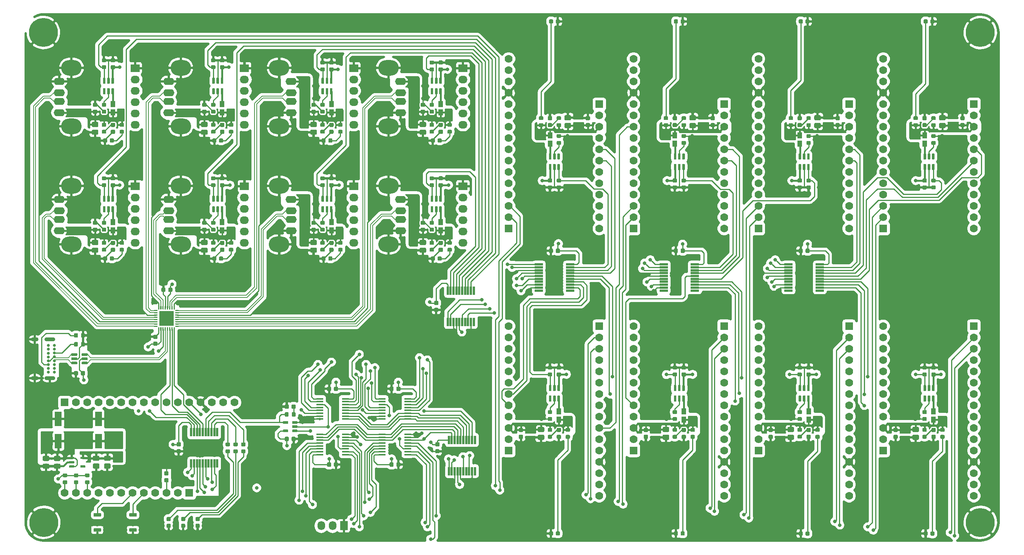
<source format=gbr>
G04 #@! TF.GenerationSoftware,KiCad,Pcbnew,5.1.2*
G04 #@! TF.CreationDate,2020-06-11T23:37:27+09:30*
G04 #@! TF.ProjectId,hardware,68617264-7761-4726-952e-6b696361645f,1.0.0*
G04 #@! TF.SameCoordinates,Original*
G04 #@! TF.FileFunction,Copper,L1,Top*
G04 #@! TF.FilePolarity,Positive*
%FSLAX46Y46*%
G04 Gerber Fmt 4.6, Leading zero omitted, Abs format (unit mm)*
G04 Created by KiCad (PCBNEW 5.1.2) date 2020-06-11 23:37:27*
%MOMM*%
%LPD*%
G04 APERTURE LIST*
%ADD10R,1.580000X3.270000*%
%ADD11C,0.100000*%
%ADD12C,0.800000*%
%ADD13C,0.920000*%
%ADD14C,0.610000*%
%ADD15C,0.850000*%
%ADD16C,0.910000*%
%ADD17C,1.778000*%
%ADD18R,1.778000X1.778000*%
%ADD19C,0.460000*%
%ADD20C,1.160000*%
%ADD21R,0.480000X1.900000*%
%ADD22O,4.600000X3.500000*%
%ADD23O,2.500000X1.600000*%
%ADD24C,0.560000*%
%ADD25R,1.030000X1.360000*%
%ADD26O,2.032000X1.727200*%
%ADD27R,2.032000X1.727200*%
%ADD28O,1.727200X2.032000*%
%ADD29R,1.727200X2.032000*%
%ADD30R,1.570000X0.410000*%
%ADD31R,1.900000X0.480000*%
%ADD32R,1.720000X1.720000*%
%ADD33C,0.260000*%
%ADD34C,6.500000*%
%ADD35C,0.650000*%
%ADD36O,2.400000X0.900000*%
%ADD37O,1.700000X0.900000*%
%ADD38C,0.250000*%
%ADD39C,0.400000*%
%ADD40C,0.200000*%
%ADD41C,0.254000*%
%ADD42C,0.500000*%
G04 APERTURE END LIST*
D10*
X57290000Y-121770000D03*
X57290000Y-126730000D03*
X48250000Y-121770000D03*
X48250000Y-126730000D03*
D11*
G36*
X65669603Y-146300963D02*
G01*
X65689018Y-146303843D01*
X65708057Y-146308612D01*
X65726537Y-146315224D01*
X65744279Y-146323616D01*
X65761114Y-146333706D01*
X65776879Y-146345398D01*
X65791421Y-146358579D01*
X65804602Y-146373121D01*
X65816294Y-146388886D01*
X65826384Y-146405721D01*
X65834776Y-146423463D01*
X65841388Y-146441943D01*
X65846157Y-146460982D01*
X65849037Y-146480397D01*
X65850000Y-146500000D01*
X65850000Y-146900000D01*
X65849037Y-146919603D01*
X65846157Y-146939018D01*
X65841388Y-146958057D01*
X65834776Y-146976537D01*
X65826384Y-146994279D01*
X65816294Y-147011114D01*
X65804602Y-147026879D01*
X65791421Y-147041421D01*
X65776879Y-147054602D01*
X65761114Y-147066294D01*
X65744279Y-147076384D01*
X65726537Y-147084776D01*
X65708057Y-147091388D01*
X65689018Y-147096157D01*
X65669603Y-147099037D01*
X65650000Y-147100000D01*
X64350000Y-147100000D01*
X64330397Y-147099037D01*
X64310982Y-147096157D01*
X64291943Y-147091388D01*
X64273463Y-147084776D01*
X64255721Y-147076384D01*
X64238886Y-147066294D01*
X64223121Y-147054602D01*
X64208579Y-147041421D01*
X64195398Y-147026879D01*
X64183706Y-147011114D01*
X64173616Y-146994279D01*
X64165224Y-146976537D01*
X64158612Y-146958057D01*
X64153843Y-146939018D01*
X64150963Y-146919603D01*
X64150000Y-146900000D01*
X64150000Y-146500000D01*
X64150963Y-146480397D01*
X64153843Y-146460982D01*
X64158612Y-146441943D01*
X64165224Y-146423463D01*
X64173616Y-146405721D01*
X64183706Y-146388886D01*
X64195398Y-146373121D01*
X64208579Y-146358579D01*
X64223121Y-146345398D01*
X64238886Y-146333706D01*
X64255721Y-146323616D01*
X64273463Y-146315224D01*
X64291943Y-146308612D01*
X64310982Y-146303843D01*
X64330397Y-146300963D01*
X64350000Y-146300000D01*
X65650000Y-146300000D01*
X65669603Y-146300963D01*
X65669603Y-146300963D01*
G37*
D12*
X65000000Y-146700000D03*
D11*
G36*
X65669603Y-142900963D02*
G01*
X65689018Y-142903843D01*
X65708057Y-142908612D01*
X65726537Y-142915224D01*
X65744279Y-142923616D01*
X65761114Y-142933706D01*
X65776879Y-142945398D01*
X65791421Y-142958579D01*
X65804602Y-142973121D01*
X65816294Y-142988886D01*
X65826384Y-143005721D01*
X65834776Y-143023463D01*
X65841388Y-143041943D01*
X65846157Y-143060982D01*
X65849037Y-143080397D01*
X65850000Y-143100000D01*
X65850000Y-143500000D01*
X65849037Y-143519603D01*
X65846157Y-143539018D01*
X65841388Y-143558057D01*
X65834776Y-143576537D01*
X65826384Y-143594279D01*
X65816294Y-143611114D01*
X65804602Y-143626879D01*
X65791421Y-143641421D01*
X65776879Y-143654602D01*
X65761114Y-143666294D01*
X65744279Y-143676384D01*
X65726537Y-143684776D01*
X65708057Y-143691388D01*
X65689018Y-143696157D01*
X65669603Y-143699037D01*
X65650000Y-143700000D01*
X64350000Y-143700000D01*
X64330397Y-143699037D01*
X64310982Y-143696157D01*
X64291943Y-143691388D01*
X64273463Y-143684776D01*
X64255721Y-143676384D01*
X64238886Y-143666294D01*
X64223121Y-143654602D01*
X64208579Y-143641421D01*
X64195398Y-143626879D01*
X64183706Y-143611114D01*
X64173616Y-143594279D01*
X64165224Y-143576537D01*
X64158612Y-143558057D01*
X64153843Y-143539018D01*
X64150963Y-143519603D01*
X64150000Y-143500000D01*
X64150000Y-143100000D01*
X64150963Y-143080397D01*
X64153843Y-143060982D01*
X64158612Y-143041943D01*
X64165224Y-143023463D01*
X64173616Y-143005721D01*
X64183706Y-142988886D01*
X64195398Y-142973121D01*
X64208579Y-142958579D01*
X64223121Y-142945398D01*
X64238886Y-142933706D01*
X64255721Y-142923616D01*
X64273463Y-142915224D01*
X64291943Y-142908612D01*
X64310982Y-142903843D01*
X64330397Y-142900963D01*
X64350000Y-142900000D01*
X65650000Y-142900000D01*
X65669603Y-142900963D01*
X65669603Y-142900963D01*
G37*
D12*
X65000000Y-143300000D03*
D11*
G36*
X57669603Y-146300963D02*
G01*
X57689018Y-146303843D01*
X57708057Y-146308612D01*
X57726537Y-146315224D01*
X57744279Y-146323616D01*
X57761114Y-146333706D01*
X57776879Y-146345398D01*
X57791421Y-146358579D01*
X57804602Y-146373121D01*
X57816294Y-146388886D01*
X57826384Y-146405721D01*
X57834776Y-146423463D01*
X57841388Y-146441943D01*
X57846157Y-146460982D01*
X57849037Y-146480397D01*
X57850000Y-146500000D01*
X57850000Y-146900000D01*
X57849037Y-146919603D01*
X57846157Y-146939018D01*
X57841388Y-146958057D01*
X57834776Y-146976537D01*
X57826384Y-146994279D01*
X57816294Y-147011114D01*
X57804602Y-147026879D01*
X57791421Y-147041421D01*
X57776879Y-147054602D01*
X57761114Y-147066294D01*
X57744279Y-147076384D01*
X57726537Y-147084776D01*
X57708057Y-147091388D01*
X57689018Y-147096157D01*
X57669603Y-147099037D01*
X57650000Y-147100000D01*
X56350000Y-147100000D01*
X56330397Y-147099037D01*
X56310982Y-147096157D01*
X56291943Y-147091388D01*
X56273463Y-147084776D01*
X56255721Y-147076384D01*
X56238886Y-147066294D01*
X56223121Y-147054602D01*
X56208579Y-147041421D01*
X56195398Y-147026879D01*
X56183706Y-147011114D01*
X56173616Y-146994279D01*
X56165224Y-146976537D01*
X56158612Y-146958057D01*
X56153843Y-146939018D01*
X56150963Y-146919603D01*
X56150000Y-146900000D01*
X56150000Y-146500000D01*
X56150963Y-146480397D01*
X56153843Y-146460982D01*
X56158612Y-146441943D01*
X56165224Y-146423463D01*
X56173616Y-146405721D01*
X56183706Y-146388886D01*
X56195398Y-146373121D01*
X56208579Y-146358579D01*
X56223121Y-146345398D01*
X56238886Y-146333706D01*
X56255721Y-146323616D01*
X56273463Y-146315224D01*
X56291943Y-146308612D01*
X56310982Y-146303843D01*
X56330397Y-146300963D01*
X56350000Y-146300000D01*
X57650000Y-146300000D01*
X57669603Y-146300963D01*
X57669603Y-146300963D01*
G37*
D12*
X57000000Y-146700000D03*
D11*
G36*
X57669603Y-142900963D02*
G01*
X57689018Y-142903843D01*
X57708057Y-142908612D01*
X57726537Y-142915224D01*
X57744279Y-142923616D01*
X57761114Y-142933706D01*
X57776879Y-142945398D01*
X57791421Y-142958579D01*
X57804602Y-142973121D01*
X57816294Y-142988886D01*
X57826384Y-143005721D01*
X57834776Y-143023463D01*
X57841388Y-143041943D01*
X57846157Y-143060982D01*
X57849037Y-143080397D01*
X57850000Y-143100000D01*
X57850000Y-143500000D01*
X57849037Y-143519603D01*
X57846157Y-143539018D01*
X57841388Y-143558057D01*
X57834776Y-143576537D01*
X57826384Y-143594279D01*
X57816294Y-143611114D01*
X57804602Y-143626879D01*
X57791421Y-143641421D01*
X57776879Y-143654602D01*
X57761114Y-143666294D01*
X57744279Y-143676384D01*
X57726537Y-143684776D01*
X57708057Y-143691388D01*
X57689018Y-143696157D01*
X57669603Y-143699037D01*
X57650000Y-143700000D01*
X56350000Y-143700000D01*
X56330397Y-143699037D01*
X56310982Y-143696157D01*
X56291943Y-143691388D01*
X56273463Y-143684776D01*
X56255721Y-143676384D01*
X56238886Y-143666294D01*
X56223121Y-143654602D01*
X56208579Y-143641421D01*
X56195398Y-143626879D01*
X56183706Y-143611114D01*
X56173616Y-143594279D01*
X56165224Y-143576537D01*
X56158612Y-143558057D01*
X56153843Y-143539018D01*
X56150963Y-143519603D01*
X56150000Y-143500000D01*
X56150000Y-143100000D01*
X56150963Y-143080397D01*
X56153843Y-143060982D01*
X56158612Y-143041943D01*
X56165224Y-143023463D01*
X56173616Y-143005721D01*
X56183706Y-142988886D01*
X56195398Y-142973121D01*
X56208579Y-142958579D01*
X56223121Y-142945398D01*
X56238886Y-142933706D01*
X56255721Y-142923616D01*
X56273463Y-142915224D01*
X56291943Y-142908612D01*
X56310982Y-142903843D01*
X56330397Y-142900963D01*
X56350000Y-142900000D01*
X57650000Y-142900000D01*
X57669603Y-142900963D01*
X57669603Y-142900963D01*
G37*
D12*
X57000000Y-143300000D03*
D11*
G36*
X99727544Y-125766108D02*
G01*
X99749871Y-125769419D01*
X99771765Y-125774904D01*
X99793017Y-125782508D01*
X99813421Y-125792158D01*
X99832781Y-125803762D01*
X99850910Y-125817208D01*
X99867635Y-125832365D01*
X99882792Y-125849090D01*
X99896238Y-125867219D01*
X99907842Y-125886579D01*
X99917492Y-125906983D01*
X99925096Y-125928235D01*
X99930581Y-125950129D01*
X99933892Y-125972456D01*
X99935000Y-125995000D01*
X99935000Y-126505000D01*
X99933892Y-126527544D01*
X99930581Y-126549871D01*
X99925096Y-126571765D01*
X99917492Y-126593017D01*
X99907842Y-126613421D01*
X99896238Y-126632781D01*
X99882792Y-126650910D01*
X99867635Y-126667635D01*
X99850910Y-126682792D01*
X99832781Y-126696238D01*
X99813421Y-126707842D01*
X99793017Y-126717492D01*
X99771765Y-126725096D01*
X99749871Y-126730581D01*
X99727544Y-126733892D01*
X99705000Y-126735000D01*
X99245000Y-126735000D01*
X99222456Y-126733892D01*
X99200129Y-126730581D01*
X99178235Y-126725096D01*
X99156983Y-126717492D01*
X99136579Y-126707842D01*
X99117219Y-126696238D01*
X99099090Y-126682792D01*
X99082365Y-126667635D01*
X99067208Y-126650910D01*
X99053762Y-126632781D01*
X99042158Y-126613421D01*
X99032508Y-126593017D01*
X99024904Y-126571765D01*
X99019419Y-126549871D01*
X99016108Y-126527544D01*
X99015000Y-126505000D01*
X99015000Y-125995000D01*
X99016108Y-125972456D01*
X99019419Y-125950129D01*
X99024904Y-125928235D01*
X99032508Y-125906983D01*
X99042158Y-125886579D01*
X99053762Y-125867219D01*
X99067208Y-125849090D01*
X99082365Y-125832365D01*
X99099090Y-125817208D01*
X99117219Y-125803762D01*
X99136579Y-125792158D01*
X99156983Y-125782508D01*
X99178235Y-125774904D01*
X99200129Y-125769419D01*
X99222456Y-125766108D01*
X99245000Y-125765000D01*
X99705000Y-125765000D01*
X99727544Y-125766108D01*
X99727544Y-125766108D01*
G37*
D13*
X99475000Y-126250000D03*
D11*
G36*
X101277544Y-125766108D02*
G01*
X101299871Y-125769419D01*
X101321765Y-125774904D01*
X101343017Y-125782508D01*
X101363421Y-125792158D01*
X101382781Y-125803762D01*
X101400910Y-125817208D01*
X101417635Y-125832365D01*
X101432792Y-125849090D01*
X101446238Y-125867219D01*
X101457842Y-125886579D01*
X101467492Y-125906983D01*
X101475096Y-125928235D01*
X101480581Y-125950129D01*
X101483892Y-125972456D01*
X101485000Y-125995000D01*
X101485000Y-126505000D01*
X101483892Y-126527544D01*
X101480581Y-126549871D01*
X101475096Y-126571765D01*
X101467492Y-126593017D01*
X101457842Y-126613421D01*
X101446238Y-126632781D01*
X101432792Y-126650910D01*
X101417635Y-126667635D01*
X101400910Y-126682792D01*
X101382781Y-126696238D01*
X101363421Y-126707842D01*
X101343017Y-126717492D01*
X101321765Y-126725096D01*
X101299871Y-126730581D01*
X101277544Y-126733892D01*
X101255000Y-126735000D01*
X100795000Y-126735000D01*
X100772456Y-126733892D01*
X100750129Y-126730581D01*
X100728235Y-126725096D01*
X100706983Y-126717492D01*
X100686579Y-126707842D01*
X100667219Y-126696238D01*
X100649090Y-126682792D01*
X100632365Y-126667635D01*
X100617208Y-126650910D01*
X100603762Y-126632781D01*
X100592158Y-126613421D01*
X100582508Y-126593017D01*
X100574904Y-126571765D01*
X100569419Y-126549871D01*
X100566108Y-126527544D01*
X100565000Y-126505000D01*
X100565000Y-125995000D01*
X100566108Y-125972456D01*
X100569419Y-125950129D01*
X100574904Y-125928235D01*
X100582508Y-125906983D01*
X100592158Y-125886579D01*
X100603762Y-125867219D01*
X100617208Y-125849090D01*
X100632365Y-125832365D01*
X100649090Y-125817208D01*
X100667219Y-125803762D01*
X100686579Y-125792158D01*
X100706983Y-125782508D01*
X100728235Y-125774904D01*
X100750129Y-125769419D01*
X100772456Y-125766108D01*
X100795000Y-125765000D01*
X101255000Y-125765000D01*
X101277544Y-125766108D01*
X101277544Y-125766108D01*
G37*
D13*
X101025000Y-126250000D03*
D11*
G36*
X101727448Y-124145734D02*
G01*
X101742251Y-124147930D01*
X101756768Y-124151567D01*
X101770859Y-124156608D01*
X101784388Y-124163007D01*
X101797224Y-124170701D01*
X101809245Y-124179616D01*
X101820334Y-124189666D01*
X101830384Y-124200755D01*
X101839299Y-124212776D01*
X101846993Y-124225612D01*
X101853392Y-124239141D01*
X101858433Y-124253232D01*
X101862070Y-124267749D01*
X101864266Y-124282552D01*
X101865000Y-124297500D01*
X101865000Y-124602500D01*
X101864266Y-124617448D01*
X101862070Y-124632251D01*
X101858433Y-124646768D01*
X101853392Y-124660859D01*
X101846993Y-124674388D01*
X101839299Y-124687224D01*
X101830384Y-124699245D01*
X101820334Y-124710334D01*
X101809245Y-124720384D01*
X101797224Y-124729299D01*
X101784388Y-124736993D01*
X101770859Y-124743392D01*
X101756768Y-124748433D01*
X101742251Y-124752070D01*
X101727448Y-124754266D01*
X101712500Y-124755000D01*
X100837500Y-124755000D01*
X100822552Y-124754266D01*
X100807749Y-124752070D01*
X100793232Y-124748433D01*
X100779141Y-124743392D01*
X100765612Y-124736993D01*
X100752776Y-124729299D01*
X100740755Y-124720384D01*
X100729666Y-124710334D01*
X100719616Y-124699245D01*
X100710701Y-124687224D01*
X100703007Y-124674388D01*
X100696608Y-124660859D01*
X100691567Y-124646768D01*
X100687930Y-124632251D01*
X100685734Y-124617448D01*
X100685000Y-124602500D01*
X100685000Y-124297500D01*
X100685734Y-124282552D01*
X100687930Y-124267749D01*
X100691567Y-124253232D01*
X100696608Y-124239141D01*
X100703007Y-124225612D01*
X100710701Y-124212776D01*
X100719616Y-124200755D01*
X100729666Y-124189666D01*
X100740755Y-124179616D01*
X100752776Y-124170701D01*
X100765612Y-124163007D01*
X100779141Y-124156608D01*
X100793232Y-124151567D01*
X100807749Y-124147930D01*
X100822552Y-124145734D01*
X100837500Y-124145000D01*
X101712500Y-124145000D01*
X101727448Y-124145734D01*
X101727448Y-124145734D01*
G37*
D14*
X101275000Y-124450000D03*
D11*
G36*
X101727448Y-123195734D02*
G01*
X101742251Y-123197930D01*
X101756768Y-123201567D01*
X101770859Y-123206608D01*
X101784388Y-123213007D01*
X101797224Y-123220701D01*
X101809245Y-123229616D01*
X101820334Y-123239666D01*
X101830384Y-123250755D01*
X101839299Y-123262776D01*
X101846993Y-123275612D01*
X101853392Y-123289141D01*
X101858433Y-123303232D01*
X101862070Y-123317749D01*
X101864266Y-123332552D01*
X101865000Y-123347500D01*
X101865000Y-123652500D01*
X101864266Y-123667448D01*
X101862070Y-123682251D01*
X101858433Y-123696768D01*
X101853392Y-123710859D01*
X101846993Y-123724388D01*
X101839299Y-123737224D01*
X101830384Y-123749245D01*
X101820334Y-123760334D01*
X101809245Y-123770384D01*
X101797224Y-123779299D01*
X101784388Y-123786993D01*
X101770859Y-123793392D01*
X101756768Y-123798433D01*
X101742251Y-123802070D01*
X101727448Y-123804266D01*
X101712500Y-123805000D01*
X100837500Y-123805000D01*
X100822552Y-123804266D01*
X100807749Y-123802070D01*
X100793232Y-123798433D01*
X100779141Y-123793392D01*
X100765612Y-123786993D01*
X100752776Y-123779299D01*
X100740755Y-123770384D01*
X100729666Y-123760334D01*
X100719616Y-123749245D01*
X100710701Y-123737224D01*
X100703007Y-123724388D01*
X100696608Y-123710859D01*
X100691567Y-123696768D01*
X100687930Y-123682251D01*
X100685734Y-123667448D01*
X100685000Y-123652500D01*
X100685000Y-123347500D01*
X100685734Y-123332552D01*
X100687930Y-123317749D01*
X100691567Y-123303232D01*
X100696608Y-123289141D01*
X100703007Y-123275612D01*
X100710701Y-123262776D01*
X100719616Y-123250755D01*
X100729666Y-123239666D01*
X100740755Y-123229616D01*
X100752776Y-123220701D01*
X100765612Y-123213007D01*
X100779141Y-123206608D01*
X100793232Y-123201567D01*
X100807749Y-123197930D01*
X100822552Y-123195734D01*
X100837500Y-123195000D01*
X101712500Y-123195000D01*
X101727448Y-123195734D01*
X101727448Y-123195734D01*
G37*
D14*
X101275000Y-123500000D03*
D11*
G36*
X101727448Y-122245734D02*
G01*
X101742251Y-122247930D01*
X101756768Y-122251567D01*
X101770859Y-122256608D01*
X101784388Y-122263007D01*
X101797224Y-122270701D01*
X101809245Y-122279616D01*
X101820334Y-122289666D01*
X101830384Y-122300755D01*
X101839299Y-122312776D01*
X101846993Y-122325612D01*
X101853392Y-122339141D01*
X101858433Y-122353232D01*
X101862070Y-122367749D01*
X101864266Y-122382552D01*
X101865000Y-122397500D01*
X101865000Y-122702500D01*
X101864266Y-122717448D01*
X101862070Y-122732251D01*
X101858433Y-122746768D01*
X101853392Y-122760859D01*
X101846993Y-122774388D01*
X101839299Y-122787224D01*
X101830384Y-122799245D01*
X101820334Y-122810334D01*
X101809245Y-122820384D01*
X101797224Y-122829299D01*
X101784388Y-122836993D01*
X101770859Y-122843392D01*
X101756768Y-122848433D01*
X101742251Y-122852070D01*
X101727448Y-122854266D01*
X101712500Y-122855000D01*
X100837500Y-122855000D01*
X100822552Y-122854266D01*
X100807749Y-122852070D01*
X100793232Y-122848433D01*
X100779141Y-122843392D01*
X100765612Y-122836993D01*
X100752776Y-122829299D01*
X100740755Y-122820384D01*
X100729666Y-122810334D01*
X100719616Y-122799245D01*
X100710701Y-122787224D01*
X100703007Y-122774388D01*
X100696608Y-122760859D01*
X100691567Y-122746768D01*
X100687930Y-122732251D01*
X100685734Y-122717448D01*
X100685000Y-122702500D01*
X100685000Y-122397500D01*
X100685734Y-122382552D01*
X100687930Y-122367749D01*
X100691567Y-122353232D01*
X100696608Y-122339141D01*
X100703007Y-122325612D01*
X100710701Y-122312776D01*
X100719616Y-122300755D01*
X100729666Y-122289666D01*
X100740755Y-122279616D01*
X100752776Y-122270701D01*
X100765612Y-122263007D01*
X100779141Y-122256608D01*
X100793232Y-122251567D01*
X100807749Y-122247930D01*
X100822552Y-122245734D01*
X100837500Y-122245000D01*
X101712500Y-122245000D01*
X101727448Y-122245734D01*
X101727448Y-122245734D01*
G37*
D14*
X101275000Y-122550000D03*
D11*
G36*
X99677448Y-122245734D02*
G01*
X99692251Y-122247930D01*
X99706768Y-122251567D01*
X99720859Y-122256608D01*
X99734388Y-122263007D01*
X99747224Y-122270701D01*
X99759245Y-122279616D01*
X99770334Y-122289666D01*
X99780384Y-122300755D01*
X99789299Y-122312776D01*
X99796993Y-122325612D01*
X99803392Y-122339141D01*
X99808433Y-122353232D01*
X99812070Y-122367749D01*
X99814266Y-122382552D01*
X99815000Y-122397500D01*
X99815000Y-122702500D01*
X99814266Y-122717448D01*
X99812070Y-122732251D01*
X99808433Y-122746768D01*
X99803392Y-122760859D01*
X99796993Y-122774388D01*
X99789299Y-122787224D01*
X99780384Y-122799245D01*
X99770334Y-122810334D01*
X99759245Y-122820384D01*
X99747224Y-122829299D01*
X99734388Y-122836993D01*
X99720859Y-122843392D01*
X99706768Y-122848433D01*
X99692251Y-122852070D01*
X99677448Y-122854266D01*
X99662500Y-122855000D01*
X98787500Y-122855000D01*
X98772552Y-122854266D01*
X98757749Y-122852070D01*
X98743232Y-122848433D01*
X98729141Y-122843392D01*
X98715612Y-122836993D01*
X98702776Y-122829299D01*
X98690755Y-122820384D01*
X98679666Y-122810334D01*
X98669616Y-122799245D01*
X98660701Y-122787224D01*
X98653007Y-122774388D01*
X98646608Y-122760859D01*
X98641567Y-122746768D01*
X98637930Y-122732251D01*
X98635734Y-122717448D01*
X98635000Y-122702500D01*
X98635000Y-122397500D01*
X98635734Y-122382552D01*
X98637930Y-122367749D01*
X98641567Y-122353232D01*
X98646608Y-122339141D01*
X98653007Y-122325612D01*
X98660701Y-122312776D01*
X98669616Y-122300755D01*
X98679666Y-122289666D01*
X98690755Y-122279616D01*
X98702776Y-122270701D01*
X98715612Y-122263007D01*
X98729141Y-122256608D01*
X98743232Y-122251567D01*
X98757749Y-122247930D01*
X98772552Y-122245734D01*
X98787500Y-122245000D01*
X99662500Y-122245000D01*
X99677448Y-122245734D01*
X99677448Y-122245734D01*
G37*
D14*
X99225000Y-122550000D03*
D11*
G36*
X99677448Y-124145734D02*
G01*
X99692251Y-124147930D01*
X99706768Y-124151567D01*
X99720859Y-124156608D01*
X99734388Y-124163007D01*
X99747224Y-124170701D01*
X99759245Y-124179616D01*
X99770334Y-124189666D01*
X99780384Y-124200755D01*
X99789299Y-124212776D01*
X99796993Y-124225612D01*
X99803392Y-124239141D01*
X99808433Y-124253232D01*
X99812070Y-124267749D01*
X99814266Y-124282552D01*
X99815000Y-124297500D01*
X99815000Y-124602500D01*
X99814266Y-124617448D01*
X99812070Y-124632251D01*
X99808433Y-124646768D01*
X99803392Y-124660859D01*
X99796993Y-124674388D01*
X99789299Y-124687224D01*
X99780384Y-124699245D01*
X99770334Y-124710334D01*
X99759245Y-124720384D01*
X99747224Y-124729299D01*
X99734388Y-124736993D01*
X99720859Y-124743392D01*
X99706768Y-124748433D01*
X99692251Y-124752070D01*
X99677448Y-124754266D01*
X99662500Y-124755000D01*
X98787500Y-124755000D01*
X98772552Y-124754266D01*
X98757749Y-124752070D01*
X98743232Y-124748433D01*
X98729141Y-124743392D01*
X98715612Y-124736993D01*
X98702776Y-124729299D01*
X98690755Y-124720384D01*
X98679666Y-124710334D01*
X98669616Y-124699245D01*
X98660701Y-124687224D01*
X98653007Y-124674388D01*
X98646608Y-124660859D01*
X98641567Y-124646768D01*
X98637930Y-124632251D01*
X98635734Y-124617448D01*
X98635000Y-124602500D01*
X98635000Y-124297500D01*
X98635734Y-124282552D01*
X98637930Y-124267749D01*
X98641567Y-124253232D01*
X98646608Y-124239141D01*
X98653007Y-124225612D01*
X98660701Y-124212776D01*
X98669616Y-124200755D01*
X98679666Y-124189666D01*
X98690755Y-124179616D01*
X98702776Y-124170701D01*
X98715612Y-124163007D01*
X98729141Y-124156608D01*
X98743232Y-124151567D01*
X98757749Y-124147930D01*
X98772552Y-124145734D01*
X98787500Y-124145000D01*
X99662500Y-124145000D01*
X99677448Y-124145734D01*
X99677448Y-124145734D01*
G37*
D14*
X99225000Y-124450000D03*
D11*
G36*
X99708329Y-120261023D02*
G01*
X99728957Y-120264083D01*
X99749185Y-120269150D01*
X99768820Y-120276176D01*
X99787672Y-120285092D01*
X99805559Y-120295813D01*
X99822309Y-120308235D01*
X99837760Y-120322240D01*
X99851765Y-120337691D01*
X99864187Y-120354441D01*
X99874908Y-120372328D01*
X99883824Y-120391180D01*
X99890850Y-120410815D01*
X99895917Y-120431043D01*
X99898977Y-120451671D01*
X99900000Y-120472500D01*
X99900000Y-121027500D01*
X99898977Y-121048329D01*
X99895917Y-121068957D01*
X99890850Y-121089185D01*
X99883824Y-121108820D01*
X99874908Y-121127672D01*
X99864187Y-121145559D01*
X99851765Y-121162309D01*
X99837760Y-121177760D01*
X99822309Y-121191765D01*
X99805559Y-121204187D01*
X99787672Y-121214908D01*
X99768820Y-121223824D01*
X99749185Y-121230850D01*
X99728957Y-121235917D01*
X99708329Y-121238977D01*
X99687500Y-121240000D01*
X99262500Y-121240000D01*
X99241671Y-121238977D01*
X99221043Y-121235917D01*
X99200815Y-121230850D01*
X99181180Y-121223824D01*
X99162328Y-121214908D01*
X99144441Y-121204187D01*
X99127691Y-121191765D01*
X99112240Y-121177760D01*
X99098235Y-121162309D01*
X99085813Y-121145559D01*
X99075092Y-121127672D01*
X99066176Y-121108820D01*
X99059150Y-121089185D01*
X99054083Y-121068957D01*
X99051023Y-121048329D01*
X99050000Y-121027500D01*
X99050000Y-120472500D01*
X99051023Y-120451671D01*
X99054083Y-120431043D01*
X99059150Y-120410815D01*
X99066176Y-120391180D01*
X99075092Y-120372328D01*
X99085813Y-120354441D01*
X99098235Y-120337691D01*
X99112240Y-120322240D01*
X99127691Y-120308235D01*
X99144441Y-120295813D01*
X99162328Y-120285092D01*
X99181180Y-120276176D01*
X99200815Y-120269150D01*
X99221043Y-120264083D01*
X99241671Y-120261023D01*
X99262500Y-120260000D01*
X99687500Y-120260000D01*
X99708329Y-120261023D01*
X99708329Y-120261023D01*
G37*
D15*
X99475000Y-120750000D03*
D11*
G36*
X101258329Y-120261023D02*
G01*
X101278957Y-120264083D01*
X101299185Y-120269150D01*
X101318820Y-120276176D01*
X101337672Y-120285092D01*
X101355559Y-120295813D01*
X101372309Y-120308235D01*
X101387760Y-120322240D01*
X101401765Y-120337691D01*
X101414187Y-120354441D01*
X101424908Y-120372328D01*
X101433824Y-120391180D01*
X101440850Y-120410815D01*
X101445917Y-120431043D01*
X101448977Y-120451671D01*
X101450000Y-120472500D01*
X101450000Y-121027500D01*
X101448977Y-121048329D01*
X101445917Y-121068957D01*
X101440850Y-121089185D01*
X101433824Y-121108820D01*
X101424908Y-121127672D01*
X101414187Y-121145559D01*
X101401765Y-121162309D01*
X101387760Y-121177760D01*
X101372309Y-121191765D01*
X101355559Y-121204187D01*
X101337672Y-121214908D01*
X101318820Y-121223824D01*
X101299185Y-121230850D01*
X101278957Y-121235917D01*
X101258329Y-121238977D01*
X101237500Y-121240000D01*
X100812500Y-121240000D01*
X100791671Y-121238977D01*
X100771043Y-121235917D01*
X100750815Y-121230850D01*
X100731180Y-121223824D01*
X100712328Y-121214908D01*
X100694441Y-121204187D01*
X100677691Y-121191765D01*
X100662240Y-121177760D01*
X100648235Y-121162309D01*
X100635813Y-121145559D01*
X100625092Y-121127672D01*
X100616176Y-121108820D01*
X100609150Y-121089185D01*
X100604083Y-121068957D01*
X100601023Y-121048329D01*
X100600000Y-121027500D01*
X100600000Y-120472500D01*
X100601023Y-120451671D01*
X100604083Y-120431043D01*
X100609150Y-120410815D01*
X100616176Y-120391180D01*
X100625092Y-120372328D01*
X100635813Y-120354441D01*
X100648235Y-120337691D01*
X100662240Y-120322240D01*
X100677691Y-120308235D01*
X100694441Y-120295813D01*
X100712328Y-120285092D01*
X100731180Y-120276176D01*
X100750815Y-120269150D01*
X100771043Y-120264083D01*
X100791671Y-120261023D01*
X100812500Y-120260000D01*
X101237500Y-120260000D01*
X101258329Y-120261023D01*
X101258329Y-120261023D01*
G37*
D15*
X101025000Y-120750000D03*
D11*
G36*
X101259799Y-118536095D02*
G01*
X101281883Y-118539371D01*
X101303540Y-118544796D01*
X101324560Y-118552317D01*
X101344743Y-118561863D01*
X101363892Y-118573341D01*
X101381824Y-118586640D01*
X101398367Y-118601633D01*
X101413360Y-118618176D01*
X101426659Y-118636108D01*
X101438137Y-118655257D01*
X101447683Y-118675440D01*
X101455204Y-118696460D01*
X101460629Y-118718117D01*
X101463905Y-118740201D01*
X101465000Y-118762500D01*
X101465000Y-119237500D01*
X101463905Y-119259799D01*
X101460629Y-119281883D01*
X101455204Y-119303540D01*
X101447683Y-119324560D01*
X101438137Y-119344743D01*
X101426659Y-119363892D01*
X101413360Y-119381824D01*
X101398367Y-119398367D01*
X101381824Y-119413360D01*
X101363892Y-119426659D01*
X101344743Y-119438137D01*
X101324560Y-119447683D01*
X101303540Y-119455204D01*
X101281883Y-119460629D01*
X101259799Y-119463905D01*
X101237500Y-119465000D01*
X100782500Y-119465000D01*
X100760201Y-119463905D01*
X100738117Y-119460629D01*
X100716460Y-119455204D01*
X100695440Y-119447683D01*
X100675257Y-119438137D01*
X100656108Y-119426659D01*
X100638176Y-119413360D01*
X100621633Y-119398367D01*
X100606640Y-119381824D01*
X100593341Y-119363892D01*
X100581863Y-119344743D01*
X100572317Y-119324560D01*
X100564796Y-119303540D01*
X100559371Y-119281883D01*
X100556095Y-119259799D01*
X100555000Y-119237500D01*
X100555000Y-118762500D01*
X100556095Y-118740201D01*
X100559371Y-118718117D01*
X100564796Y-118696460D01*
X100572317Y-118675440D01*
X100581863Y-118655257D01*
X100593341Y-118636108D01*
X100606640Y-118618176D01*
X100621633Y-118601633D01*
X100638176Y-118586640D01*
X100656108Y-118573341D01*
X100675257Y-118561863D01*
X100695440Y-118552317D01*
X100716460Y-118544796D01*
X100738117Y-118539371D01*
X100760201Y-118536095D01*
X100782500Y-118535000D01*
X101237500Y-118535000D01*
X101259799Y-118536095D01*
X101259799Y-118536095D01*
G37*
D16*
X101010000Y-119000000D03*
D11*
G36*
X99739799Y-118536095D02*
G01*
X99761883Y-118539371D01*
X99783540Y-118544796D01*
X99804560Y-118552317D01*
X99824743Y-118561863D01*
X99843892Y-118573341D01*
X99861824Y-118586640D01*
X99878367Y-118601633D01*
X99893360Y-118618176D01*
X99906659Y-118636108D01*
X99918137Y-118655257D01*
X99927683Y-118675440D01*
X99935204Y-118696460D01*
X99940629Y-118718117D01*
X99943905Y-118740201D01*
X99945000Y-118762500D01*
X99945000Y-119237500D01*
X99943905Y-119259799D01*
X99940629Y-119281883D01*
X99935204Y-119303540D01*
X99927683Y-119324560D01*
X99918137Y-119344743D01*
X99906659Y-119363892D01*
X99893360Y-119381824D01*
X99878367Y-119398367D01*
X99861824Y-119413360D01*
X99843892Y-119426659D01*
X99824743Y-119438137D01*
X99804560Y-119447683D01*
X99783540Y-119455204D01*
X99761883Y-119460629D01*
X99739799Y-119463905D01*
X99717500Y-119465000D01*
X99262500Y-119465000D01*
X99240201Y-119463905D01*
X99218117Y-119460629D01*
X99196460Y-119455204D01*
X99175440Y-119447683D01*
X99155257Y-119438137D01*
X99136108Y-119426659D01*
X99118176Y-119413360D01*
X99101633Y-119398367D01*
X99086640Y-119381824D01*
X99073341Y-119363892D01*
X99061863Y-119344743D01*
X99052317Y-119324560D01*
X99044796Y-119303540D01*
X99039371Y-119281883D01*
X99036095Y-119259799D01*
X99035000Y-119237500D01*
X99035000Y-118762500D01*
X99036095Y-118740201D01*
X99039371Y-118718117D01*
X99044796Y-118696460D01*
X99052317Y-118675440D01*
X99061863Y-118655257D01*
X99073341Y-118636108D01*
X99086640Y-118618176D01*
X99101633Y-118601633D01*
X99118176Y-118586640D01*
X99136108Y-118573341D01*
X99155257Y-118561863D01*
X99175440Y-118552317D01*
X99196460Y-118544796D01*
X99218117Y-118539371D01*
X99240201Y-118536095D01*
X99262500Y-118535000D01*
X99717500Y-118535000D01*
X99739799Y-118536095D01*
X99739799Y-118536095D01*
G37*
D16*
X99490000Y-119000000D03*
D17*
X49700000Y-138390000D03*
X52240000Y-138390000D03*
X54780000Y-138390000D03*
X57320000Y-138390000D03*
X59860000Y-138390000D03*
X62400000Y-138390000D03*
X64940000Y-138390000D03*
X67480000Y-138390000D03*
X70020000Y-138390000D03*
X72560000Y-138390000D03*
D18*
X77640000Y-138390000D03*
D17*
X75100000Y-138390000D03*
D18*
X49700000Y-118070000D03*
D17*
X52240000Y-118070000D03*
X54780000Y-118070000D03*
X57320000Y-118070000D03*
X59860000Y-118070000D03*
X62400000Y-118070000D03*
X64940000Y-118070000D03*
X67480000Y-118070000D03*
X70020000Y-118070000D03*
X72560000Y-118070000D03*
X75100000Y-118070000D03*
X77640000Y-118070000D03*
X80180000Y-118070000D03*
X82720000Y-118070000D03*
X85260000Y-118070000D03*
X87800000Y-118070000D03*
D11*
G36*
X72777544Y-135066108D02*
G01*
X72799871Y-135069419D01*
X72821765Y-135074904D01*
X72843017Y-135082508D01*
X72863421Y-135092158D01*
X72882781Y-135103762D01*
X72900910Y-135117208D01*
X72917635Y-135132365D01*
X72932792Y-135149090D01*
X72946238Y-135167219D01*
X72957842Y-135186579D01*
X72967492Y-135206983D01*
X72975096Y-135228235D01*
X72980581Y-135250129D01*
X72983892Y-135272456D01*
X72985000Y-135295000D01*
X72985000Y-135755000D01*
X72983892Y-135777544D01*
X72980581Y-135799871D01*
X72975096Y-135821765D01*
X72967492Y-135843017D01*
X72957842Y-135863421D01*
X72946238Y-135882781D01*
X72932792Y-135900910D01*
X72917635Y-135917635D01*
X72900910Y-135932792D01*
X72882781Y-135946238D01*
X72863421Y-135957842D01*
X72843017Y-135967492D01*
X72821765Y-135975096D01*
X72799871Y-135980581D01*
X72777544Y-135983892D01*
X72755000Y-135985000D01*
X72245000Y-135985000D01*
X72222456Y-135983892D01*
X72200129Y-135980581D01*
X72178235Y-135975096D01*
X72156983Y-135967492D01*
X72136579Y-135957842D01*
X72117219Y-135946238D01*
X72099090Y-135932792D01*
X72082365Y-135917635D01*
X72067208Y-135900910D01*
X72053762Y-135882781D01*
X72042158Y-135863421D01*
X72032508Y-135843017D01*
X72024904Y-135821765D01*
X72019419Y-135799871D01*
X72016108Y-135777544D01*
X72015000Y-135755000D01*
X72015000Y-135295000D01*
X72016108Y-135272456D01*
X72019419Y-135250129D01*
X72024904Y-135228235D01*
X72032508Y-135206983D01*
X72042158Y-135186579D01*
X72053762Y-135167219D01*
X72067208Y-135149090D01*
X72082365Y-135132365D01*
X72099090Y-135117208D01*
X72117219Y-135103762D01*
X72136579Y-135092158D01*
X72156983Y-135082508D01*
X72178235Y-135074904D01*
X72200129Y-135069419D01*
X72222456Y-135066108D01*
X72245000Y-135065000D01*
X72755000Y-135065000D01*
X72777544Y-135066108D01*
X72777544Y-135066108D01*
G37*
D13*
X72500000Y-135525000D03*
D11*
G36*
X72777544Y-133516108D02*
G01*
X72799871Y-133519419D01*
X72821765Y-133524904D01*
X72843017Y-133532508D01*
X72863421Y-133542158D01*
X72882781Y-133553762D01*
X72900910Y-133567208D01*
X72917635Y-133582365D01*
X72932792Y-133599090D01*
X72946238Y-133617219D01*
X72957842Y-133636579D01*
X72967492Y-133656983D01*
X72975096Y-133678235D01*
X72980581Y-133700129D01*
X72983892Y-133722456D01*
X72985000Y-133745000D01*
X72985000Y-134205000D01*
X72983892Y-134227544D01*
X72980581Y-134249871D01*
X72975096Y-134271765D01*
X72967492Y-134293017D01*
X72957842Y-134313421D01*
X72946238Y-134332781D01*
X72932792Y-134350910D01*
X72917635Y-134367635D01*
X72900910Y-134382792D01*
X72882781Y-134396238D01*
X72863421Y-134407842D01*
X72843017Y-134417492D01*
X72821765Y-134425096D01*
X72799871Y-134430581D01*
X72777544Y-134433892D01*
X72755000Y-134435000D01*
X72245000Y-134435000D01*
X72222456Y-134433892D01*
X72200129Y-134430581D01*
X72178235Y-134425096D01*
X72156983Y-134417492D01*
X72136579Y-134407842D01*
X72117219Y-134396238D01*
X72099090Y-134382792D01*
X72082365Y-134367635D01*
X72067208Y-134350910D01*
X72053762Y-134332781D01*
X72042158Y-134313421D01*
X72032508Y-134293017D01*
X72024904Y-134271765D01*
X72019419Y-134249871D01*
X72016108Y-134227544D01*
X72015000Y-134205000D01*
X72015000Y-133745000D01*
X72016108Y-133722456D01*
X72019419Y-133700129D01*
X72024904Y-133678235D01*
X72032508Y-133656983D01*
X72042158Y-133636579D01*
X72053762Y-133617219D01*
X72067208Y-133599090D01*
X72082365Y-133582365D01*
X72099090Y-133567208D01*
X72117219Y-133553762D01*
X72136579Y-133542158D01*
X72156983Y-133532508D01*
X72178235Y-133524904D01*
X72200129Y-133519419D01*
X72222456Y-133516108D01*
X72245000Y-133515000D01*
X72755000Y-133515000D01*
X72777544Y-133516108D01*
X72777544Y-133516108D01*
G37*
D13*
X72500000Y-133975000D03*
D11*
G36*
X88298329Y-127051023D02*
G01*
X88318957Y-127054083D01*
X88339185Y-127059150D01*
X88358820Y-127066176D01*
X88377672Y-127075092D01*
X88395559Y-127085813D01*
X88412309Y-127098235D01*
X88427760Y-127112240D01*
X88441765Y-127127691D01*
X88454187Y-127144441D01*
X88464908Y-127162328D01*
X88473824Y-127181180D01*
X88480850Y-127200815D01*
X88485917Y-127221043D01*
X88488977Y-127241671D01*
X88490000Y-127262500D01*
X88490000Y-127687500D01*
X88488977Y-127708329D01*
X88485917Y-127728957D01*
X88480850Y-127749185D01*
X88473824Y-127768820D01*
X88464908Y-127787672D01*
X88454187Y-127805559D01*
X88441765Y-127822309D01*
X88427760Y-127837760D01*
X88412309Y-127851765D01*
X88395559Y-127864187D01*
X88377672Y-127874908D01*
X88358820Y-127883824D01*
X88339185Y-127890850D01*
X88318957Y-127895917D01*
X88298329Y-127898977D01*
X88277500Y-127900000D01*
X87722500Y-127900000D01*
X87701671Y-127898977D01*
X87681043Y-127895917D01*
X87660815Y-127890850D01*
X87641180Y-127883824D01*
X87622328Y-127874908D01*
X87604441Y-127864187D01*
X87587691Y-127851765D01*
X87572240Y-127837760D01*
X87558235Y-127822309D01*
X87545813Y-127805559D01*
X87535092Y-127787672D01*
X87526176Y-127768820D01*
X87519150Y-127749185D01*
X87514083Y-127728957D01*
X87511023Y-127708329D01*
X87510000Y-127687500D01*
X87510000Y-127262500D01*
X87511023Y-127241671D01*
X87514083Y-127221043D01*
X87519150Y-127200815D01*
X87526176Y-127181180D01*
X87535092Y-127162328D01*
X87545813Y-127144441D01*
X87558235Y-127127691D01*
X87572240Y-127112240D01*
X87587691Y-127098235D01*
X87604441Y-127085813D01*
X87622328Y-127075092D01*
X87641180Y-127066176D01*
X87660815Y-127059150D01*
X87681043Y-127054083D01*
X87701671Y-127051023D01*
X87722500Y-127050000D01*
X88277500Y-127050000D01*
X88298329Y-127051023D01*
X88298329Y-127051023D01*
G37*
D15*
X88000000Y-127475000D03*
D11*
G36*
X88298329Y-128601023D02*
G01*
X88318957Y-128604083D01*
X88339185Y-128609150D01*
X88358820Y-128616176D01*
X88377672Y-128625092D01*
X88395559Y-128635813D01*
X88412309Y-128648235D01*
X88427760Y-128662240D01*
X88441765Y-128677691D01*
X88454187Y-128694441D01*
X88464908Y-128712328D01*
X88473824Y-128731180D01*
X88480850Y-128750815D01*
X88485917Y-128771043D01*
X88488977Y-128791671D01*
X88490000Y-128812500D01*
X88490000Y-129237500D01*
X88488977Y-129258329D01*
X88485917Y-129278957D01*
X88480850Y-129299185D01*
X88473824Y-129318820D01*
X88464908Y-129337672D01*
X88454187Y-129355559D01*
X88441765Y-129372309D01*
X88427760Y-129387760D01*
X88412309Y-129401765D01*
X88395559Y-129414187D01*
X88377672Y-129424908D01*
X88358820Y-129433824D01*
X88339185Y-129440850D01*
X88318957Y-129445917D01*
X88298329Y-129448977D01*
X88277500Y-129450000D01*
X87722500Y-129450000D01*
X87701671Y-129448977D01*
X87681043Y-129445917D01*
X87660815Y-129440850D01*
X87641180Y-129433824D01*
X87622328Y-129424908D01*
X87604441Y-129414187D01*
X87587691Y-129401765D01*
X87572240Y-129387760D01*
X87558235Y-129372309D01*
X87545813Y-129355559D01*
X87535092Y-129337672D01*
X87526176Y-129318820D01*
X87519150Y-129299185D01*
X87514083Y-129278957D01*
X87511023Y-129258329D01*
X87510000Y-129237500D01*
X87510000Y-128812500D01*
X87511023Y-128791671D01*
X87514083Y-128771043D01*
X87519150Y-128750815D01*
X87526176Y-128731180D01*
X87535092Y-128712328D01*
X87545813Y-128694441D01*
X87558235Y-128677691D01*
X87572240Y-128662240D01*
X87587691Y-128648235D01*
X87604441Y-128635813D01*
X87622328Y-128625092D01*
X87641180Y-128616176D01*
X87660815Y-128609150D01*
X87681043Y-128604083D01*
X87701671Y-128601023D01*
X87722500Y-128600000D01*
X88277500Y-128600000D01*
X88298329Y-128601023D01*
X88298329Y-128601023D01*
G37*
D15*
X88000000Y-129025000D03*
D11*
G36*
X73259799Y-143786095D02*
G01*
X73281883Y-143789371D01*
X73303540Y-143794796D01*
X73324560Y-143802317D01*
X73344743Y-143811863D01*
X73363892Y-143823341D01*
X73381824Y-143836640D01*
X73398367Y-143851633D01*
X73413360Y-143868176D01*
X73426659Y-143886108D01*
X73438137Y-143905257D01*
X73447683Y-143925440D01*
X73455204Y-143946460D01*
X73460629Y-143968117D01*
X73463905Y-143990201D01*
X73465000Y-144012500D01*
X73465000Y-144467500D01*
X73463905Y-144489799D01*
X73460629Y-144511883D01*
X73455204Y-144533540D01*
X73447683Y-144554560D01*
X73438137Y-144574743D01*
X73426659Y-144593892D01*
X73413360Y-144611824D01*
X73398367Y-144628367D01*
X73381824Y-144643360D01*
X73363892Y-144656659D01*
X73344743Y-144668137D01*
X73324560Y-144677683D01*
X73303540Y-144685204D01*
X73281883Y-144690629D01*
X73259799Y-144693905D01*
X73237500Y-144695000D01*
X72762500Y-144695000D01*
X72740201Y-144693905D01*
X72718117Y-144690629D01*
X72696460Y-144685204D01*
X72675440Y-144677683D01*
X72655257Y-144668137D01*
X72636108Y-144656659D01*
X72618176Y-144643360D01*
X72601633Y-144628367D01*
X72586640Y-144611824D01*
X72573341Y-144593892D01*
X72561863Y-144574743D01*
X72552317Y-144554560D01*
X72544796Y-144533540D01*
X72539371Y-144511883D01*
X72536095Y-144489799D01*
X72535000Y-144467500D01*
X72535000Y-144012500D01*
X72536095Y-143990201D01*
X72539371Y-143968117D01*
X72544796Y-143946460D01*
X72552317Y-143925440D01*
X72561863Y-143905257D01*
X72573341Y-143886108D01*
X72586640Y-143868176D01*
X72601633Y-143851633D01*
X72618176Y-143836640D01*
X72636108Y-143823341D01*
X72655257Y-143811863D01*
X72675440Y-143802317D01*
X72696460Y-143794796D01*
X72718117Y-143789371D01*
X72740201Y-143786095D01*
X72762500Y-143785000D01*
X73237500Y-143785000D01*
X73259799Y-143786095D01*
X73259799Y-143786095D01*
G37*
D16*
X73000000Y-144240000D03*
D11*
G36*
X73259799Y-145306095D02*
G01*
X73281883Y-145309371D01*
X73303540Y-145314796D01*
X73324560Y-145322317D01*
X73344743Y-145331863D01*
X73363892Y-145343341D01*
X73381824Y-145356640D01*
X73398367Y-145371633D01*
X73413360Y-145388176D01*
X73426659Y-145406108D01*
X73438137Y-145425257D01*
X73447683Y-145445440D01*
X73455204Y-145466460D01*
X73460629Y-145488117D01*
X73463905Y-145510201D01*
X73465000Y-145532500D01*
X73465000Y-145987500D01*
X73463905Y-146009799D01*
X73460629Y-146031883D01*
X73455204Y-146053540D01*
X73447683Y-146074560D01*
X73438137Y-146094743D01*
X73426659Y-146113892D01*
X73413360Y-146131824D01*
X73398367Y-146148367D01*
X73381824Y-146163360D01*
X73363892Y-146176659D01*
X73344743Y-146188137D01*
X73324560Y-146197683D01*
X73303540Y-146205204D01*
X73281883Y-146210629D01*
X73259799Y-146213905D01*
X73237500Y-146215000D01*
X72762500Y-146215000D01*
X72740201Y-146213905D01*
X72718117Y-146210629D01*
X72696460Y-146205204D01*
X72675440Y-146197683D01*
X72655257Y-146188137D01*
X72636108Y-146176659D01*
X72618176Y-146163360D01*
X72601633Y-146148367D01*
X72586640Y-146131824D01*
X72573341Y-146113892D01*
X72561863Y-146094743D01*
X72552317Y-146074560D01*
X72544796Y-146053540D01*
X72539371Y-146031883D01*
X72536095Y-146009799D01*
X72535000Y-145987500D01*
X72535000Y-145532500D01*
X72536095Y-145510201D01*
X72539371Y-145488117D01*
X72544796Y-145466460D01*
X72552317Y-145445440D01*
X72561863Y-145425257D01*
X72573341Y-145406108D01*
X72586640Y-145388176D01*
X72601633Y-145371633D01*
X72618176Y-145356640D01*
X72636108Y-145343341D01*
X72655257Y-145331863D01*
X72675440Y-145322317D01*
X72696460Y-145314796D01*
X72718117Y-145309371D01*
X72740201Y-145306095D01*
X72762500Y-145305000D01*
X73237500Y-145305000D01*
X73259799Y-145306095D01*
X73259799Y-145306095D01*
G37*
D16*
X73000000Y-145760000D03*
D11*
G36*
X90048329Y-127051023D02*
G01*
X90068957Y-127054083D01*
X90089185Y-127059150D01*
X90108820Y-127066176D01*
X90127672Y-127075092D01*
X90145559Y-127085813D01*
X90162309Y-127098235D01*
X90177760Y-127112240D01*
X90191765Y-127127691D01*
X90204187Y-127144441D01*
X90214908Y-127162328D01*
X90223824Y-127181180D01*
X90230850Y-127200815D01*
X90235917Y-127221043D01*
X90238977Y-127241671D01*
X90240000Y-127262500D01*
X90240000Y-127687500D01*
X90238977Y-127708329D01*
X90235917Y-127728957D01*
X90230850Y-127749185D01*
X90223824Y-127768820D01*
X90214908Y-127787672D01*
X90204187Y-127805559D01*
X90191765Y-127822309D01*
X90177760Y-127837760D01*
X90162309Y-127851765D01*
X90145559Y-127864187D01*
X90127672Y-127874908D01*
X90108820Y-127883824D01*
X90089185Y-127890850D01*
X90068957Y-127895917D01*
X90048329Y-127898977D01*
X90027500Y-127900000D01*
X89472500Y-127900000D01*
X89451671Y-127898977D01*
X89431043Y-127895917D01*
X89410815Y-127890850D01*
X89391180Y-127883824D01*
X89372328Y-127874908D01*
X89354441Y-127864187D01*
X89337691Y-127851765D01*
X89322240Y-127837760D01*
X89308235Y-127822309D01*
X89295813Y-127805559D01*
X89285092Y-127787672D01*
X89276176Y-127768820D01*
X89269150Y-127749185D01*
X89264083Y-127728957D01*
X89261023Y-127708329D01*
X89260000Y-127687500D01*
X89260000Y-127262500D01*
X89261023Y-127241671D01*
X89264083Y-127221043D01*
X89269150Y-127200815D01*
X89276176Y-127181180D01*
X89285092Y-127162328D01*
X89295813Y-127144441D01*
X89308235Y-127127691D01*
X89322240Y-127112240D01*
X89337691Y-127098235D01*
X89354441Y-127085813D01*
X89372328Y-127075092D01*
X89391180Y-127066176D01*
X89410815Y-127059150D01*
X89431043Y-127054083D01*
X89451671Y-127051023D01*
X89472500Y-127050000D01*
X90027500Y-127050000D01*
X90048329Y-127051023D01*
X90048329Y-127051023D01*
G37*
D15*
X89750000Y-127475000D03*
D11*
G36*
X90048329Y-128601023D02*
G01*
X90068957Y-128604083D01*
X90089185Y-128609150D01*
X90108820Y-128616176D01*
X90127672Y-128625092D01*
X90145559Y-128635813D01*
X90162309Y-128648235D01*
X90177760Y-128662240D01*
X90191765Y-128677691D01*
X90204187Y-128694441D01*
X90214908Y-128712328D01*
X90223824Y-128731180D01*
X90230850Y-128750815D01*
X90235917Y-128771043D01*
X90238977Y-128791671D01*
X90240000Y-128812500D01*
X90240000Y-129237500D01*
X90238977Y-129258329D01*
X90235917Y-129278957D01*
X90230850Y-129299185D01*
X90223824Y-129318820D01*
X90214908Y-129337672D01*
X90204187Y-129355559D01*
X90191765Y-129372309D01*
X90177760Y-129387760D01*
X90162309Y-129401765D01*
X90145559Y-129414187D01*
X90127672Y-129424908D01*
X90108820Y-129433824D01*
X90089185Y-129440850D01*
X90068957Y-129445917D01*
X90048329Y-129448977D01*
X90027500Y-129450000D01*
X89472500Y-129450000D01*
X89451671Y-129448977D01*
X89431043Y-129445917D01*
X89410815Y-129440850D01*
X89391180Y-129433824D01*
X89372328Y-129424908D01*
X89354441Y-129414187D01*
X89337691Y-129401765D01*
X89322240Y-129387760D01*
X89308235Y-129372309D01*
X89295813Y-129355559D01*
X89285092Y-129337672D01*
X89276176Y-129318820D01*
X89269150Y-129299185D01*
X89264083Y-129278957D01*
X89261023Y-129258329D01*
X89260000Y-129237500D01*
X89260000Y-128812500D01*
X89261023Y-128791671D01*
X89264083Y-128771043D01*
X89269150Y-128750815D01*
X89276176Y-128731180D01*
X89285092Y-128712328D01*
X89295813Y-128694441D01*
X89308235Y-128677691D01*
X89322240Y-128662240D01*
X89337691Y-128648235D01*
X89354441Y-128635813D01*
X89372328Y-128625092D01*
X89391180Y-128616176D01*
X89410815Y-128609150D01*
X89431043Y-128604083D01*
X89451671Y-128601023D01*
X89472500Y-128600000D01*
X90027500Y-128600000D01*
X90048329Y-128601023D01*
X90048329Y-128601023D01*
G37*
D15*
X89750000Y-129025000D03*
D11*
G36*
X76509799Y-143786095D02*
G01*
X76531883Y-143789371D01*
X76553540Y-143794796D01*
X76574560Y-143802317D01*
X76594743Y-143811863D01*
X76613892Y-143823341D01*
X76631824Y-143836640D01*
X76648367Y-143851633D01*
X76663360Y-143868176D01*
X76676659Y-143886108D01*
X76688137Y-143905257D01*
X76697683Y-143925440D01*
X76705204Y-143946460D01*
X76710629Y-143968117D01*
X76713905Y-143990201D01*
X76715000Y-144012500D01*
X76715000Y-144467500D01*
X76713905Y-144489799D01*
X76710629Y-144511883D01*
X76705204Y-144533540D01*
X76697683Y-144554560D01*
X76688137Y-144574743D01*
X76676659Y-144593892D01*
X76663360Y-144611824D01*
X76648367Y-144628367D01*
X76631824Y-144643360D01*
X76613892Y-144656659D01*
X76594743Y-144668137D01*
X76574560Y-144677683D01*
X76553540Y-144685204D01*
X76531883Y-144690629D01*
X76509799Y-144693905D01*
X76487500Y-144695000D01*
X76012500Y-144695000D01*
X75990201Y-144693905D01*
X75968117Y-144690629D01*
X75946460Y-144685204D01*
X75925440Y-144677683D01*
X75905257Y-144668137D01*
X75886108Y-144656659D01*
X75868176Y-144643360D01*
X75851633Y-144628367D01*
X75836640Y-144611824D01*
X75823341Y-144593892D01*
X75811863Y-144574743D01*
X75802317Y-144554560D01*
X75794796Y-144533540D01*
X75789371Y-144511883D01*
X75786095Y-144489799D01*
X75785000Y-144467500D01*
X75785000Y-144012500D01*
X75786095Y-143990201D01*
X75789371Y-143968117D01*
X75794796Y-143946460D01*
X75802317Y-143925440D01*
X75811863Y-143905257D01*
X75823341Y-143886108D01*
X75836640Y-143868176D01*
X75851633Y-143851633D01*
X75868176Y-143836640D01*
X75886108Y-143823341D01*
X75905257Y-143811863D01*
X75925440Y-143802317D01*
X75946460Y-143794796D01*
X75968117Y-143789371D01*
X75990201Y-143786095D01*
X76012500Y-143785000D01*
X76487500Y-143785000D01*
X76509799Y-143786095D01*
X76509799Y-143786095D01*
G37*
D16*
X76250000Y-144240000D03*
D11*
G36*
X76509799Y-145306095D02*
G01*
X76531883Y-145309371D01*
X76553540Y-145314796D01*
X76574560Y-145322317D01*
X76594743Y-145331863D01*
X76613892Y-145343341D01*
X76631824Y-145356640D01*
X76648367Y-145371633D01*
X76663360Y-145388176D01*
X76676659Y-145406108D01*
X76688137Y-145425257D01*
X76697683Y-145445440D01*
X76705204Y-145466460D01*
X76710629Y-145488117D01*
X76713905Y-145510201D01*
X76715000Y-145532500D01*
X76715000Y-145987500D01*
X76713905Y-146009799D01*
X76710629Y-146031883D01*
X76705204Y-146053540D01*
X76697683Y-146074560D01*
X76688137Y-146094743D01*
X76676659Y-146113892D01*
X76663360Y-146131824D01*
X76648367Y-146148367D01*
X76631824Y-146163360D01*
X76613892Y-146176659D01*
X76594743Y-146188137D01*
X76574560Y-146197683D01*
X76553540Y-146205204D01*
X76531883Y-146210629D01*
X76509799Y-146213905D01*
X76487500Y-146215000D01*
X76012500Y-146215000D01*
X75990201Y-146213905D01*
X75968117Y-146210629D01*
X75946460Y-146205204D01*
X75925440Y-146197683D01*
X75905257Y-146188137D01*
X75886108Y-146176659D01*
X75868176Y-146163360D01*
X75851633Y-146148367D01*
X75836640Y-146131824D01*
X75823341Y-146113892D01*
X75811863Y-146094743D01*
X75802317Y-146074560D01*
X75794796Y-146053540D01*
X75789371Y-146031883D01*
X75786095Y-146009799D01*
X75785000Y-145987500D01*
X75785000Y-145532500D01*
X75786095Y-145510201D01*
X75789371Y-145488117D01*
X75794796Y-145466460D01*
X75802317Y-145445440D01*
X75811863Y-145425257D01*
X75823341Y-145406108D01*
X75836640Y-145388176D01*
X75851633Y-145371633D01*
X75868176Y-145356640D01*
X75886108Y-145343341D01*
X75905257Y-145331863D01*
X75925440Y-145322317D01*
X75946460Y-145314796D01*
X75968117Y-145309371D01*
X75990201Y-145306095D01*
X76012500Y-145305000D01*
X76487500Y-145305000D01*
X76509799Y-145306095D01*
X76509799Y-145306095D01*
G37*
D16*
X76250000Y-145760000D03*
D11*
G36*
X79759799Y-143786095D02*
G01*
X79781883Y-143789371D01*
X79803540Y-143794796D01*
X79824560Y-143802317D01*
X79844743Y-143811863D01*
X79863892Y-143823341D01*
X79881824Y-143836640D01*
X79898367Y-143851633D01*
X79913360Y-143868176D01*
X79926659Y-143886108D01*
X79938137Y-143905257D01*
X79947683Y-143925440D01*
X79955204Y-143946460D01*
X79960629Y-143968117D01*
X79963905Y-143990201D01*
X79965000Y-144012500D01*
X79965000Y-144467500D01*
X79963905Y-144489799D01*
X79960629Y-144511883D01*
X79955204Y-144533540D01*
X79947683Y-144554560D01*
X79938137Y-144574743D01*
X79926659Y-144593892D01*
X79913360Y-144611824D01*
X79898367Y-144628367D01*
X79881824Y-144643360D01*
X79863892Y-144656659D01*
X79844743Y-144668137D01*
X79824560Y-144677683D01*
X79803540Y-144685204D01*
X79781883Y-144690629D01*
X79759799Y-144693905D01*
X79737500Y-144695000D01*
X79262500Y-144695000D01*
X79240201Y-144693905D01*
X79218117Y-144690629D01*
X79196460Y-144685204D01*
X79175440Y-144677683D01*
X79155257Y-144668137D01*
X79136108Y-144656659D01*
X79118176Y-144643360D01*
X79101633Y-144628367D01*
X79086640Y-144611824D01*
X79073341Y-144593892D01*
X79061863Y-144574743D01*
X79052317Y-144554560D01*
X79044796Y-144533540D01*
X79039371Y-144511883D01*
X79036095Y-144489799D01*
X79035000Y-144467500D01*
X79035000Y-144012500D01*
X79036095Y-143990201D01*
X79039371Y-143968117D01*
X79044796Y-143946460D01*
X79052317Y-143925440D01*
X79061863Y-143905257D01*
X79073341Y-143886108D01*
X79086640Y-143868176D01*
X79101633Y-143851633D01*
X79118176Y-143836640D01*
X79136108Y-143823341D01*
X79155257Y-143811863D01*
X79175440Y-143802317D01*
X79196460Y-143794796D01*
X79218117Y-143789371D01*
X79240201Y-143786095D01*
X79262500Y-143785000D01*
X79737500Y-143785000D01*
X79759799Y-143786095D01*
X79759799Y-143786095D01*
G37*
D16*
X79500000Y-144240000D03*
D11*
G36*
X79759799Y-145306095D02*
G01*
X79781883Y-145309371D01*
X79803540Y-145314796D01*
X79824560Y-145322317D01*
X79844743Y-145331863D01*
X79863892Y-145343341D01*
X79881824Y-145356640D01*
X79898367Y-145371633D01*
X79913360Y-145388176D01*
X79926659Y-145406108D01*
X79938137Y-145425257D01*
X79947683Y-145445440D01*
X79955204Y-145466460D01*
X79960629Y-145488117D01*
X79963905Y-145510201D01*
X79965000Y-145532500D01*
X79965000Y-145987500D01*
X79963905Y-146009799D01*
X79960629Y-146031883D01*
X79955204Y-146053540D01*
X79947683Y-146074560D01*
X79938137Y-146094743D01*
X79926659Y-146113892D01*
X79913360Y-146131824D01*
X79898367Y-146148367D01*
X79881824Y-146163360D01*
X79863892Y-146176659D01*
X79844743Y-146188137D01*
X79824560Y-146197683D01*
X79803540Y-146205204D01*
X79781883Y-146210629D01*
X79759799Y-146213905D01*
X79737500Y-146215000D01*
X79262500Y-146215000D01*
X79240201Y-146213905D01*
X79218117Y-146210629D01*
X79196460Y-146205204D01*
X79175440Y-146197683D01*
X79155257Y-146188137D01*
X79136108Y-146176659D01*
X79118176Y-146163360D01*
X79101633Y-146148367D01*
X79086640Y-146131824D01*
X79073341Y-146113892D01*
X79061863Y-146094743D01*
X79052317Y-146074560D01*
X79044796Y-146053540D01*
X79039371Y-146031883D01*
X79036095Y-146009799D01*
X79035000Y-145987500D01*
X79035000Y-145532500D01*
X79036095Y-145510201D01*
X79039371Y-145488117D01*
X79044796Y-145466460D01*
X79052317Y-145445440D01*
X79061863Y-145425257D01*
X79073341Y-145406108D01*
X79086640Y-145388176D01*
X79101633Y-145371633D01*
X79118176Y-145356640D01*
X79136108Y-145343341D01*
X79155257Y-145331863D01*
X79175440Y-145322317D01*
X79196460Y-145314796D01*
X79218117Y-145309371D01*
X79240201Y-145306095D01*
X79262500Y-145305000D01*
X79737500Y-145305000D01*
X79759799Y-145306095D01*
X79759799Y-145306095D01*
G37*
D16*
X79500000Y-145760000D03*
D11*
G36*
X86548329Y-127051023D02*
G01*
X86568957Y-127054083D01*
X86589185Y-127059150D01*
X86608820Y-127066176D01*
X86627672Y-127075092D01*
X86645559Y-127085813D01*
X86662309Y-127098235D01*
X86677760Y-127112240D01*
X86691765Y-127127691D01*
X86704187Y-127144441D01*
X86714908Y-127162328D01*
X86723824Y-127181180D01*
X86730850Y-127200815D01*
X86735917Y-127221043D01*
X86738977Y-127241671D01*
X86740000Y-127262500D01*
X86740000Y-127687500D01*
X86738977Y-127708329D01*
X86735917Y-127728957D01*
X86730850Y-127749185D01*
X86723824Y-127768820D01*
X86714908Y-127787672D01*
X86704187Y-127805559D01*
X86691765Y-127822309D01*
X86677760Y-127837760D01*
X86662309Y-127851765D01*
X86645559Y-127864187D01*
X86627672Y-127874908D01*
X86608820Y-127883824D01*
X86589185Y-127890850D01*
X86568957Y-127895917D01*
X86548329Y-127898977D01*
X86527500Y-127900000D01*
X85972500Y-127900000D01*
X85951671Y-127898977D01*
X85931043Y-127895917D01*
X85910815Y-127890850D01*
X85891180Y-127883824D01*
X85872328Y-127874908D01*
X85854441Y-127864187D01*
X85837691Y-127851765D01*
X85822240Y-127837760D01*
X85808235Y-127822309D01*
X85795813Y-127805559D01*
X85785092Y-127787672D01*
X85776176Y-127768820D01*
X85769150Y-127749185D01*
X85764083Y-127728957D01*
X85761023Y-127708329D01*
X85760000Y-127687500D01*
X85760000Y-127262500D01*
X85761023Y-127241671D01*
X85764083Y-127221043D01*
X85769150Y-127200815D01*
X85776176Y-127181180D01*
X85785092Y-127162328D01*
X85795813Y-127144441D01*
X85808235Y-127127691D01*
X85822240Y-127112240D01*
X85837691Y-127098235D01*
X85854441Y-127085813D01*
X85872328Y-127075092D01*
X85891180Y-127066176D01*
X85910815Y-127059150D01*
X85931043Y-127054083D01*
X85951671Y-127051023D01*
X85972500Y-127050000D01*
X86527500Y-127050000D01*
X86548329Y-127051023D01*
X86548329Y-127051023D01*
G37*
D15*
X86250000Y-127475000D03*
D11*
G36*
X86548329Y-128601023D02*
G01*
X86568957Y-128604083D01*
X86589185Y-128609150D01*
X86608820Y-128616176D01*
X86627672Y-128625092D01*
X86645559Y-128635813D01*
X86662309Y-128648235D01*
X86677760Y-128662240D01*
X86691765Y-128677691D01*
X86704187Y-128694441D01*
X86714908Y-128712328D01*
X86723824Y-128731180D01*
X86730850Y-128750815D01*
X86735917Y-128771043D01*
X86738977Y-128791671D01*
X86740000Y-128812500D01*
X86740000Y-129237500D01*
X86738977Y-129258329D01*
X86735917Y-129278957D01*
X86730850Y-129299185D01*
X86723824Y-129318820D01*
X86714908Y-129337672D01*
X86704187Y-129355559D01*
X86691765Y-129372309D01*
X86677760Y-129387760D01*
X86662309Y-129401765D01*
X86645559Y-129414187D01*
X86627672Y-129424908D01*
X86608820Y-129433824D01*
X86589185Y-129440850D01*
X86568957Y-129445917D01*
X86548329Y-129448977D01*
X86527500Y-129450000D01*
X85972500Y-129450000D01*
X85951671Y-129448977D01*
X85931043Y-129445917D01*
X85910815Y-129440850D01*
X85891180Y-129433824D01*
X85872328Y-129424908D01*
X85854441Y-129414187D01*
X85837691Y-129401765D01*
X85822240Y-129387760D01*
X85808235Y-129372309D01*
X85795813Y-129355559D01*
X85785092Y-129337672D01*
X85776176Y-129318820D01*
X85769150Y-129299185D01*
X85764083Y-129278957D01*
X85761023Y-129258329D01*
X85760000Y-129237500D01*
X85760000Y-128812500D01*
X85761023Y-128791671D01*
X85764083Y-128771043D01*
X85769150Y-128750815D01*
X85776176Y-128731180D01*
X85785092Y-128712328D01*
X85795813Y-128694441D01*
X85808235Y-128677691D01*
X85822240Y-128662240D01*
X85837691Y-128648235D01*
X85854441Y-128635813D01*
X85872328Y-128625092D01*
X85891180Y-128616176D01*
X85910815Y-128609150D01*
X85931043Y-128604083D01*
X85951671Y-128601023D01*
X85972500Y-128600000D01*
X86527500Y-128600000D01*
X86548329Y-128601023D01*
X86548329Y-128601023D01*
G37*
D15*
X86250000Y-129025000D03*
D11*
G36*
X54221272Y-130300554D02*
G01*
X54232435Y-130302210D01*
X54243383Y-130304952D01*
X54254009Y-130308754D01*
X54264211Y-130313579D01*
X54273891Y-130319381D01*
X54282955Y-130326104D01*
X54291317Y-130333683D01*
X54298896Y-130342045D01*
X54305619Y-130351109D01*
X54311421Y-130360789D01*
X54316246Y-130370991D01*
X54320048Y-130381617D01*
X54322790Y-130392565D01*
X54324446Y-130403728D01*
X54325000Y-130415000D01*
X54325000Y-130645000D01*
X54324446Y-130656272D01*
X54322790Y-130667435D01*
X54320048Y-130678383D01*
X54316246Y-130689009D01*
X54311421Y-130699211D01*
X54305619Y-130708891D01*
X54298896Y-130717955D01*
X54291317Y-130726317D01*
X54282955Y-130733896D01*
X54273891Y-130740619D01*
X54264211Y-130746421D01*
X54254009Y-130751246D01*
X54243383Y-130755048D01*
X54232435Y-130757790D01*
X54221272Y-130759446D01*
X54210000Y-130760000D01*
X53290000Y-130760000D01*
X53278728Y-130759446D01*
X53267565Y-130757790D01*
X53256617Y-130755048D01*
X53245991Y-130751246D01*
X53235789Y-130746421D01*
X53226109Y-130740619D01*
X53217045Y-130733896D01*
X53208683Y-130726317D01*
X53201104Y-130717955D01*
X53194381Y-130708891D01*
X53188579Y-130699211D01*
X53183754Y-130689009D01*
X53179952Y-130678383D01*
X53177210Y-130667435D01*
X53175554Y-130656272D01*
X53175000Y-130645000D01*
X53175000Y-130415000D01*
X53175554Y-130403728D01*
X53177210Y-130392565D01*
X53179952Y-130381617D01*
X53183754Y-130370991D01*
X53188579Y-130360789D01*
X53194381Y-130351109D01*
X53201104Y-130342045D01*
X53208683Y-130333683D01*
X53217045Y-130326104D01*
X53226109Y-130319381D01*
X53235789Y-130313579D01*
X53245991Y-130308754D01*
X53256617Y-130304952D01*
X53267565Y-130302210D01*
X53278728Y-130300554D01*
X53290000Y-130300000D01*
X54210000Y-130300000D01*
X54221272Y-130300554D01*
X54221272Y-130300554D01*
G37*
D19*
X53750000Y-130530000D03*
D11*
G36*
X54221272Y-132200554D02*
G01*
X54232435Y-132202210D01*
X54243383Y-132204952D01*
X54254009Y-132208754D01*
X54264211Y-132213579D01*
X54273891Y-132219381D01*
X54282955Y-132226104D01*
X54291317Y-132233683D01*
X54298896Y-132242045D01*
X54305619Y-132251109D01*
X54311421Y-132260789D01*
X54316246Y-132270991D01*
X54320048Y-132281617D01*
X54322790Y-132292565D01*
X54324446Y-132303728D01*
X54325000Y-132315000D01*
X54325000Y-132545000D01*
X54324446Y-132556272D01*
X54322790Y-132567435D01*
X54320048Y-132578383D01*
X54316246Y-132589009D01*
X54311421Y-132599211D01*
X54305619Y-132608891D01*
X54298896Y-132617955D01*
X54291317Y-132626317D01*
X54282955Y-132633896D01*
X54273891Y-132640619D01*
X54264211Y-132646421D01*
X54254009Y-132651246D01*
X54243383Y-132655048D01*
X54232435Y-132657790D01*
X54221272Y-132659446D01*
X54210000Y-132660000D01*
X53290000Y-132660000D01*
X53278728Y-132659446D01*
X53267565Y-132657790D01*
X53256617Y-132655048D01*
X53245991Y-132651246D01*
X53235789Y-132646421D01*
X53226109Y-132640619D01*
X53217045Y-132633896D01*
X53208683Y-132626317D01*
X53201104Y-132617955D01*
X53194381Y-132608891D01*
X53188579Y-132599211D01*
X53183754Y-132589009D01*
X53179952Y-132578383D01*
X53177210Y-132567435D01*
X53175554Y-132556272D01*
X53175000Y-132545000D01*
X53175000Y-132315000D01*
X53175554Y-132303728D01*
X53177210Y-132292565D01*
X53179952Y-132281617D01*
X53183754Y-132270991D01*
X53188579Y-132260789D01*
X53194381Y-132251109D01*
X53201104Y-132242045D01*
X53208683Y-132233683D01*
X53217045Y-132226104D01*
X53226109Y-132219381D01*
X53235789Y-132213579D01*
X53245991Y-132208754D01*
X53256617Y-132204952D01*
X53267565Y-132202210D01*
X53278728Y-132200554D01*
X53290000Y-132200000D01*
X54210000Y-132200000D01*
X54221272Y-132200554D01*
X54221272Y-132200554D01*
G37*
D19*
X53750000Y-132430000D03*
D11*
G36*
X51721272Y-132200554D02*
G01*
X51732435Y-132202210D01*
X51743383Y-132204952D01*
X51754009Y-132208754D01*
X51764211Y-132213579D01*
X51773891Y-132219381D01*
X51782955Y-132226104D01*
X51791317Y-132233683D01*
X51798896Y-132242045D01*
X51805619Y-132251109D01*
X51811421Y-132260789D01*
X51816246Y-132270991D01*
X51820048Y-132281617D01*
X51822790Y-132292565D01*
X51824446Y-132303728D01*
X51825000Y-132315000D01*
X51825000Y-132545000D01*
X51824446Y-132556272D01*
X51822790Y-132567435D01*
X51820048Y-132578383D01*
X51816246Y-132589009D01*
X51811421Y-132599211D01*
X51805619Y-132608891D01*
X51798896Y-132617955D01*
X51791317Y-132626317D01*
X51782955Y-132633896D01*
X51773891Y-132640619D01*
X51764211Y-132646421D01*
X51754009Y-132651246D01*
X51743383Y-132655048D01*
X51732435Y-132657790D01*
X51721272Y-132659446D01*
X51710000Y-132660000D01*
X50790000Y-132660000D01*
X50778728Y-132659446D01*
X50767565Y-132657790D01*
X50756617Y-132655048D01*
X50745991Y-132651246D01*
X50735789Y-132646421D01*
X50726109Y-132640619D01*
X50717045Y-132633896D01*
X50708683Y-132626317D01*
X50701104Y-132617955D01*
X50694381Y-132608891D01*
X50688579Y-132599211D01*
X50683754Y-132589009D01*
X50679952Y-132578383D01*
X50677210Y-132567435D01*
X50675554Y-132556272D01*
X50675000Y-132545000D01*
X50675000Y-132315000D01*
X50675554Y-132303728D01*
X50677210Y-132292565D01*
X50679952Y-132281617D01*
X50683754Y-132270991D01*
X50688579Y-132260789D01*
X50694381Y-132251109D01*
X50701104Y-132242045D01*
X50708683Y-132233683D01*
X50717045Y-132226104D01*
X50726109Y-132219381D01*
X50735789Y-132213579D01*
X50745991Y-132208754D01*
X50756617Y-132204952D01*
X50767565Y-132202210D01*
X50778728Y-132200554D01*
X50790000Y-132200000D01*
X51710000Y-132200000D01*
X51721272Y-132200554D01*
X51721272Y-132200554D01*
G37*
D19*
X51250000Y-132430000D03*
D11*
G36*
X51721272Y-131250554D02*
G01*
X51732435Y-131252210D01*
X51743383Y-131254952D01*
X51754009Y-131258754D01*
X51764211Y-131263579D01*
X51773891Y-131269381D01*
X51782955Y-131276104D01*
X51791317Y-131283683D01*
X51798896Y-131292045D01*
X51805619Y-131301109D01*
X51811421Y-131310789D01*
X51816246Y-131320991D01*
X51820048Y-131331617D01*
X51822790Y-131342565D01*
X51824446Y-131353728D01*
X51825000Y-131365000D01*
X51825000Y-131595000D01*
X51824446Y-131606272D01*
X51822790Y-131617435D01*
X51820048Y-131628383D01*
X51816246Y-131639009D01*
X51811421Y-131649211D01*
X51805619Y-131658891D01*
X51798896Y-131667955D01*
X51791317Y-131676317D01*
X51782955Y-131683896D01*
X51773891Y-131690619D01*
X51764211Y-131696421D01*
X51754009Y-131701246D01*
X51743383Y-131705048D01*
X51732435Y-131707790D01*
X51721272Y-131709446D01*
X51710000Y-131710000D01*
X50790000Y-131710000D01*
X50778728Y-131709446D01*
X50767565Y-131707790D01*
X50756617Y-131705048D01*
X50745991Y-131701246D01*
X50735789Y-131696421D01*
X50726109Y-131690619D01*
X50717045Y-131683896D01*
X50708683Y-131676317D01*
X50701104Y-131667955D01*
X50694381Y-131658891D01*
X50688579Y-131649211D01*
X50683754Y-131639009D01*
X50679952Y-131628383D01*
X50677210Y-131617435D01*
X50675554Y-131606272D01*
X50675000Y-131595000D01*
X50675000Y-131365000D01*
X50675554Y-131353728D01*
X50677210Y-131342565D01*
X50679952Y-131331617D01*
X50683754Y-131320991D01*
X50688579Y-131310789D01*
X50694381Y-131301109D01*
X50701104Y-131292045D01*
X50708683Y-131283683D01*
X50717045Y-131276104D01*
X50726109Y-131269381D01*
X50735789Y-131263579D01*
X50745991Y-131258754D01*
X50756617Y-131254952D01*
X50767565Y-131252210D01*
X50778728Y-131250554D01*
X50790000Y-131250000D01*
X51710000Y-131250000D01*
X51721272Y-131250554D01*
X51721272Y-131250554D01*
G37*
D19*
X51250000Y-131480000D03*
D11*
G36*
X51721272Y-130300554D02*
G01*
X51732435Y-130302210D01*
X51743383Y-130304952D01*
X51754009Y-130308754D01*
X51764211Y-130313579D01*
X51773891Y-130319381D01*
X51782955Y-130326104D01*
X51791317Y-130333683D01*
X51798896Y-130342045D01*
X51805619Y-130351109D01*
X51811421Y-130360789D01*
X51816246Y-130370991D01*
X51820048Y-130381617D01*
X51822790Y-130392565D01*
X51824446Y-130403728D01*
X51825000Y-130415000D01*
X51825000Y-130645000D01*
X51824446Y-130656272D01*
X51822790Y-130667435D01*
X51820048Y-130678383D01*
X51816246Y-130689009D01*
X51811421Y-130699211D01*
X51805619Y-130708891D01*
X51798896Y-130717955D01*
X51791317Y-130726317D01*
X51782955Y-130733896D01*
X51773891Y-130740619D01*
X51764211Y-130746421D01*
X51754009Y-130751246D01*
X51743383Y-130755048D01*
X51732435Y-130757790D01*
X51721272Y-130759446D01*
X51710000Y-130760000D01*
X50790000Y-130760000D01*
X50778728Y-130759446D01*
X50767565Y-130757790D01*
X50756617Y-130755048D01*
X50745991Y-130751246D01*
X50735789Y-130746421D01*
X50726109Y-130740619D01*
X50717045Y-130733896D01*
X50708683Y-130726317D01*
X50701104Y-130717955D01*
X50694381Y-130708891D01*
X50688579Y-130699211D01*
X50683754Y-130689009D01*
X50679952Y-130678383D01*
X50677210Y-130667435D01*
X50675554Y-130656272D01*
X50675000Y-130645000D01*
X50675000Y-130415000D01*
X50675554Y-130403728D01*
X50677210Y-130392565D01*
X50679952Y-130381617D01*
X50683754Y-130370991D01*
X50688579Y-130360789D01*
X50694381Y-130351109D01*
X50701104Y-130342045D01*
X50708683Y-130333683D01*
X50717045Y-130326104D01*
X50726109Y-130319381D01*
X50735789Y-130313579D01*
X50745991Y-130308754D01*
X50756617Y-130304952D01*
X50767565Y-130302210D01*
X50778728Y-130300554D01*
X50790000Y-130300000D01*
X51710000Y-130300000D01*
X51721272Y-130300554D01*
X51721272Y-130300554D01*
G37*
D19*
X51250000Y-130530000D03*
D11*
G36*
X57223425Y-131766396D02*
G01*
X57251576Y-131770572D01*
X57279183Y-131777487D01*
X57305978Y-131787075D01*
X57331705Y-131799243D01*
X57356115Y-131813874D01*
X57378974Y-131830827D01*
X57400061Y-131849939D01*
X57419173Y-131871026D01*
X57436126Y-131893885D01*
X57450757Y-131918295D01*
X57462925Y-131944022D01*
X57472513Y-131970817D01*
X57479428Y-131998424D01*
X57483604Y-132026575D01*
X57485000Y-132055000D01*
X57485000Y-132635000D01*
X57483604Y-132663425D01*
X57479428Y-132691576D01*
X57472513Y-132719183D01*
X57462925Y-132745978D01*
X57450757Y-132771705D01*
X57436126Y-132796115D01*
X57419173Y-132818974D01*
X57400061Y-132840061D01*
X57378974Y-132859173D01*
X57356115Y-132876126D01*
X57331705Y-132890757D01*
X57305978Y-132902925D01*
X57279183Y-132912513D01*
X57251576Y-132919428D01*
X57223425Y-132923604D01*
X57195000Y-132925000D01*
X56305000Y-132925000D01*
X56276575Y-132923604D01*
X56248424Y-132919428D01*
X56220817Y-132912513D01*
X56194022Y-132902925D01*
X56168295Y-132890757D01*
X56143885Y-132876126D01*
X56121026Y-132859173D01*
X56099939Y-132840061D01*
X56080827Y-132818974D01*
X56063874Y-132796115D01*
X56049243Y-132771705D01*
X56037075Y-132745978D01*
X56027487Y-132719183D01*
X56020572Y-132691576D01*
X56016396Y-132663425D01*
X56015000Y-132635000D01*
X56015000Y-132055000D01*
X56016396Y-132026575D01*
X56020572Y-131998424D01*
X56027487Y-131970817D01*
X56037075Y-131944022D01*
X56049243Y-131918295D01*
X56063874Y-131893885D01*
X56080827Y-131871026D01*
X56099939Y-131849939D01*
X56121026Y-131830827D01*
X56143885Y-131813874D01*
X56168295Y-131799243D01*
X56194022Y-131787075D01*
X56220817Y-131777487D01*
X56248424Y-131770572D01*
X56276575Y-131766396D01*
X56305000Y-131765000D01*
X57195000Y-131765000D01*
X57223425Y-131766396D01*
X57223425Y-131766396D01*
G37*
D20*
X56750000Y-132345000D03*
D11*
G36*
X57223425Y-130016396D02*
G01*
X57251576Y-130020572D01*
X57279183Y-130027487D01*
X57305978Y-130037075D01*
X57331705Y-130049243D01*
X57356115Y-130063874D01*
X57378974Y-130080827D01*
X57400061Y-130099939D01*
X57419173Y-130121026D01*
X57436126Y-130143885D01*
X57450757Y-130168295D01*
X57462925Y-130194022D01*
X57472513Y-130220817D01*
X57479428Y-130248424D01*
X57483604Y-130276575D01*
X57485000Y-130305000D01*
X57485000Y-130885000D01*
X57483604Y-130913425D01*
X57479428Y-130941576D01*
X57472513Y-130969183D01*
X57462925Y-130995978D01*
X57450757Y-131021705D01*
X57436126Y-131046115D01*
X57419173Y-131068974D01*
X57400061Y-131090061D01*
X57378974Y-131109173D01*
X57356115Y-131126126D01*
X57331705Y-131140757D01*
X57305978Y-131152925D01*
X57279183Y-131162513D01*
X57251576Y-131169428D01*
X57223425Y-131173604D01*
X57195000Y-131175000D01*
X56305000Y-131175000D01*
X56276575Y-131173604D01*
X56248424Y-131169428D01*
X56220817Y-131162513D01*
X56194022Y-131152925D01*
X56168295Y-131140757D01*
X56143885Y-131126126D01*
X56121026Y-131109173D01*
X56099939Y-131090061D01*
X56080827Y-131068974D01*
X56063874Y-131046115D01*
X56049243Y-131021705D01*
X56037075Y-130995978D01*
X56027487Y-130969183D01*
X56020572Y-130941576D01*
X56016396Y-130913425D01*
X56015000Y-130885000D01*
X56015000Y-130305000D01*
X56016396Y-130276575D01*
X56020572Y-130248424D01*
X56027487Y-130220817D01*
X56037075Y-130194022D01*
X56049243Y-130168295D01*
X56063874Y-130143885D01*
X56080827Y-130121026D01*
X56099939Y-130099939D01*
X56121026Y-130080827D01*
X56143885Y-130063874D01*
X56168295Y-130049243D01*
X56194022Y-130037075D01*
X56220817Y-130027487D01*
X56248424Y-130020572D01*
X56276575Y-130016396D01*
X56305000Y-130015000D01*
X57195000Y-130015000D01*
X57223425Y-130016396D01*
X57223425Y-130016396D01*
G37*
D20*
X56750000Y-130595000D03*
D11*
G36*
X59723425Y-131766396D02*
G01*
X59751576Y-131770572D01*
X59779183Y-131777487D01*
X59805978Y-131787075D01*
X59831705Y-131799243D01*
X59856115Y-131813874D01*
X59878974Y-131830827D01*
X59900061Y-131849939D01*
X59919173Y-131871026D01*
X59936126Y-131893885D01*
X59950757Y-131918295D01*
X59962925Y-131944022D01*
X59972513Y-131970817D01*
X59979428Y-131998424D01*
X59983604Y-132026575D01*
X59985000Y-132055000D01*
X59985000Y-132635000D01*
X59983604Y-132663425D01*
X59979428Y-132691576D01*
X59972513Y-132719183D01*
X59962925Y-132745978D01*
X59950757Y-132771705D01*
X59936126Y-132796115D01*
X59919173Y-132818974D01*
X59900061Y-132840061D01*
X59878974Y-132859173D01*
X59856115Y-132876126D01*
X59831705Y-132890757D01*
X59805978Y-132902925D01*
X59779183Y-132912513D01*
X59751576Y-132919428D01*
X59723425Y-132923604D01*
X59695000Y-132925000D01*
X58805000Y-132925000D01*
X58776575Y-132923604D01*
X58748424Y-132919428D01*
X58720817Y-132912513D01*
X58694022Y-132902925D01*
X58668295Y-132890757D01*
X58643885Y-132876126D01*
X58621026Y-132859173D01*
X58599939Y-132840061D01*
X58580827Y-132818974D01*
X58563874Y-132796115D01*
X58549243Y-132771705D01*
X58537075Y-132745978D01*
X58527487Y-132719183D01*
X58520572Y-132691576D01*
X58516396Y-132663425D01*
X58515000Y-132635000D01*
X58515000Y-132055000D01*
X58516396Y-132026575D01*
X58520572Y-131998424D01*
X58527487Y-131970817D01*
X58537075Y-131944022D01*
X58549243Y-131918295D01*
X58563874Y-131893885D01*
X58580827Y-131871026D01*
X58599939Y-131849939D01*
X58621026Y-131830827D01*
X58643885Y-131813874D01*
X58668295Y-131799243D01*
X58694022Y-131787075D01*
X58720817Y-131777487D01*
X58748424Y-131770572D01*
X58776575Y-131766396D01*
X58805000Y-131765000D01*
X59695000Y-131765000D01*
X59723425Y-131766396D01*
X59723425Y-131766396D01*
G37*
D20*
X59250000Y-132345000D03*
D11*
G36*
X59723425Y-130016396D02*
G01*
X59751576Y-130020572D01*
X59779183Y-130027487D01*
X59805978Y-130037075D01*
X59831705Y-130049243D01*
X59856115Y-130063874D01*
X59878974Y-130080827D01*
X59900061Y-130099939D01*
X59919173Y-130121026D01*
X59936126Y-130143885D01*
X59950757Y-130168295D01*
X59962925Y-130194022D01*
X59972513Y-130220817D01*
X59979428Y-130248424D01*
X59983604Y-130276575D01*
X59985000Y-130305000D01*
X59985000Y-130885000D01*
X59983604Y-130913425D01*
X59979428Y-130941576D01*
X59972513Y-130969183D01*
X59962925Y-130995978D01*
X59950757Y-131021705D01*
X59936126Y-131046115D01*
X59919173Y-131068974D01*
X59900061Y-131090061D01*
X59878974Y-131109173D01*
X59856115Y-131126126D01*
X59831705Y-131140757D01*
X59805978Y-131152925D01*
X59779183Y-131162513D01*
X59751576Y-131169428D01*
X59723425Y-131173604D01*
X59695000Y-131175000D01*
X58805000Y-131175000D01*
X58776575Y-131173604D01*
X58748424Y-131169428D01*
X58720817Y-131162513D01*
X58694022Y-131152925D01*
X58668295Y-131140757D01*
X58643885Y-131126126D01*
X58621026Y-131109173D01*
X58599939Y-131090061D01*
X58580827Y-131068974D01*
X58563874Y-131046115D01*
X58549243Y-131021705D01*
X58537075Y-130995978D01*
X58527487Y-130969183D01*
X58520572Y-130941576D01*
X58516396Y-130913425D01*
X58515000Y-130885000D01*
X58515000Y-130305000D01*
X58516396Y-130276575D01*
X58520572Y-130248424D01*
X58527487Y-130220817D01*
X58537075Y-130194022D01*
X58549243Y-130168295D01*
X58563874Y-130143885D01*
X58580827Y-130121026D01*
X58599939Y-130099939D01*
X58621026Y-130080827D01*
X58643885Y-130063874D01*
X58668295Y-130049243D01*
X58694022Y-130037075D01*
X58720817Y-130027487D01*
X58748424Y-130020572D01*
X58776575Y-130016396D01*
X58805000Y-130015000D01*
X59695000Y-130015000D01*
X59723425Y-130016396D01*
X59723425Y-130016396D01*
G37*
D20*
X59250000Y-130595000D03*
D11*
G36*
X45973425Y-131796396D02*
G01*
X46001576Y-131800572D01*
X46029183Y-131807487D01*
X46055978Y-131817075D01*
X46081705Y-131829243D01*
X46106115Y-131843874D01*
X46128974Y-131860827D01*
X46150061Y-131879939D01*
X46169173Y-131901026D01*
X46186126Y-131923885D01*
X46200757Y-131948295D01*
X46212925Y-131974022D01*
X46222513Y-132000817D01*
X46229428Y-132028424D01*
X46233604Y-132056575D01*
X46235000Y-132085000D01*
X46235000Y-132665000D01*
X46233604Y-132693425D01*
X46229428Y-132721576D01*
X46222513Y-132749183D01*
X46212925Y-132775978D01*
X46200757Y-132801705D01*
X46186126Y-132826115D01*
X46169173Y-132848974D01*
X46150061Y-132870061D01*
X46128974Y-132889173D01*
X46106115Y-132906126D01*
X46081705Y-132920757D01*
X46055978Y-132932925D01*
X46029183Y-132942513D01*
X46001576Y-132949428D01*
X45973425Y-132953604D01*
X45945000Y-132955000D01*
X45055000Y-132955000D01*
X45026575Y-132953604D01*
X44998424Y-132949428D01*
X44970817Y-132942513D01*
X44944022Y-132932925D01*
X44918295Y-132920757D01*
X44893885Y-132906126D01*
X44871026Y-132889173D01*
X44849939Y-132870061D01*
X44830827Y-132848974D01*
X44813874Y-132826115D01*
X44799243Y-132801705D01*
X44787075Y-132775978D01*
X44777487Y-132749183D01*
X44770572Y-132721576D01*
X44766396Y-132693425D01*
X44765000Y-132665000D01*
X44765000Y-132085000D01*
X44766396Y-132056575D01*
X44770572Y-132028424D01*
X44777487Y-132000817D01*
X44787075Y-131974022D01*
X44799243Y-131948295D01*
X44813874Y-131923885D01*
X44830827Y-131901026D01*
X44849939Y-131879939D01*
X44871026Y-131860827D01*
X44893885Y-131843874D01*
X44918295Y-131829243D01*
X44944022Y-131817075D01*
X44970817Y-131807487D01*
X44998424Y-131800572D01*
X45026575Y-131796396D01*
X45055000Y-131795000D01*
X45945000Y-131795000D01*
X45973425Y-131796396D01*
X45973425Y-131796396D01*
G37*
D20*
X45500000Y-132375000D03*
D11*
G36*
X45973425Y-130046396D02*
G01*
X46001576Y-130050572D01*
X46029183Y-130057487D01*
X46055978Y-130067075D01*
X46081705Y-130079243D01*
X46106115Y-130093874D01*
X46128974Y-130110827D01*
X46150061Y-130129939D01*
X46169173Y-130151026D01*
X46186126Y-130173885D01*
X46200757Y-130198295D01*
X46212925Y-130224022D01*
X46222513Y-130250817D01*
X46229428Y-130278424D01*
X46233604Y-130306575D01*
X46235000Y-130335000D01*
X46235000Y-130915000D01*
X46233604Y-130943425D01*
X46229428Y-130971576D01*
X46222513Y-130999183D01*
X46212925Y-131025978D01*
X46200757Y-131051705D01*
X46186126Y-131076115D01*
X46169173Y-131098974D01*
X46150061Y-131120061D01*
X46128974Y-131139173D01*
X46106115Y-131156126D01*
X46081705Y-131170757D01*
X46055978Y-131182925D01*
X46029183Y-131192513D01*
X46001576Y-131199428D01*
X45973425Y-131203604D01*
X45945000Y-131205000D01*
X45055000Y-131205000D01*
X45026575Y-131203604D01*
X44998424Y-131199428D01*
X44970817Y-131192513D01*
X44944022Y-131182925D01*
X44918295Y-131170757D01*
X44893885Y-131156126D01*
X44871026Y-131139173D01*
X44849939Y-131120061D01*
X44830827Y-131098974D01*
X44813874Y-131076115D01*
X44799243Y-131051705D01*
X44787075Y-131025978D01*
X44777487Y-130999183D01*
X44770572Y-130971576D01*
X44766396Y-130943425D01*
X44765000Y-130915000D01*
X44765000Y-130335000D01*
X44766396Y-130306575D01*
X44770572Y-130278424D01*
X44777487Y-130250817D01*
X44787075Y-130224022D01*
X44799243Y-130198295D01*
X44813874Y-130173885D01*
X44830827Y-130151026D01*
X44849939Y-130129939D01*
X44871026Y-130110827D01*
X44893885Y-130093874D01*
X44918295Y-130079243D01*
X44944022Y-130067075D01*
X44970817Y-130057487D01*
X44998424Y-130050572D01*
X45026575Y-130046396D01*
X45055000Y-130045000D01*
X45945000Y-130045000D01*
X45973425Y-130046396D01*
X45973425Y-130046396D01*
G37*
D20*
X45500000Y-130625000D03*
D11*
G36*
X48473425Y-131796396D02*
G01*
X48501576Y-131800572D01*
X48529183Y-131807487D01*
X48555978Y-131817075D01*
X48581705Y-131829243D01*
X48606115Y-131843874D01*
X48628974Y-131860827D01*
X48650061Y-131879939D01*
X48669173Y-131901026D01*
X48686126Y-131923885D01*
X48700757Y-131948295D01*
X48712925Y-131974022D01*
X48722513Y-132000817D01*
X48729428Y-132028424D01*
X48733604Y-132056575D01*
X48735000Y-132085000D01*
X48735000Y-132665000D01*
X48733604Y-132693425D01*
X48729428Y-132721576D01*
X48722513Y-132749183D01*
X48712925Y-132775978D01*
X48700757Y-132801705D01*
X48686126Y-132826115D01*
X48669173Y-132848974D01*
X48650061Y-132870061D01*
X48628974Y-132889173D01*
X48606115Y-132906126D01*
X48581705Y-132920757D01*
X48555978Y-132932925D01*
X48529183Y-132942513D01*
X48501576Y-132949428D01*
X48473425Y-132953604D01*
X48445000Y-132955000D01*
X47555000Y-132955000D01*
X47526575Y-132953604D01*
X47498424Y-132949428D01*
X47470817Y-132942513D01*
X47444022Y-132932925D01*
X47418295Y-132920757D01*
X47393885Y-132906126D01*
X47371026Y-132889173D01*
X47349939Y-132870061D01*
X47330827Y-132848974D01*
X47313874Y-132826115D01*
X47299243Y-132801705D01*
X47287075Y-132775978D01*
X47277487Y-132749183D01*
X47270572Y-132721576D01*
X47266396Y-132693425D01*
X47265000Y-132665000D01*
X47265000Y-132085000D01*
X47266396Y-132056575D01*
X47270572Y-132028424D01*
X47277487Y-132000817D01*
X47287075Y-131974022D01*
X47299243Y-131948295D01*
X47313874Y-131923885D01*
X47330827Y-131901026D01*
X47349939Y-131879939D01*
X47371026Y-131860827D01*
X47393885Y-131843874D01*
X47418295Y-131829243D01*
X47444022Y-131817075D01*
X47470817Y-131807487D01*
X47498424Y-131800572D01*
X47526575Y-131796396D01*
X47555000Y-131795000D01*
X48445000Y-131795000D01*
X48473425Y-131796396D01*
X48473425Y-131796396D01*
G37*
D20*
X48000000Y-132375000D03*
D11*
G36*
X48473425Y-130046396D02*
G01*
X48501576Y-130050572D01*
X48529183Y-130057487D01*
X48555978Y-130067075D01*
X48581705Y-130079243D01*
X48606115Y-130093874D01*
X48628974Y-130110827D01*
X48650061Y-130129939D01*
X48669173Y-130151026D01*
X48686126Y-130173885D01*
X48700757Y-130198295D01*
X48712925Y-130224022D01*
X48722513Y-130250817D01*
X48729428Y-130278424D01*
X48733604Y-130306575D01*
X48735000Y-130335000D01*
X48735000Y-130915000D01*
X48733604Y-130943425D01*
X48729428Y-130971576D01*
X48722513Y-130999183D01*
X48712925Y-131025978D01*
X48700757Y-131051705D01*
X48686126Y-131076115D01*
X48669173Y-131098974D01*
X48650061Y-131120061D01*
X48628974Y-131139173D01*
X48606115Y-131156126D01*
X48581705Y-131170757D01*
X48555978Y-131182925D01*
X48529183Y-131192513D01*
X48501576Y-131199428D01*
X48473425Y-131203604D01*
X48445000Y-131205000D01*
X47555000Y-131205000D01*
X47526575Y-131203604D01*
X47498424Y-131199428D01*
X47470817Y-131192513D01*
X47444022Y-131182925D01*
X47418295Y-131170757D01*
X47393885Y-131156126D01*
X47371026Y-131139173D01*
X47349939Y-131120061D01*
X47330827Y-131098974D01*
X47313874Y-131076115D01*
X47299243Y-131051705D01*
X47287075Y-131025978D01*
X47277487Y-130999183D01*
X47270572Y-130971576D01*
X47266396Y-130943425D01*
X47265000Y-130915000D01*
X47265000Y-130335000D01*
X47266396Y-130306575D01*
X47270572Y-130278424D01*
X47277487Y-130250817D01*
X47287075Y-130224022D01*
X47299243Y-130198295D01*
X47313874Y-130173885D01*
X47330827Y-130151026D01*
X47349939Y-130129939D01*
X47371026Y-130110827D01*
X47393885Y-130093874D01*
X47418295Y-130079243D01*
X47444022Y-130067075D01*
X47470817Y-130057487D01*
X47498424Y-130050572D01*
X47526575Y-130046396D01*
X47555000Y-130045000D01*
X48445000Y-130045000D01*
X48473425Y-130046396D01*
X48473425Y-130046396D01*
G37*
D20*
X48000000Y-130625000D03*
D17*
X149240000Y-100930000D03*
X149240000Y-103470000D03*
X149240000Y-106010000D03*
X149240000Y-108550000D03*
X149240000Y-111090000D03*
X149240000Y-113630000D03*
X149240000Y-116170000D03*
X149240000Y-118710000D03*
X149240000Y-121250000D03*
X149240000Y-123790000D03*
D18*
X149240000Y-128870000D03*
D17*
X149240000Y-126330000D03*
D18*
X169560000Y-100930000D03*
D17*
X169560000Y-103470000D03*
X169560000Y-106010000D03*
X169560000Y-108550000D03*
X169560000Y-111090000D03*
X169560000Y-113630000D03*
X169560000Y-116170000D03*
X169560000Y-118710000D03*
X169560000Y-121250000D03*
X169560000Y-123790000D03*
X169560000Y-126330000D03*
X169560000Y-128870000D03*
X169560000Y-131410000D03*
X169560000Y-133950000D03*
X169560000Y-136490000D03*
X169560000Y-139030000D03*
D11*
G36*
X75527544Y-127016108D02*
G01*
X75549871Y-127019419D01*
X75571765Y-127024904D01*
X75593017Y-127032508D01*
X75613421Y-127042158D01*
X75632781Y-127053762D01*
X75650910Y-127067208D01*
X75667635Y-127082365D01*
X75682792Y-127099090D01*
X75696238Y-127117219D01*
X75707842Y-127136579D01*
X75717492Y-127156983D01*
X75725096Y-127178235D01*
X75730581Y-127200129D01*
X75733892Y-127222456D01*
X75735000Y-127245000D01*
X75735000Y-127705000D01*
X75733892Y-127727544D01*
X75730581Y-127749871D01*
X75725096Y-127771765D01*
X75717492Y-127793017D01*
X75707842Y-127813421D01*
X75696238Y-127832781D01*
X75682792Y-127850910D01*
X75667635Y-127867635D01*
X75650910Y-127882792D01*
X75632781Y-127896238D01*
X75613421Y-127907842D01*
X75593017Y-127917492D01*
X75571765Y-127925096D01*
X75549871Y-127930581D01*
X75527544Y-127933892D01*
X75505000Y-127935000D01*
X74995000Y-127935000D01*
X74972456Y-127933892D01*
X74950129Y-127930581D01*
X74928235Y-127925096D01*
X74906983Y-127917492D01*
X74886579Y-127907842D01*
X74867219Y-127896238D01*
X74849090Y-127882792D01*
X74832365Y-127867635D01*
X74817208Y-127850910D01*
X74803762Y-127832781D01*
X74792158Y-127813421D01*
X74782508Y-127793017D01*
X74774904Y-127771765D01*
X74769419Y-127749871D01*
X74766108Y-127727544D01*
X74765000Y-127705000D01*
X74765000Y-127245000D01*
X74766108Y-127222456D01*
X74769419Y-127200129D01*
X74774904Y-127178235D01*
X74782508Y-127156983D01*
X74792158Y-127136579D01*
X74803762Y-127117219D01*
X74817208Y-127099090D01*
X74832365Y-127082365D01*
X74849090Y-127067208D01*
X74867219Y-127053762D01*
X74886579Y-127042158D01*
X74906983Y-127032508D01*
X74928235Y-127024904D01*
X74950129Y-127019419D01*
X74972456Y-127016108D01*
X74995000Y-127015000D01*
X75505000Y-127015000D01*
X75527544Y-127016108D01*
X75527544Y-127016108D01*
G37*
D13*
X75250000Y-127475000D03*
D11*
G36*
X75527544Y-128566108D02*
G01*
X75549871Y-128569419D01*
X75571765Y-128574904D01*
X75593017Y-128582508D01*
X75613421Y-128592158D01*
X75632781Y-128603762D01*
X75650910Y-128617208D01*
X75667635Y-128632365D01*
X75682792Y-128649090D01*
X75696238Y-128667219D01*
X75707842Y-128686579D01*
X75717492Y-128706983D01*
X75725096Y-128728235D01*
X75730581Y-128750129D01*
X75733892Y-128772456D01*
X75735000Y-128795000D01*
X75735000Y-129255000D01*
X75733892Y-129277544D01*
X75730581Y-129299871D01*
X75725096Y-129321765D01*
X75717492Y-129343017D01*
X75707842Y-129363421D01*
X75696238Y-129382781D01*
X75682792Y-129400910D01*
X75667635Y-129417635D01*
X75650910Y-129432792D01*
X75632781Y-129446238D01*
X75613421Y-129457842D01*
X75593017Y-129467492D01*
X75571765Y-129475096D01*
X75549871Y-129480581D01*
X75527544Y-129483892D01*
X75505000Y-129485000D01*
X74995000Y-129485000D01*
X74972456Y-129483892D01*
X74950129Y-129480581D01*
X74928235Y-129475096D01*
X74906983Y-129467492D01*
X74886579Y-129457842D01*
X74867219Y-129446238D01*
X74849090Y-129432792D01*
X74832365Y-129417635D01*
X74817208Y-129400910D01*
X74803762Y-129382781D01*
X74792158Y-129363421D01*
X74782508Y-129343017D01*
X74774904Y-129321765D01*
X74769419Y-129299871D01*
X74766108Y-129277544D01*
X74765000Y-129255000D01*
X74765000Y-128795000D01*
X74766108Y-128772456D01*
X74769419Y-128750129D01*
X74774904Y-128728235D01*
X74782508Y-128706983D01*
X74792158Y-128686579D01*
X74803762Y-128667219D01*
X74817208Y-128649090D01*
X74832365Y-128632365D01*
X74849090Y-128617208D01*
X74867219Y-128603762D01*
X74886579Y-128592158D01*
X74906983Y-128582508D01*
X74928235Y-128574904D01*
X74950129Y-128569419D01*
X74972456Y-128566108D01*
X74995000Y-128565000D01*
X75505000Y-128565000D01*
X75527544Y-128566108D01*
X75527544Y-128566108D01*
G37*
D13*
X75250000Y-129025000D03*
D21*
X78050000Y-124750000D03*
X78700000Y-124750000D03*
X79350000Y-124750000D03*
X80000000Y-124750000D03*
X80650000Y-124750000D03*
X81300000Y-124750000D03*
X81950000Y-124750000D03*
X82600000Y-124750000D03*
X83250000Y-124750000D03*
X83900000Y-124750000D03*
X83900000Y-131760000D03*
X83250000Y-131760000D03*
X82600000Y-131760000D03*
X81950000Y-131760000D03*
X81300000Y-131760000D03*
X80650000Y-131760000D03*
X80000000Y-131760000D03*
X79350000Y-131760000D03*
X78700000Y-131760000D03*
X78050000Y-131760000D03*
D17*
X253560000Y-79030000D03*
X253560000Y-76490000D03*
X253560000Y-73950000D03*
X253560000Y-71410000D03*
X253560000Y-68870000D03*
X253560000Y-66330000D03*
X253560000Y-63790000D03*
X253560000Y-61250000D03*
X253560000Y-58710000D03*
X253560000Y-56170000D03*
D18*
X253560000Y-51090000D03*
D17*
X253560000Y-53630000D03*
D18*
X233240000Y-79030000D03*
D17*
X233240000Y-76490000D03*
X233240000Y-73950000D03*
X233240000Y-71410000D03*
X233240000Y-68870000D03*
X233240000Y-66330000D03*
X233240000Y-63790000D03*
X233240000Y-61250000D03*
X233240000Y-58710000D03*
X233240000Y-56170000D03*
X233240000Y-53630000D03*
X233240000Y-51090000D03*
X233240000Y-48550000D03*
X233240000Y-46010000D03*
X233240000Y-43470000D03*
X233240000Y-40930000D03*
X225560000Y-79030000D03*
X225560000Y-76490000D03*
X225560000Y-73950000D03*
X225560000Y-71410000D03*
X225560000Y-68870000D03*
X225560000Y-66330000D03*
X225560000Y-63790000D03*
X225560000Y-61250000D03*
X225560000Y-58710000D03*
X225560000Y-56170000D03*
D18*
X225560000Y-51090000D03*
D17*
X225560000Y-53630000D03*
D18*
X205240000Y-79030000D03*
D17*
X205240000Y-76490000D03*
X205240000Y-73950000D03*
X205240000Y-71410000D03*
X205240000Y-68870000D03*
X205240000Y-66330000D03*
X205240000Y-63790000D03*
X205240000Y-61250000D03*
X205240000Y-58710000D03*
X205240000Y-56170000D03*
X205240000Y-53630000D03*
X205240000Y-51090000D03*
X205240000Y-48550000D03*
X205240000Y-46010000D03*
X205240000Y-43470000D03*
X205240000Y-40930000D03*
X197560000Y-79030000D03*
X197560000Y-76490000D03*
X197560000Y-73950000D03*
X197560000Y-71410000D03*
X197560000Y-68870000D03*
X197560000Y-66330000D03*
X197560000Y-63790000D03*
X197560000Y-61250000D03*
X197560000Y-58710000D03*
X197560000Y-56170000D03*
D18*
X197560000Y-51090000D03*
D17*
X197560000Y-53630000D03*
D18*
X177240000Y-79030000D03*
D17*
X177240000Y-76490000D03*
X177240000Y-73950000D03*
X177240000Y-71410000D03*
X177240000Y-68870000D03*
X177240000Y-66330000D03*
X177240000Y-63790000D03*
X177240000Y-61250000D03*
X177240000Y-58710000D03*
X177240000Y-56170000D03*
X177240000Y-53630000D03*
X177240000Y-51090000D03*
X177240000Y-48550000D03*
X177240000Y-46010000D03*
X177240000Y-43470000D03*
X177240000Y-40930000D03*
X177240000Y-100930000D03*
X177240000Y-103470000D03*
X177240000Y-106010000D03*
X177240000Y-108550000D03*
X177240000Y-111090000D03*
X177240000Y-113630000D03*
X177240000Y-116170000D03*
X177240000Y-118710000D03*
X177240000Y-121250000D03*
X177240000Y-123790000D03*
D18*
X177240000Y-128870000D03*
D17*
X177240000Y-126330000D03*
D18*
X197560000Y-100930000D03*
D17*
X197560000Y-103470000D03*
X197560000Y-106010000D03*
X197560000Y-108550000D03*
X197560000Y-111090000D03*
X197560000Y-113630000D03*
X197560000Y-116170000D03*
X197560000Y-118710000D03*
X197560000Y-121250000D03*
X197560000Y-123790000D03*
X197560000Y-126330000D03*
X197560000Y-128870000D03*
X197560000Y-131410000D03*
X197560000Y-133950000D03*
X197560000Y-136490000D03*
X197560000Y-139030000D03*
X205240000Y-100930000D03*
X205240000Y-103470000D03*
X205240000Y-106010000D03*
X205240000Y-108550000D03*
X205240000Y-111090000D03*
X205240000Y-113630000D03*
X205240000Y-116170000D03*
X205240000Y-118710000D03*
X205240000Y-121250000D03*
X205240000Y-123790000D03*
D18*
X205240000Y-128870000D03*
D17*
X205240000Y-126330000D03*
D18*
X225560000Y-100930000D03*
D17*
X225560000Y-103470000D03*
X225560000Y-106010000D03*
X225560000Y-108550000D03*
X225560000Y-111090000D03*
X225560000Y-113630000D03*
X225560000Y-116170000D03*
X225560000Y-118710000D03*
X225560000Y-121250000D03*
X225560000Y-123790000D03*
X225560000Y-126330000D03*
X225560000Y-128870000D03*
X225560000Y-131410000D03*
X225560000Y-133950000D03*
X225560000Y-136490000D03*
X225560000Y-139030000D03*
X233240000Y-100930000D03*
X233240000Y-103470000D03*
X233240000Y-106010000D03*
X233240000Y-108550000D03*
X233240000Y-111090000D03*
X233240000Y-113630000D03*
X233240000Y-116170000D03*
X233240000Y-118710000D03*
X233240000Y-121250000D03*
X233240000Y-123790000D03*
D18*
X233240000Y-128870000D03*
D17*
X233240000Y-126330000D03*
D18*
X253560000Y-100930000D03*
D17*
X253560000Y-103470000D03*
X253560000Y-106010000D03*
X253560000Y-108550000D03*
X253560000Y-111090000D03*
X253560000Y-113630000D03*
X253560000Y-116170000D03*
X253560000Y-118710000D03*
X253560000Y-121250000D03*
X253560000Y-123790000D03*
X253560000Y-126330000D03*
X253560000Y-128870000D03*
X253560000Y-131410000D03*
X253560000Y-133950000D03*
X253560000Y-136490000D03*
X253560000Y-139030000D03*
X169560000Y-79030000D03*
X169560000Y-76490000D03*
X169560000Y-73950000D03*
X169560000Y-71410000D03*
X169560000Y-68870000D03*
X169560000Y-66330000D03*
X169560000Y-63790000D03*
X169560000Y-61250000D03*
X169560000Y-58710000D03*
X169560000Y-56170000D03*
D18*
X169560000Y-51090000D03*
D17*
X169560000Y-53630000D03*
D18*
X149240000Y-79030000D03*
D17*
X149240000Y-76490000D03*
X149240000Y-73950000D03*
X149240000Y-71410000D03*
X149240000Y-68870000D03*
X149240000Y-66330000D03*
X149240000Y-63790000D03*
X149240000Y-61250000D03*
X149240000Y-58710000D03*
X149240000Y-56170000D03*
X149240000Y-53630000D03*
X149240000Y-51090000D03*
X149240000Y-48550000D03*
X149240000Y-46010000D03*
X149240000Y-43470000D03*
X149240000Y-40930000D03*
D22*
X122290000Y-82570000D03*
D23*
X125000000Y-79500000D03*
X125000000Y-77000000D03*
X125000000Y-75000000D03*
X125000000Y-72500000D03*
D22*
X122290000Y-69430000D03*
D11*
G36*
X132298329Y-41301023D02*
G01*
X132318957Y-41304083D01*
X132339185Y-41309150D01*
X132358820Y-41316176D01*
X132377672Y-41325092D01*
X132395559Y-41335813D01*
X132412309Y-41348235D01*
X132427760Y-41362240D01*
X132441765Y-41377691D01*
X132454187Y-41394441D01*
X132464908Y-41412328D01*
X132473824Y-41431180D01*
X132480850Y-41450815D01*
X132485917Y-41471043D01*
X132488977Y-41491671D01*
X132490000Y-41512500D01*
X132490000Y-41937500D01*
X132488977Y-41958329D01*
X132485917Y-41978957D01*
X132480850Y-41999185D01*
X132473824Y-42018820D01*
X132464908Y-42037672D01*
X132454187Y-42055559D01*
X132441765Y-42072309D01*
X132427760Y-42087760D01*
X132412309Y-42101765D01*
X132395559Y-42114187D01*
X132377672Y-42124908D01*
X132358820Y-42133824D01*
X132339185Y-42140850D01*
X132318957Y-42145917D01*
X132298329Y-42148977D01*
X132277500Y-42150000D01*
X131722500Y-42150000D01*
X131701671Y-42148977D01*
X131681043Y-42145917D01*
X131660815Y-42140850D01*
X131641180Y-42133824D01*
X131622328Y-42124908D01*
X131604441Y-42114187D01*
X131587691Y-42101765D01*
X131572240Y-42087760D01*
X131558235Y-42072309D01*
X131545813Y-42055559D01*
X131535092Y-42037672D01*
X131526176Y-42018820D01*
X131519150Y-41999185D01*
X131514083Y-41978957D01*
X131511023Y-41958329D01*
X131510000Y-41937500D01*
X131510000Y-41512500D01*
X131511023Y-41491671D01*
X131514083Y-41471043D01*
X131519150Y-41450815D01*
X131526176Y-41431180D01*
X131535092Y-41412328D01*
X131545813Y-41394441D01*
X131558235Y-41377691D01*
X131572240Y-41362240D01*
X131587691Y-41348235D01*
X131604441Y-41335813D01*
X131622328Y-41325092D01*
X131641180Y-41316176D01*
X131660815Y-41309150D01*
X131681043Y-41304083D01*
X131701671Y-41301023D01*
X131722500Y-41300000D01*
X132277500Y-41300000D01*
X132298329Y-41301023D01*
X132298329Y-41301023D01*
G37*
D15*
X132000000Y-41725000D03*
D11*
G36*
X132298329Y-42851023D02*
G01*
X132318957Y-42854083D01*
X132339185Y-42859150D01*
X132358820Y-42866176D01*
X132377672Y-42875092D01*
X132395559Y-42885813D01*
X132412309Y-42898235D01*
X132427760Y-42912240D01*
X132441765Y-42927691D01*
X132454187Y-42944441D01*
X132464908Y-42962328D01*
X132473824Y-42981180D01*
X132480850Y-43000815D01*
X132485917Y-43021043D01*
X132488977Y-43041671D01*
X132490000Y-43062500D01*
X132490000Y-43487500D01*
X132488977Y-43508329D01*
X132485917Y-43528957D01*
X132480850Y-43549185D01*
X132473824Y-43568820D01*
X132464908Y-43587672D01*
X132454187Y-43605559D01*
X132441765Y-43622309D01*
X132427760Y-43637760D01*
X132412309Y-43651765D01*
X132395559Y-43664187D01*
X132377672Y-43674908D01*
X132358820Y-43683824D01*
X132339185Y-43690850D01*
X132318957Y-43695917D01*
X132298329Y-43698977D01*
X132277500Y-43700000D01*
X131722500Y-43700000D01*
X131701671Y-43698977D01*
X131681043Y-43695917D01*
X131660815Y-43690850D01*
X131641180Y-43683824D01*
X131622328Y-43674908D01*
X131604441Y-43664187D01*
X131587691Y-43651765D01*
X131572240Y-43637760D01*
X131558235Y-43622309D01*
X131545813Y-43605559D01*
X131535092Y-43587672D01*
X131526176Y-43568820D01*
X131519150Y-43549185D01*
X131514083Y-43528957D01*
X131511023Y-43508329D01*
X131510000Y-43487500D01*
X131510000Y-43062500D01*
X131511023Y-43041671D01*
X131514083Y-43021043D01*
X131519150Y-43000815D01*
X131526176Y-42981180D01*
X131535092Y-42962328D01*
X131545813Y-42944441D01*
X131558235Y-42927691D01*
X131572240Y-42912240D01*
X131587691Y-42898235D01*
X131604441Y-42885813D01*
X131622328Y-42875092D01*
X131641180Y-42866176D01*
X131660815Y-42859150D01*
X131681043Y-42854083D01*
X131701671Y-42851023D01*
X131722500Y-42850000D01*
X132277500Y-42850000D01*
X132298329Y-42851023D01*
X132298329Y-42851023D01*
G37*
D15*
X132000000Y-43275000D03*
D11*
G36*
X134277544Y-83316108D02*
G01*
X134299871Y-83319419D01*
X134321765Y-83324904D01*
X134343017Y-83332508D01*
X134363421Y-83342158D01*
X134382781Y-83353762D01*
X134400910Y-83367208D01*
X134417635Y-83382365D01*
X134432792Y-83399090D01*
X134446238Y-83417219D01*
X134457842Y-83436579D01*
X134467492Y-83456983D01*
X134475096Y-83478235D01*
X134480581Y-83500129D01*
X134483892Y-83522456D01*
X134485000Y-83545000D01*
X134485000Y-84005000D01*
X134483892Y-84027544D01*
X134480581Y-84049871D01*
X134475096Y-84071765D01*
X134467492Y-84093017D01*
X134457842Y-84113421D01*
X134446238Y-84132781D01*
X134432792Y-84150910D01*
X134417635Y-84167635D01*
X134400910Y-84182792D01*
X134382781Y-84196238D01*
X134363421Y-84207842D01*
X134343017Y-84217492D01*
X134321765Y-84225096D01*
X134299871Y-84230581D01*
X134277544Y-84233892D01*
X134255000Y-84235000D01*
X133745000Y-84235000D01*
X133722456Y-84233892D01*
X133700129Y-84230581D01*
X133678235Y-84225096D01*
X133656983Y-84217492D01*
X133636579Y-84207842D01*
X133617219Y-84196238D01*
X133599090Y-84182792D01*
X133582365Y-84167635D01*
X133567208Y-84150910D01*
X133553762Y-84132781D01*
X133542158Y-84113421D01*
X133532508Y-84093017D01*
X133524904Y-84071765D01*
X133519419Y-84049871D01*
X133516108Y-84027544D01*
X133515000Y-84005000D01*
X133515000Y-83545000D01*
X133516108Y-83522456D01*
X133519419Y-83500129D01*
X133524904Y-83478235D01*
X133532508Y-83456983D01*
X133542158Y-83436579D01*
X133553762Y-83417219D01*
X133567208Y-83399090D01*
X133582365Y-83382365D01*
X133599090Y-83367208D01*
X133617219Y-83353762D01*
X133636579Y-83342158D01*
X133656983Y-83332508D01*
X133678235Y-83324904D01*
X133700129Y-83319419D01*
X133722456Y-83316108D01*
X133745000Y-83315000D01*
X134255000Y-83315000D01*
X134277544Y-83316108D01*
X134277544Y-83316108D01*
G37*
D13*
X134000000Y-83775000D03*
D11*
G36*
X134277544Y-81766108D02*
G01*
X134299871Y-81769419D01*
X134321765Y-81774904D01*
X134343017Y-81782508D01*
X134363421Y-81792158D01*
X134382781Y-81803762D01*
X134400910Y-81817208D01*
X134417635Y-81832365D01*
X134432792Y-81849090D01*
X134446238Y-81867219D01*
X134457842Y-81886579D01*
X134467492Y-81906983D01*
X134475096Y-81928235D01*
X134480581Y-81950129D01*
X134483892Y-81972456D01*
X134485000Y-81995000D01*
X134485000Y-82455000D01*
X134483892Y-82477544D01*
X134480581Y-82499871D01*
X134475096Y-82521765D01*
X134467492Y-82543017D01*
X134457842Y-82563421D01*
X134446238Y-82582781D01*
X134432792Y-82600910D01*
X134417635Y-82617635D01*
X134400910Y-82632792D01*
X134382781Y-82646238D01*
X134363421Y-82657842D01*
X134343017Y-82667492D01*
X134321765Y-82675096D01*
X134299871Y-82680581D01*
X134277544Y-82683892D01*
X134255000Y-82685000D01*
X133745000Y-82685000D01*
X133722456Y-82683892D01*
X133700129Y-82680581D01*
X133678235Y-82675096D01*
X133656983Y-82667492D01*
X133636579Y-82657842D01*
X133617219Y-82646238D01*
X133599090Y-82632792D01*
X133582365Y-82617635D01*
X133567208Y-82600910D01*
X133553762Y-82582781D01*
X133542158Y-82563421D01*
X133532508Y-82543017D01*
X133524904Y-82521765D01*
X133519419Y-82499871D01*
X133516108Y-82477544D01*
X133515000Y-82455000D01*
X133515000Y-81995000D01*
X133516108Y-81972456D01*
X133519419Y-81950129D01*
X133524904Y-81928235D01*
X133532508Y-81906983D01*
X133542158Y-81886579D01*
X133553762Y-81867219D01*
X133567208Y-81849090D01*
X133582365Y-81832365D01*
X133599090Y-81817208D01*
X133617219Y-81803762D01*
X133636579Y-81792158D01*
X133656983Y-81782508D01*
X133678235Y-81774904D01*
X133700129Y-81769419D01*
X133722456Y-81766108D01*
X133745000Y-81765000D01*
X134255000Y-81765000D01*
X134277544Y-81766108D01*
X134277544Y-81766108D01*
G37*
D13*
X134000000Y-82225000D03*
D11*
G36*
X134103722Y-47500674D02*
G01*
X134117313Y-47502690D01*
X134130640Y-47506028D01*
X134143576Y-47510657D01*
X134155996Y-47516531D01*
X134167780Y-47523594D01*
X134178815Y-47531779D01*
X134188995Y-47541005D01*
X134198221Y-47551185D01*
X134206406Y-47562220D01*
X134213469Y-47574004D01*
X134219343Y-47586424D01*
X134223972Y-47599360D01*
X134227310Y-47612687D01*
X134229326Y-47626278D01*
X134230000Y-47640000D01*
X134230000Y-48710000D01*
X134229326Y-48723722D01*
X134227310Y-48737313D01*
X134223972Y-48750640D01*
X134219343Y-48763576D01*
X134213469Y-48775996D01*
X134206406Y-48787780D01*
X134198221Y-48798815D01*
X134188995Y-48808995D01*
X134178815Y-48818221D01*
X134167780Y-48826406D01*
X134155996Y-48833469D01*
X134143576Y-48839343D01*
X134130640Y-48843972D01*
X134117313Y-48847310D01*
X134103722Y-48849326D01*
X134090000Y-48850000D01*
X133810000Y-48850000D01*
X133796278Y-48849326D01*
X133782687Y-48847310D01*
X133769360Y-48843972D01*
X133756424Y-48839343D01*
X133744004Y-48833469D01*
X133732220Y-48826406D01*
X133721185Y-48818221D01*
X133711005Y-48808995D01*
X133701779Y-48798815D01*
X133693594Y-48787780D01*
X133686531Y-48775996D01*
X133680657Y-48763576D01*
X133676028Y-48750640D01*
X133672690Y-48737313D01*
X133670674Y-48723722D01*
X133670000Y-48710000D01*
X133670000Y-47640000D01*
X133670674Y-47626278D01*
X133672690Y-47612687D01*
X133676028Y-47599360D01*
X133680657Y-47586424D01*
X133686531Y-47574004D01*
X133693594Y-47562220D01*
X133701779Y-47551185D01*
X133711005Y-47541005D01*
X133721185Y-47531779D01*
X133732220Y-47523594D01*
X133744004Y-47516531D01*
X133756424Y-47510657D01*
X133769360Y-47506028D01*
X133782687Y-47502690D01*
X133796278Y-47500674D01*
X133810000Y-47500000D01*
X134090000Y-47500000D01*
X134103722Y-47500674D01*
X134103722Y-47500674D01*
G37*
D24*
X133950000Y-48175000D03*
D11*
G36*
X133153722Y-47500674D02*
G01*
X133167313Y-47502690D01*
X133180640Y-47506028D01*
X133193576Y-47510657D01*
X133205996Y-47516531D01*
X133217780Y-47523594D01*
X133228815Y-47531779D01*
X133238995Y-47541005D01*
X133248221Y-47551185D01*
X133256406Y-47562220D01*
X133263469Y-47574004D01*
X133269343Y-47586424D01*
X133273972Y-47599360D01*
X133277310Y-47612687D01*
X133279326Y-47626278D01*
X133280000Y-47640000D01*
X133280000Y-48710000D01*
X133279326Y-48723722D01*
X133277310Y-48737313D01*
X133273972Y-48750640D01*
X133269343Y-48763576D01*
X133263469Y-48775996D01*
X133256406Y-48787780D01*
X133248221Y-48798815D01*
X133238995Y-48808995D01*
X133228815Y-48818221D01*
X133217780Y-48826406D01*
X133205996Y-48833469D01*
X133193576Y-48839343D01*
X133180640Y-48843972D01*
X133167313Y-48847310D01*
X133153722Y-48849326D01*
X133140000Y-48850000D01*
X132860000Y-48850000D01*
X132846278Y-48849326D01*
X132832687Y-48847310D01*
X132819360Y-48843972D01*
X132806424Y-48839343D01*
X132794004Y-48833469D01*
X132782220Y-48826406D01*
X132771185Y-48818221D01*
X132761005Y-48808995D01*
X132751779Y-48798815D01*
X132743594Y-48787780D01*
X132736531Y-48775996D01*
X132730657Y-48763576D01*
X132726028Y-48750640D01*
X132722690Y-48737313D01*
X132720674Y-48723722D01*
X132720000Y-48710000D01*
X132720000Y-47640000D01*
X132720674Y-47626278D01*
X132722690Y-47612687D01*
X132726028Y-47599360D01*
X132730657Y-47586424D01*
X132736531Y-47574004D01*
X132743594Y-47562220D01*
X132751779Y-47551185D01*
X132761005Y-47541005D01*
X132771185Y-47531779D01*
X132782220Y-47523594D01*
X132794004Y-47516531D01*
X132806424Y-47510657D01*
X132819360Y-47506028D01*
X132832687Y-47502690D01*
X132846278Y-47500674D01*
X132860000Y-47500000D01*
X133140000Y-47500000D01*
X133153722Y-47500674D01*
X133153722Y-47500674D01*
G37*
D24*
X133000000Y-48175000D03*
D11*
G36*
X132203722Y-47500674D02*
G01*
X132217313Y-47502690D01*
X132230640Y-47506028D01*
X132243576Y-47510657D01*
X132255996Y-47516531D01*
X132267780Y-47523594D01*
X132278815Y-47531779D01*
X132288995Y-47541005D01*
X132298221Y-47551185D01*
X132306406Y-47562220D01*
X132313469Y-47574004D01*
X132319343Y-47586424D01*
X132323972Y-47599360D01*
X132327310Y-47612687D01*
X132329326Y-47626278D01*
X132330000Y-47640000D01*
X132330000Y-48710000D01*
X132329326Y-48723722D01*
X132327310Y-48737313D01*
X132323972Y-48750640D01*
X132319343Y-48763576D01*
X132313469Y-48775996D01*
X132306406Y-48787780D01*
X132298221Y-48798815D01*
X132288995Y-48808995D01*
X132278815Y-48818221D01*
X132267780Y-48826406D01*
X132255996Y-48833469D01*
X132243576Y-48839343D01*
X132230640Y-48843972D01*
X132217313Y-48847310D01*
X132203722Y-48849326D01*
X132190000Y-48850000D01*
X131910000Y-48850000D01*
X131896278Y-48849326D01*
X131882687Y-48847310D01*
X131869360Y-48843972D01*
X131856424Y-48839343D01*
X131844004Y-48833469D01*
X131832220Y-48826406D01*
X131821185Y-48818221D01*
X131811005Y-48808995D01*
X131801779Y-48798815D01*
X131793594Y-48787780D01*
X131786531Y-48775996D01*
X131780657Y-48763576D01*
X131776028Y-48750640D01*
X131772690Y-48737313D01*
X131770674Y-48723722D01*
X131770000Y-48710000D01*
X131770000Y-47640000D01*
X131770674Y-47626278D01*
X131772690Y-47612687D01*
X131776028Y-47599360D01*
X131780657Y-47586424D01*
X131786531Y-47574004D01*
X131793594Y-47562220D01*
X131801779Y-47551185D01*
X131811005Y-47541005D01*
X131821185Y-47531779D01*
X131832220Y-47523594D01*
X131844004Y-47516531D01*
X131856424Y-47510657D01*
X131869360Y-47506028D01*
X131882687Y-47502690D01*
X131896278Y-47500674D01*
X131910000Y-47500000D01*
X132190000Y-47500000D01*
X132203722Y-47500674D01*
X132203722Y-47500674D01*
G37*
D24*
X132050000Y-48175000D03*
D11*
G36*
X132203722Y-45150674D02*
G01*
X132217313Y-45152690D01*
X132230640Y-45156028D01*
X132243576Y-45160657D01*
X132255996Y-45166531D01*
X132267780Y-45173594D01*
X132278815Y-45181779D01*
X132288995Y-45191005D01*
X132298221Y-45201185D01*
X132306406Y-45212220D01*
X132313469Y-45224004D01*
X132319343Y-45236424D01*
X132323972Y-45249360D01*
X132327310Y-45262687D01*
X132329326Y-45276278D01*
X132330000Y-45290000D01*
X132330000Y-46360000D01*
X132329326Y-46373722D01*
X132327310Y-46387313D01*
X132323972Y-46400640D01*
X132319343Y-46413576D01*
X132313469Y-46425996D01*
X132306406Y-46437780D01*
X132298221Y-46448815D01*
X132288995Y-46458995D01*
X132278815Y-46468221D01*
X132267780Y-46476406D01*
X132255996Y-46483469D01*
X132243576Y-46489343D01*
X132230640Y-46493972D01*
X132217313Y-46497310D01*
X132203722Y-46499326D01*
X132190000Y-46500000D01*
X131910000Y-46500000D01*
X131896278Y-46499326D01*
X131882687Y-46497310D01*
X131869360Y-46493972D01*
X131856424Y-46489343D01*
X131844004Y-46483469D01*
X131832220Y-46476406D01*
X131821185Y-46468221D01*
X131811005Y-46458995D01*
X131801779Y-46448815D01*
X131793594Y-46437780D01*
X131786531Y-46425996D01*
X131780657Y-46413576D01*
X131776028Y-46400640D01*
X131772690Y-46387313D01*
X131770674Y-46373722D01*
X131770000Y-46360000D01*
X131770000Y-45290000D01*
X131770674Y-45276278D01*
X131772690Y-45262687D01*
X131776028Y-45249360D01*
X131780657Y-45236424D01*
X131786531Y-45224004D01*
X131793594Y-45212220D01*
X131801779Y-45201185D01*
X131811005Y-45191005D01*
X131821185Y-45181779D01*
X131832220Y-45173594D01*
X131844004Y-45166531D01*
X131856424Y-45160657D01*
X131869360Y-45156028D01*
X131882687Y-45152690D01*
X131896278Y-45150674D01*
X131910000Y-45150000D01*
X132190000Y-45150000D01*
X132203722Y-45150674D01*
X132203722Y-45150674D01*
G37*
D24*
X132050000Y-45825000D03*
D11*
G36*
X133153722Y-45150674D02*
G01*
X133167313Y-45152690D01*
X133180640Y-45156028D01*
X133193576Y-45160657D01*
X133205996Y-45166531D01*
X133217780Y-45173594D01*
X133228815Y-45181779D01*
X133238995Y-45191005D01*
X133248221Y-45201185D01*
X133256406Y-45212220D01*
X133263469Y-45224004D01*
X133269343Y-45236424D01*
X133273972Y-45249360D01*
X133277310Y-45262687D01*
X133279326Y-45276278D01*
X133280000Y-45290000D01*
X133280000Y-46360000D01*
X133279326Y-46373722D01*
X133277310Y-46387313D01*
X133273972Y-46400640D01*
X133269343Y-46413576D01*
X133263469Y-46425996D01*
X133256406Y-46437780D01*
X133248221Y-46448815D01*
X133238995Y-46458995D01*
X133228815Y-46468221D01*
X133217780Y-46476406D01*
X133205996Y-46483469D01*
X133193576Y-46489343D01*
X133180640Y-46493972D01*
X133167313Y-46497310D01*
X133153722Y-46499326D01*
X133140000Y-46500000D01*
X132860000Y-46500000D01*
X132846278Y-46499326D01*
X132832687Y-46497310D01*
X132819360Y-46493972D01*
X132806424Y-46489343D01*
X132794004Y-46483469D01*
X132782220Y-46476406D01*
X132771185Y-46468221D01*
X132761005Y-46458995D01*
X132751779Y-46448815D01*
X132743594Y-46437780D01*
X132736531Y-46425996D01*
X132730657Y-46413576D01*
X132726028Y-46400640D01*
X132722690Y-46387313D01*
X132720674Y-46373722D01*
X132720000Y-46360000D01*
X132720000Y-45290000D01*
X132720674Y-45276278D01*
X132722690Y-45262687D01*
X132726028Y-45249360D01*
X132730657Y-45236424D01*
X132736531Y-45224004D01*
X132743594Y-45212220D01*
X132751779Y-45201185D01*
X132761005Y-45191005D01*
X132771185Y-45181779D01*
X132782220Y-45173594D01*
X132794004Y-45166531D01*
X132806424Y-45160657D01*
X132819360Y-45156028D01*
X132832687Y-45152690D01*
X132846278Y-45150674D01*
X132860000Y-45150000D01*
X133140000Y-45150000D01*
X133153722Y-45150674D01*
X133153722Y-45150674D01*
G37*
D24*
X133000000Y-45825000D03*
D11*
G36*
X134103722Y-45150674D02*
G01*
X134117313Y-45152690D01*
X134130640Y-45156028D01*
X134143576Y-45160657D01*
X134155996Y-45166531D01*
X134167780Y-45173594D01*
X134178815Y-45181779D01*
X134188995Y-45191005D01*
X134198221Y-45201185D01*
X134206406Y-45212220D01*
X134213469Y-45224004D01*
X134219343Y-45236424D01*
X134223972Y-45249360D01*
X134227310Y-45262687D01*
X134229326Y-45276278D01*
X134230000Y-45290000D01*
X134230000Y-46360000D01*
X134229326Y-46373722D01*
X134227310Y-46387313D01*
X134223972Y-46400640D01*
X134219343Y-46413576D01*
X134213469Y-46425996D01*
X134206406Y-46437780D01*
X134198221Y-46448815D01*
X134188995Y-46458995D01*
X134178815Y-46468221D01*
X134167780Y-46476406D01*
X134155996Y-46483469D01*
X134143576Y-46489343D01*
X134130640Y-46493972D01*
X134117313Y-46497310D01*
X134103722Y-46499326D01*
X134090000Y-46500000D01*
X133810000Y-46500000D01*
X133796278Y-46499326D01*
X133782687Y-46497310D01*
X133769360Y-46493972D01*
X133756424Y-46489343D01*
X133744004Y-46483469D01*
X133732220Y-46476406D01*
X133721185Y-46468221D01*
X133711005Y-46458995D01*
X133701779Y-46448815D01*
X133693594Y-46437780D01*
X133686531Y-46425996D01*
X133680657Y-46413576D01*
X133676028Y-46400640D01*
X133672690Y-46387313D01*
X133670674Y-46373722D01*
X133670000Y-46360000D01*
X133670000Y-45290000D01*
X133670674Y-45276278D01*
X133672690Y-45262687D01*
X133676028Y-45249360D01*
X133680657Y-45236424D01*
X133686531Y-45224004D01*
X133693594Y-45212220D01*
X133701779Y-45201185D01*
X133711005Y-45191005D01*
X133721185Y-45181779D01*
X133732220Y-45173594D01*
X133744004Y-45166531D01*
X133756424Y-45160657D01*
X133769360Y-45156028D01*
X133782687Y-45152690D01*
X133796278Y-45150674D01*
X133810000Y-45150000D01*
X134090000Y-45150000D01*
X134103722Y-45150674D01*
X134103722Y-45150674D01*
G37*
D24*
X133950000Y-45825000D03*
D11*
G36*
X109777544Y-56816108D02*
G01*
X109799871Y-56819419D01*
X109821765Y-56824904D01*
X109843017Y-56832508D01*
X109863421Y-56842158D01*
X109882781Y-56853762D01*
X109900910Y-56867208D01*
X109917635Y-56882365D01*
X109932792Y-56899090D01*
X109946238Y-56917219D01*
X109957842Y-56936579D01*
X109967492Y-56956983D01*
X109975096Y-56978235D01*
X109980581Y-57000129D01*
X109983892Y-57022456D01*
X109985000Y-57045000D01*
X109985000Y-57505000D01*
X109983892Y-57527544D01*
X109980581Y-57549871D01*
X109975096Y-57571765D01*
X109967492Y-57593017D01*
X109957842Y-57613421D01*
X109946238Y-57632781D01*
X109932792Y-57650910D01*
X109917635Y-57667635D01*
X109900910Y-57682792D01*
X109882781Y-57696238D01*
X109863421Y-57707842D01*
X109843017Y-57717492D01*
X109821765Y-57725096D01*
X109799871Y-57730581D01*
X109777544Y-57733892D01*
X109755000Y-57735000D01*
X109245000Y-57735000D01*
X109222456Y-57733892D01*
X109200129Y-57730581D01*
X109178235Y-57725096D01*
X109156983Y-57717492D01*
X109136579Y-57707842D01*
X109117219Y-57696238D01*
X109099090Y-57682792D01*
X109082365Y-57667635D01*
X109067208Y-57650910D01*
X109053762Y-57632781D01*
X109042158Y-57613421D01*
X109032508Y-57593017D01*
X109024904Y-57571765D01*
X109019419Y-57549871D01*
X109016108Y-57527544D01*
X109015000Y-57505000D01*
X109015000Y-57045000D01*
X109016108Y-57022456D01*
X109019419Y-57000129D01*
X109024904Y-56978235D01*
X109032508Y-56956983D01*
X109042158Y-56936579D01*
X109053762Y-56917219D01*
X109067208Y-56899090D01*
X109082365Y-56882365D01*
X109099090Y-56867208D01*
X109117219Y-56853762D01*
X109136579Y-56842158D01*
X109156983Y-56832508D01*
X109178235Y-56824904D01*
X109200129Y-56819419D01*
X109222456Y-56816108D01*
X109245000Y-56815000D01*
X109755000Y-56815000D01*
X109777544Y-56816108D01*
X109777544Y-56816108D01*
G37*
D13*
X109500000Y-57275000D03*
D11*
G36*
X109777544Y-55266108D02*
G01*
X109799871Y-55269419D01*
X109821765Y-55274904D01*
X109843017Y-55282508D01*
X109863421Y-55292158D01*
X109882781Y-55303762D01*
X109900910Y-55317208D01*
X109917635Y-55332365D01*
X109932792Y-55349090D01*
X109946238Y-55367219D01*
X109957842Y-55386579D01*
X109967492Y-55406983D01*
X109975096Y-55428235D01*
X109980581Y-55450129D01*
X109983892Y-55472456D01*
X109985000Y-55495000D01*
X109985000Y-55955000D01*
X109983892Y-55977544D01*
X109980581Y-55999871D01*
X109975096Y-56021765D01*
X109967492Y-56043017D01*
X109957842Y-56063421D01*
X109946238Y-56082781D01*
X109932792Y-56100910D01*
X109917635Y-56117635D01*
X109900910Y-56132792D01*
X109882781Y-56146238D01*
X109863421Y-56157842D01*
X109843017Y-56167492D01*
X109821765Y-56175096D01*
X109799871Y-56180581D01*
X109777544Y-56183892D01*
X109755000Y-56185000D01*
X109245000Y-56185000D01*
X109222456Y-56183892D01*
X109200129Y-56180581D01*
X109178235Y-56175096D01*
X109156983Y-56167492D01*
X109136579Y-56157842D01*
X109117219Y-56146238D01*
X109099090Y-56132792D01*
X109082365Y-56117635D01*
X109067208Y-56100910D01*
X109053762Y-56082781D01*
X109042158Y-56063421D01*
X109032508Y-56043017D01*
X109024904Y-56021765D01*
X109019419Y-55999871D01*
X109016108Y-55977544D01*
X109015000Y-55955000D01*
X109015000Y-55495000D01*
X109016108Y-55472456D01*
X109019419Y-55450129D01*
X109024904Y-55428235D01*
X109032508Y-55406983D01*
X109042158Y-55386579D01*
X109053762Y-55367219D01*
X109067208Y-55349090D01*
X109082365Y-55332365D01*
X109099090Y-55317208D01*
X109117219Y-55303762D01*
X109136579Y-55292158D01*
X109156983Y-55282508D01*
X109178235Y-55274904D01*
X109200129Y-55269419D01*
X109222456Y-55266108D01*
X109245000Y-55265000D01*
X109755000Y-55265000D01*
X109777544Y-55266108D01*
X109777544Y-55266108D01*
G37*
D13*
X109500000Y-55725000D03*
D11*
G36*
X132298329Y-56851023D02*
G01*
X132318957Y-56854083D01*
X132339185Y-56859150D01*
X132358820Y-56866176D01*
X132377672Y-56875092D01*
X132395559Y-56885813D01*
X132412309Y-56898235D01*
X132427760Y-56912240D01*
X132441765Y-56927691D01*
X132454187Y-56944441D01*
X132464908Y-56962328D01*
X132473824Y-56981180D01*
X132480850Y-57000815D01*
X132485917Y-57021043D01*
X132488977Y-57041671D01*
X132490000Y-57062500D01*
X132490000Y-57487500D01*
X132488977Y-57508329D01*
X132485917Y-57528957D01*
X132480850Y-57549185D01*
X132473824Y-57568820D01*
X132464908Y-57587672D01*
X132454187Y-57605559D01*
X132441765Y-57622309D01*
X132427760Y-57637760D01*
X132412309Y-57651765D01*
X132395559Y-57664187D01*
X132377672Y-57674908D01*
X132358820Y-57683824D01*
X132339185Y-57690850D01*
X132318957Y-57695917D01*
X132298329Y-57698977D01*
X132277500Y-57700000D01*
X131722500Y-57700000D01*
X131701671Y-57698977D01*
X131681043Y-57695917D01*
X131660815Y-57690850D01*
X131641180Y-57683824D01*
X131622328Y-57674908D01*
X131604441Y-57664187D01*
X131587691Y-57651765D01*
X131572240Y-57637760D01*
X131558235Y-57622309D01*
X131545813Y-57605559D01*
X131535092Y-57587672D01*
X131526176Y-57568820D01*
X131519150Y-57549185D01*
X131514083Y-57528957D01*
X131511023Y-57508329D01*
X131510000Y-57487500D01*
X131510000Y-57062500D01*
X131511023Y-57041671D01*
X131514083Y-57021043D01*
X131519150Y-57000815D01*
X131526176Y-56981180D01*
X131535092Y-56962328D01*
X131545813Y-56944441D01*
X131558235Y-56927691D01*
X131572240Y-56912240D01*
X131587691Y-56898235D01*
X131604441Y-56885813D01*
X131622328Y-56875092D01*
X131641180Y-56866176D01*
X131660815Y-56859150D01*
X131681043Y-56854083D01*
X131701671Y-56851023D01*
X131722500Y-56850000D01*
X132277500Y-56850000D01*
X132298329Y-56851023D01*
X132298329Y-56851023D01*
G37*
D15*
X132000000Y-57275000D03*
D11*
G36*
X132298329Y-55301023D02*
G01*
X132318957Y-55304083D01*
X132339185Y-55309150D01*
X132358820Y-55316176D01*
X132377672Y-55325092D01*
X132395559Y-55335813D01*
X132412309Y-55348235D01*
X132427760Y-55362240D01*
X132441765Y-55377691D01*
X132454187Y-55394441D01*
X132464908Y-55412328D01*
X132473824Y-55431180D01*
X132480850Y-55450815D01*
X132485917Y-55471043D01*
X132488977Y-55491671D01*
X132490000Y-55512500D01*
X132490000Y-55937500D01*
X132488977Y-55958329D01*
X132485917Y-55978957D01*
X132480850Y-55999185D01*
X132473824Y-56018820D01*
X132464908Y-56037672D01*
X132454187Y-56055559D01*
X132441765Y-56072309D01*
X132427760Y-56087760D01*
X132412309Y-56101765D01*
X132395559Y-56114187D01*
X132377672Y-56124908D01*
X132358820Y-56133824D01*
X132339185Y-56140850D01*
X132318957Y-56145917D01*
X132298329Y-56148977D01*
X132277500Y-56150000D01*
X131722500Y-56150000D01*
X131701671Y-56148977D01*
X131681043Y-56145917D01*
X131660815Y-56140850D01*
X131641180Y-56133824D01*
X131622328Y-56124908D01*
X131604441Y-56114187D01*
X131587691Y-56101765D01*
X131572240Y-56087760D01*
X131558235Y-56072309D01*
X131545813Y-56055559D01*
X131535092Y-56037672D01*
X131526176Y-56018820D01*
X131519150Y-55999185D01*
X131514083Y-55978957D01*
X131511023Y-55958329D01*
X131510000Y-55937500D01*
X131510000Y-55512500D01*
X131511023Y-55491671D01*
X131514083Y-55471043D01*
X131519150Y-55450815D01*
X131526176Y-55431180D01*
X131535092Y-55412328D01*
X131545813Y-55394441D01*
X131558235Y-55377691D01*
X131572240Y-55362240D01*
X131587691Y-55348235D01*
X131604441Y-55335813D01*
X131622328Y-55325092D01*
X131641180Y-55316176D01*
X131660815Y-55309150D01*
X131681043Y-55304083D01*
X131701671Y-55301023D01*
X131722500Y-55300000D01*
X132277500Y-55300000D01*
X132298329Y-55301023D01*
X132298329Y-55301023D01*
G37*
D15*
X132000000Y-55725000D03*
D11*
G36*
X109509799Y-58786095D02*
G01*
X109531883Y-58789371D01*
X109553540Y-58794796D01*
X109574560Y-58802317D01*
X109594743Y-58811863D01*
X109613892Y-58823341D01*
X109631824Y-58836640D01*
X109648367Y-58851633D01*
X109663360Y-58868176D01*
X109676659Y-58886108D01*
X109688137Y-58905257D01*
X109697683Y-58925440D01*
X109705204Y-58946460D01*
X109710629Y-58968117D01*
X109713905Y-58990201D01*
X109715000Y-59012500D01*
X109715000Y-59487500D01*
X109713905Y-59509799D01*
X109710629Y-59531883D01*
X109705204Y-59553540D01*
X109697683Y-59574560D01*
X109688137Y-59594743D01*
X109676659Y-59613892D01*
X109663360Y-59631824D01*
X109648367Y-59648367D01*
X109631824Y-59663360D01*
X109613892Y-59676659D01*
X109594743Y-59688137D01*
X109574560Y-59697683D01*
X109553540Y-59705204D01*
X109531883Y-59710629D01*
X109509799Y-59713905D01*
X109487500Y-59715000D01*
X109032500Y-59715000D01*
X109010201Y-59713905D01*
X108988117Y-59710629D01*
X108966460Y-59705204D01*
X108945440Y-59697683D01*
X108925257Y-59688137D01*
X108906108Y-59676659D01*
X108888176Y-59663360D01*
X108871633Y-59648367D01*
X108856640Y-59631824D01*
X108843341Y-59613892D01*
X108831863Y-59594743D01*
X108822317Y-59574560D01*
X108814796Y-59553540D01*
X108809371Y-59531883D01*
X108806095Y-59509799D01*
X108805000Y-59487500D01*
X108805000Y-59012500D01*
X108806095Y-58990201D01*
X108809371Y-58968117D01*
X108814796Y-58946460D01*
X108822317Y-58925440D01*
X108831863Y-58905257D01*
X108843341Y-58886108D01*
X108856640Y-58868176D01*
X108871633Y-58851633D01*
X108888176Y-58836640D01*
X108906108Y-58823341D01*
X108925257Y-58811863D01*
X108945440Y-58802317D01*
X108966460Y-58794796D01*
X108988117Y-58789371D01*
X109010201Y-58786095D01*
X109032500Y-58785000D01*
X109487500Y-58785000D01*
X109509799Y-58786095D01*
X109509799Y-58786095D01*
G37*
D16*
X109260000Y-59250000D03*
D11*
G36*
X107989799Y-58786095D02*
G01*
X108011883Y-58789371D01*
X108033540Y-58794796D01*
X108054560Y-58802317D01*
X108074743Y-58811863D01*
X108093892Y-58823341D01*
X108111824Y-58836640D01*
X108128367Y-58851633D01*
X108143360Y-58868176D01*
X108156659Y-58886108D01*
X108168137Y-58905257D01*
X108177683Y-58925440D01*
X108185204Y-58946460D01*
X108190629Y-58968117D01*
X108193905Y-58990201D01*
X108195000Y-59012500D01*
X108195000Y-59487500D01*
X108193905Y-59509799D01*
X108190629Y-59531883D01*
X108185204Y-59553540D01*
X108177683Y-59574560D01*
X108168137Y-59594743D01*
X108156659Y-59613892D01*
X108143360Y-59631824D01*
X108128367Y-59648367D01*
X108111824Y-59663360D01*
X108093892Y-59676659D01*
X108074743Y-59688137D01*
X108054560Y-59697683D01*
X108033540Y-59705204D01*
X108011883Y-59710629D01*
X107989799Y-59713905D01*
X107967500Y-59715000D01*
X107512500Y-59715000D01*
X107490201Y-59713905D01*
X107468117Y-59710629D01*
X107446460Y-59705204D01*
X107425440Y-59697683D01*
X107405257Y-59688137D01*
X107386108Y-59676659D01*
X107368176Y-59663360D01*
X107351633Y-59648367D01*
X107336640Y-59631824D01*
X107323341Y-59613892D01*
X107311863Y-59594743D01*
X107302317Y-59574560D01*
X107294796Y-59553540D01*
X107289371Y-59531883D01*
X107286095Y-59509799D01*
X107285000Y-59487500D01*
X107285000Y-59012500D01*
X107286095Y-58990201D01*
X107289371Y-58968117D01*
X107294796Y-58946460D01*
X107302317Y-58925440D01*
X107311863Y-58905257D01*
X107323341Y-58886108D01*
X107336640Y-58868176D01*
X107351633Y-58851633D01*
X107368176Y-58836640D01*
X107386108Y-58823341D01*
X107405257Y-58811863D01*
X107425440Y-58802317D01*
X107446460Y-58794796D01*
X107468117Y-58789371D01*
X107490201Y-58786095D01*
X107512500Y-58785000D01*
X107967500Y-58785000D01*
X107989799Y-58786095D01*
X107989799Y-58786095D01*
G37*
D16*
X107740000Y-59250000D03*
D11*
G36*
X134009799Y-58786095D02*
G01*
X134031883Y-58789371D01*
X134053540Y-58794796D01*
X134074560Y-58802317D01*
X134094743Y-58811863D01*
X134113892Y-58823341D01*
X134131824Y-58836640D01*
X134148367Y-58851633D01*
X134163360Y-58868176D01*
X134176659Y-58886108D01*
X134188137Y-58905257D01*
X134197683Y-58925440D01*
X134205204Y-58946460D01*
X134210629Y-58968117D01*
X134213905Y-58990201D01*
X134215000Y-59012500D01*
X134215000Y-59487500D01*
X134213905Y-59509799D01*
X134210629Y-59531883D01*
X134205204Y-59553540D01*
X134197683Y-59574560D01*
X134188137Y-59594743D01*
X134176659Y-59613892D01*
X134163360Y-59631824D01*
X134148367Y-59648367D01*
X134131824Y-59663360D01*
X134113892Y-59676659D01*
X134094743Y-59688137D01*
X134074560Y-59697683D01*
X134053540Y-59705204D01*
X134031883Y-59710629D01*
X134009799Y-59713905D01*
X133987500Y-59715000D01*
X133532500Y-59715000D01*
X133510201Y-59713905D01*
X133488117Y-59710629D01*
X133466460Y-59705204D01*
X133445440Y-59697683D01*
X133425257Y-59688137D01*
X133406108Y-59676659D01*
X133388176Y-59663360D01*
X133371633Y-59648367D01*
X133356640Y-59631824D01*
X133343341Y-59613892D01*
X133331863Y-59594743D01*
X133322317Y-59574560D01*
X133314796Y-59553540D01*
X133309371Y-59531883D01*
X133306095Y-59509799D01*
X133305000Y-59487500D01*
X133305000Y-59012500D01*
X133306095Y-58990201D01*
X133309371Y-58968117D01*
X133314796Y-58946460D01*
X133322317Y-58925440D01*
X133331863Y-58905257D01*
X133343341Y-58886108D01*
X133356640Y-58868176D01*
X133371633Y-58851633D01*
X133388176Y-58836640D01*
X133406108Y-58823341D01*
X133425257Y-58811863D01*
X133445440Y-58802317D01*
X133466460Y-58794796D01*
X133488117Y-58789371D01*
X133510201Y-58786095D01*
X133532500Y-58785000D01*
X133987500Y-58785000D01*
X134009799Y-58786095D01*
X134009799Y-58786095D01*
G37*
D16*
X133760000Y-59250000D03*
D11*
G36*
X132489799Y-58786095D02*
G01*
X132511883Y-58789371D01*
X132533540Y-58794796D01*
X132554560Y-58802317D01*
X132574743Y-58811863D01*
X132593892Y-58823341D01*
X132611824Y-58836640D01*
X132628367Y-58851633D01*
X132643360Y-58868176D01*
X132656659Y-58886108D01*
X132668137Y-58905257D01*
X132677683Y-58925440D01*
X132685204Y-58946460D01*
X132690629Y-58968117D01*
X132693905Y-58990201D01*
X132695000Y-59012500D01*
X132695000Y-59487500D01*
X132693905Y-59509799D01*
X132690629Y-59531883D01*
X132685204Y-59553540D01*
X132677683Y-59574560D01*
X132668137Y-59594743D01*
X132656659Y-59613892D01*
X132643360Y-59631824D01*
X132628367Y-59648367D01*
X132611824Y-59663360D01*
X132593892Y-59676659D01*
X132574743Y-59688137D01*
X132554560Y-59697683D01*
X132533540Y-59705204D01*
X132511883Y-59710629D01*
X132489799Y-59713905D01*
X132467500Y-59715000D01*
X132012500Y-59715000D01*
X131990201Y-59713905D01*
X131968117Y-59710629D01*
X131946460Y-59705204D01*
X131925440Y-59697683D01*
X131905257Y-59688137D01*
X131886108Y-59676659D01*
X131868176Y-59663360D01*
X131851633Y-59648367D01*
X131836640Y-59631824D01*
X131823341Y-59613892D01*
X131811863Y-59594743D01*
X131802317Y-59574560D01*
X131794796Y-59553540D01*
X131789371Y-59531883D01*
X131786095Y-59509799D01*
X131785000Y-59487500D01*
X131785000Y-59012500D01*
X131786095Y-58990201D01*
X131789371Y-58968117D01*
X131794796Y-58946460D01*
X131802317Y-58925440D01*
X131811863Y-58905257D01*
X131823341Y-58886108D01*
X131836640Y-58868176D01*
X131851633Y-58851633D01*
X131868176Y-58836640D01*
X131886108Y-58823341D01*
X131905257Y-58811863D01*
X131925440Y-58802317D01*
X131946460Y-58794796D01*
X131968117Y-58789371D01*
X131990201Y-58786095D01*
X132012500Y-58785000D01*
X132467500Y-58785000D01*
X132489799Y-58786095D01*
X132489799Y-58786095D01*
G37*
D16*
X132240000Y-59250000D03*
D11*
G36*
X136298329Y-83351023D02*
G01*
X136318957Y-83354083D01*
X136339185Y-83359150D01*
X136358820Y-83366176D01*
X136377672Y-83375092D01*
X136395559Y-83385813D01*
X136412309Y-83398235D01*
X136427760Y-83412240D01*
X136441765Y-83427691D01*
X136454187Y-83444441D01*
X136464908Y-83462328D01*
X136473824Y-83481180D01*
X136480850Y-83500815D01*
X136485917Y-83521043D01*
X136488977Y-83541671D01*
X136490000Y-83562500D01*
X136490000Y-83987500D01*
X136488977Y-84008329D01*
X136485917Y-84028957D01*
X136480850Y-84049185D01*
X136473824Y-84068820D01*
X136464908Y-84087672D01*
X136454187Y-84105559D01*
X136441765Y-84122309D01*
X136427760Y-84137760D01*
X136412309Y-84151765D01*
X136395559Y-84164187D01*
X136377672Y-84174908D01*
X136358820Y-84183824D01*
X136339185Y-84190850D01*
X136318957Y-84195917D01*
X136298329Y-84198977D01*
X136277500Y-84200000D01*
X135722500Y-84200000D01*
X135701671Y-84198977D01*
X135681043Y-84195917D01*
X135660815Y-84190850D01*
X135641180Y-84183824D01*
X135622328Y-84174908D01*
X135604441Y-84164187D01*
X135587691Y-84151765D01*
X135572240Y-84137760D01*
X135558235Y-84122309D01*
X135545813Y-84105559D01*
X135535092Y-84087672D01*
X135526176Y-84068820D01*
X135519150Y-84049185D01*
X135514083Y-84028957D01*
X135511023Y-84008329D01*
X135510000Y-83987500D01*
X135510000Y-83562500D01*
X135511023Y-83541671D01*
X135514083Y-83521043D01*
X135519150Y-83500815D01*
X135526176Y-83481180D01*
X135535092Y-83462328D01*
X135545813Y-83444441D01*
X135558235Y-83427691D01*
X135572240Y-83412240D01*
X135587691Y-83398235D01*
X135604441Y-83385813D01*
X135622328Y-83375092D01*
X135641180Y-83366176D01*
X135660815Y-83359150D01*
X135681043Y-83354083D01*
X135701671Y-83351023D01*
X135722500Y-83350000D01*
X136277500Y-83350000D01*
X136298329Y-83351023D01*
X136298329Y-83351023D01*
G37*
D15*
X136000000Y-83775000D03*
D11*
G36*
X136298329Y-81801023D02*
G01*
X136318957Y-81804083D01*
X136339185Y-81809150D01*
X136358820Y-81816176D01*
X136377672Y-81825092D01*
X136395559Y-81835813D01*
X136412309Y-81848235D01*
X136427760Y-81862240D01*
X136441765Y-81877691D01*
X136454187Y-81894441D01*
X136464908Y-81912328D01*
X136473824Y-81931180D01*
X136480850Y-81950815D01*
X136485917Y-81971043D01*
X136488977Y-81991671D01*
X136490000Y-82012500D01*
X136490000Y-82437500D01*
X136488977Y-82458329D01*
X136485917Y-82478957D01*
X136480850Y-82499185D01*
X136473824Y-82518820D01*
X136464908Y-82537672D01*
X136454187Y-82555559D01*
X136441765Y-82572309D01*
X136427760Y-82587760D01*
X136412309Y-82601765D01*
X136395559Y-82614187D01*
X136377672Y-82624908D01*
X136358820Y-82633824D01*
X136339185Y-82640850D01*
X136318957Y-82645917D01*
X136298329Y-82648977D01*
X136277500Y-82650000D01*
X135722500Y-82650000D01*
X135701671Y-82648977D01*
X135681043Y-82645917D01*
X135660815Y-82640850D01*
X135641180Y-82633824D01*
X135622328Y-82624908D01*
X135604441Y-82614187D01*
X135587691Y-82601765D01*
X135572240Y-82587760D01*
X135558235Y-82572309D01*
X135545813Y-82555559D01*
X135535092Y-82537672D01*
X135526176Y-82518820D01*
X135519150Y-82499185D01*
X135514083Y-82478957D01*
X135511023Y-82458329D01*
X135510000Y-82437500D01*
X135510000Y-82012500D01*
X135511023Y-81991671D01*
X135514083Y-81971043D01*
X135519150Y-81950815D01*
X135526176Y-81931180D01*
X135535092Y-81912328D01*
X135545813Y-81894441D01*
X135558235Y-81877691D01*
X135572240Y-81862240D01*
X135587691Y-81848235D01*
X135604441Y-81835813D01*
X135622328Y-81825092D01*
X135641180Y-81816176D01*
X135660815Y-81809150D01*
X135681043Y-81804083D01*
X135701671Y-81801023D01*
X135722500Y-81800000D01*
X136277500Y-81800000D01*
X136298329Y-81801023D01*
X136298329Y-81801023D01*
G37*
D15*
X136000000Y-82225000D03*
D11*
G36*
X132298329Y-78851023D02*
G01*
X132318957Y-78854083D01*
X132339185Y-78859150D01*
X132358820Y-78866176D01*
X132377672Y-78875092D01*
X132395559Y-78885813D01*
X132412309Y-78898235D01*
X132427760Y-78912240D01*
X132441765Y-78927691D01*
X132454187Y-78944441D01*
X132464908Y-78962328D01*
X132473824Y-78981180D01*
X132480850Y-79000815D01*
X132485917Y-79021043D01*
X132488977Y-79041671D01*
X132490000Y-79062500D01*
X132490000Y-79487500D01*
X132488977Y-79508329D01*
X132485917Y-79528957D01*
X132480850Y-79549185D01*
X132473824Y-79568820D01*
X132464908Y-79587672D01*
X132454187Y-79605559D01*
X132441765Y-79622309D01*
X132427760Y-79637760D01*
X132412309Y-79651765D01*
X132395559Y-79664187D01*
X132377672Y-79674908D01*
X132358820Y-79683824D01*
X132339185Y-79690850D01*
X132318957Y-79695917D01*
X132298329Y-79698977D01*
X132277500Y-79700000D01*
X131722500Y-79700000D01*
X131701671Y-79698977D01*
X131681043Y-79695917D01*
X131660815Y-79690850D01*
X131641180Y-79683824D01*
X131622328Y-79674908D01*
X131604441Y-79664187D01*
X131587691Y-79651765D01*
X131572240Y-79637760D01*
X131558235Y-79622309D01*
X131545813Y-79605559D01*
X131535092Y-79587672D01*
X131526176Y-79568820D01*
X131519150Y-79549185D01*
X131514083Y-79528957D01*
X131511023Y-79508329D01*
X131510000Y-79487500D01*
X131510000Y-79062500D01*
X131511023Y-79041671D01*
X131514083Y-79021043D01*
X131519150Y-79000815D01*
X131526176Y-78981180D01*
X131535092Y-78962328D01*
X131545813Y-78944441D01*
X131558235Y-78927691D01*
X131572240Y-78912240D01*
X131587691Y-78898235D01*
X131604441Y-78885813D01*
X131622328Y-78875092D01*
X131641180Y-78866176D01*
X131660815Y-78859150D01*
X131681043Y-78854083D01*
X131701671Y-78851023D01*
X131722500Y-78850000D01*
X132277500Y-78850000D01*
X132298329Y-78851023D01*
X132298329Y-78851023D01*
G37*
D15*
X132000000Y-79275000D03*
D11*
G36*
X132298329Y-77301023D02*
G01*
X132318957Y-77304083D01*
X132339185Y-77309150D01*
X132358820Y-77316176D01*
X132377672Y-77325092D01*
X132395559Y-77335813D01*
X132412309Y-77348235D01*
X132427760Y-77362240D01*
X132441765Y-77377691D01*
X132454187Y-77394441D01*
X132464908Y-77412328D01*
X132473824Y-77431180D01*
X132480850Y-77450815D01*
X132485917Y-77471043D01*
X132488977Y-77491671D01*
X132490000Y-77512500D01*
X132490000Y-77937500D01*
X132488977Y-77958329D01*
X132485917Y-77978957D01*
X132480850Y-77999185D01*
X132473824Y-78018820D01*
X132464908Y-78037672D01*
X132454187Y-78055559D01*
X132441765Y-78072309D01*
X132427760Y-78087760D01*
X132412309Y-78101765D01*
X132395559Y-78114187D01*
X132377672Y-78124908D01*
X132358820Y-78133824D01*
X132339185Y-78140850D01*
X132318957Y-78145917D01*
X132298329Y-78148977D01*
X132277500Y-78150000D01*
X131722500Y-78150000D01*
X131701671Y-78148977D01*
X131681043Y-78145917D01*
X131660815Y-78140850D01*
X131641180Y-78133824D01*
X131622328Y-78124908D01*
X131604441Y-78114187D01*
X131587691Y-78101765D01*
X131572240Y-78087760D01*
X131558235Y-78072309D01*
X131545813Y-78055559D01*
X131535092Y-78037672D01*
X131526176Y-78018820D01*
X131519150Y-77999185D01*
X131514083Y-77978957D01*
X131511023Y-77958329D01*
X131510000Y-77937500D01*
X131510000Y-77512500D01*
X131511023Y-77491671D01*
X131514083Y-77471043D01*
X131519150Y-77450815D01*
X131526176Y-77431180D01*
X131535092Y-77412328D01*
X131545813Y-77394441D01*
X131558235Y-77377691D01*
X131572240Y-77362240D01*
X131587691Y-77348235D01*
X131604441Y-77335813D01*
X131622328Y-77325092D01*
X131641180Y-77316176D01*
X131660815Y-77309150D01*
X131681043Y-77304083D01*
X131701671Y-77301023D01*
X131722500Y-77300000D01*
X132277500Y-77300000D01*
X132298329Y-77301023D01*
X132298329Y-77301023D01*
G37*
D15*
X132000000Y-77725000D03*
D11*
G36*
X109603722Y-47500674D02*
G01*
X109617313Y-47502690D01*
X109630640Y-47506028D01*
X109643576Y-47510657D01*
X109655996Y-47516531D01*
X109667780Y-47523594D01*
X109678815Y-47531779D01*
X109688995Y-47541005D01*
X109698221Y-47551185D01*
X109706406Y-47562220D01*
X109713469Y-47574004D01*
X109719343Y-47586424D01*
X109723972Y-47599360D01*
X109727310Y-47612687D01*
X109729326Y-47626278D01*
X109730000Y-47640000D01*
X109730000Y-48710000D01*
X109729326Y-48723722D01*
X109727310Y-48737313D01*
X109723972Y-48750640D01*
X109719343Y-48763576D01*
X109713469Y-48775996D01*
X109706406Y-48787780D01*
X109698221Y-48798815D01*
X109688995Y-48808995D01*
X109678815Y-48818221D01*
X109667780Y-48826406D01*
X109655996Y-48833469D01*
X109643576Y-48839343D01*
X109630640Y-48843972D01*
X109617313Y-48847310D01*
X109603722Y-48849326D01*
X109590000Y-48850000D01*
X109310000Y-48850000D01*
X109296278Y-48849326D01*
X109282687Y-48847310D01*
X109269360Y-48843972D01*
X109256424Y-48839343D01*
X109244004Y-48833469D01*
X109232220Y-48826406D01*
X109221185Y-48818221D01*
X109211005Y-48808995D01*
X109201779Y-48798815D01*
X109193594Y-48787780D01*
X109186531Y-48775996D01*
X109180657Y-48763576D01*
X109176028Y-48750640D01*
X109172690Y-48737313D01*
X109170674Y-48723722D01*
X109170000Y-48710000D01*
X109170000Y-47640000D01*
X109170674Y-47626278D01*
X109172690Y-47612687D01*
X109176028Y-47599360D01*
X109180657Y-47586424D01*
X109186531Y-47574004D01*
X109193594Y-47562220D01*
X109201779Y-47551185D01*
X109211005Y-47541005D01*
X109221185Y-47531779D01*
X109232220Y-47523594D01*
X109244004Y-47516531D01*
X109256424Y-47510657D01*
X109269360Y-47506028D01*
X109282687Y-47502690D01*
X109296278Y-47500674D01*
X109310000Y-47500000D01*
X109590000Y-47500000D01*
X109603722Y-47500674D01*
X109603722Y-47500674D01*
G37*
D24*
X109450000Y-48175000D03*
D11*
G36*
X108653722Y-47500674D02*
G01*
X108667313Y-47502690D01*
X108680640Y-47506028D01*
X108693576Y-47510657D01*
X108705996Y-47516531D01*
X108717780Y-47523594D01*
X108728815Y-47531779D01*
X108738995Y-47541005D01*
X108748221Y-47551185D01*
X108756406Y-47562220D01*
X108763469Y-47574004D01*
X108769343Y-47586424D01*
X108773972Y-47599360D01*
X108777310Y-47612687D01*
X108779326Y-47626278D01*
X108780000Y-47640000D01*
X108780000Y-48710000D01*
X108779326Y-48723722D01*
X108777310Y-48737313D01*
X108773972Y-48750640D01*
X108769343Y-48763576D01*
X108763469Y-48775996D01*
X108756406Y-48787780D01*
X108748221Y-48798815D01*
X108738995Y-48808995D01*
X108728815Y-48818221D01*
X108717780Y-48826406D01*
X108705996Y-48833469D01*
X108693576Y-48839343D01*
X108680640Y-48843972D01*
X108667313Y-48847310D01*
X108653722Y-48849326D01*
X108640000Y-48850000D01*
X108360000Y-48850000D01*
X108346278Y-48849326D01*
X108332687Y-48847310D01*
X108319360Y-48843972D01*
X108306424Y-48839343D01*
X108294004Y-48833469D01*
X108282220Y-48826406D01*
X108271185Y-48818221D01*
X108261005Y-48808995D01*
X108251779Y-48798815D01*
X108243594Y-48787780D01*
X108236531Y-48775996D01*
X108230657Y-48763576D01*
X108226028Y-48750640D01*
X108222690Y-48737313D01*
X108220674Y-48723722D01*
X108220000Y-48710000D01*
X108220000Y-47640000D01*
X108220674Y-47626278D01*
X108222690Y-47612687D01*
X108226028Y-47599360D01*
X108230657Y-47586424D01*
X108236531Y-47574004D01*
X108243594Y-47562220D01*
X108251779Y-47551185D01*
X108261005Y-47541005D01*
X108271185Y-47531779D01*
X108282220Y-47523594D01*
X108294004Y-47516531D01*
X108306424Y-47510657D01*
X108319360Y-47506028D01*
X108332687Y-47502690D01*
X108346278Y-47500674D01*
X108360000Y-47500000D01*
X108640000Y-47500000D01*
X108653722Y-47500674D01*
X108653722Y-47500674D01*
G37*
D24*
X108500000Y-48175000D03*
D11*
G36*
X107703722Y-47500674D02*
G01*
X107717313Y-47502690D01*
X107730640Y-47506028D01*
X107743576Y-47510657D01*
X107755996Y-47516531D01*
X107767780Y-47523594D01*
X107778815Y-47531779D01*
X107788995Y-47541005D01*
X107798221Y-47551185D01*
X107806406Y-47562220D01*
X107813469Y-47574004D01*
X107819343Y-47586424D01*
X107823972Y-47599360D01*
X107827310Y-47612687D01*
X107829326Y-47626278D01*
X107830000Y-47640000D01*
X107830000Y-48710000D01*
X107829326Y-48723722D01*
X107827310Y-48737313D01*
X107823972Y-48750640D01*
X107819343Y-48763576D01*
X107813469Y-48775996D01*
X107806406Y-48787780D01*
X107798221Y-48798815D01*
X107788995Y-48808995D01*
X107778815Y-48818221D01*
X107767780Y-48826406D01*
X107755996Y-48833469D01*
X107743576Y-48839343D01*
X107730640Y-48843972D01*
X107717313Y-48847310D01*
X107703722Y-48849326D01*
X107690000Y-48850000D01*
X107410000Y-48850000D01*
X107396278Y-48849326D01*
X107382687Y-48847310D01*
X107369360Y-48843972D01*
X107356424Y-48839343D01*
X107344004Y-48833469D01*
X107332220Y-48826406D01*
X107321185Y-48818221D01*
X107311005Y-48808995D01*
X107301779Y-48798815D01*
X107293594Y-48787780D01*
X107286531Y-48775996D01*
X107280657Y-48763576D01*
X107276028Y-48750640D01*
X107272690Y-48737313D01*
X107270674Y-48723722D01*
X107270000Y-48710000D01*
X107270000Y-47640000D01*
X107270674Y-47626278D01*
X107272690Y-47612687D01*
X107276028Y-47599360D01*
X107280657Y-47586424D01*
X107286531Y-47574004D01*
X107293594Y-47562220D01*
X107301779Y-47551185D01*
X107311005Y-47541005D01*
X107321185Y-47531779D01*
X107332220Y-47523594D01*
X107344004Y-47516531D01*
X107356424Y-47510657D01*
X107369360Y-47506028D01*
X107382687Y-47502690D01*
X107396278Y-47500674D01*
X107410000Y-47500000D01*
X107690000Y-47500000D01*
X107703722Y-47500674D01*
X107703722Y-47500674D01*
G37*
D24*
X107550000Y-48175000D03*
D11*
G36*
X107703722Y-45150674D02*
G01*
X107717313Y-45152690D01*
X107730640Y-45156028D01*
X107743576Y-45160657D01*
X107755996Y-45166531D01*
X107767780Y-45173594D01*
X107778815Y-45181779D01*
X107788995Y-45191005D01*
X107798221Y-45201185D01*
X107806406Y-45212220D01*
X107813469Y-45224004D01*
X107819343Y-45236424D01*
X107823972Y-45249360D01*
X107827310Y-45262687D01*
X107829326Y-45276278D01*
X107830000Y-45290000D01*
X107830000Y-46360000D01*
X107829326Y-46373722D01*
X107827310Y-46387313D01*
X107823972Y-46400640D01*
X107819343Y-46413576D01*
X107813469Y-46425996D01*
X107806406Y-46437780D01*
X107798221Y-46448815D01*
X107788995Y-46458995D01*
X107778815Y-46468221D01*
X107767780Y-46476406D01*
X107755996Y-46483469D01*
X107743576Y-46489343D01*
X107730640Y-46493972D01*
X107717313Y-46497310D01*
X107703722Y-46499326D01*
X107690000Y-46500000D01*
X107410000Y-46500000D01*
X107396278Y-46499326D01*
X107382687Y-46497310D01*
X107369360Y-46493972D01*
X107356424Y-46489343D01*
X107344004Y-46483469D01*
X107332220Y-46476406D01*
X107321185Y-46468221D01*
X107311005Y-46458995D01*
X107301779Y-46448815D01*
X107293594Y-46437780D01*
X107286531Y-46425996D01*
X107280657Y-46413576D01*
X107276028Y-46400640D01*
X107272690Y-46387313D01*
X107270674Y-46373722D01*
X107270000Y-46360000D01*
X107270000Y-45290000D01*
X107270674Y-45276278D01*
X107272690Y-45262687D01*
X107276028Y-45249360D01*
X107280657Y-45236424D01*
X107286531Y-45224004D01*
X107293594Y-45212220D01*
X107301779Y-45201185D01*
X107311005Y-45191005D01*
X107321185Y-45181779D01*
X107332220Y-45173594D01*
X107344004Y-45166531D01*
X107356424Y-45160657D01*
X107369360Y-45156028D01*
X107382687Y-45152690D01*
X107396278Y-45150674D01*
X107410000Y-45150000D01*
X107690000Y-45150000D01*
X107703722Y-45150674D01*
X107703722Y-45150674D01*
G37*
D24*
X107550000Y-45825000D03*
D11*
G36*
X108653722Y-45150674D02*
G01*
X108667313Y-45152690D01*
X108680640Y-45156028D01*
X108693576Y-45160657D01*
X108705996Y-45166531D01*
X108717780Y-45173594D01*
X108728815Y-45181779D01*
X108738995Y-45191005D01*
X108748221Y-45201185D01*
X108756406Y-45212220D01*
X108763469Y-45224004D01*
X108769343Y-45236424D01*
X108773972Y-45249360D01*
X108777310Y-45262687D01*
X108779326Y-45276278D01*
X108780000Y-45290000D01*
X108780000Y-46360000D01*
X108779326Y-46373722D01*
X108777310Y-46387313D01*
X108773972Y-46400640D01*
X108769343Y-46413576D01*
X108763469Y-46425996D01*
X108756406Y-46437780D01*
X108748221Y-46448815D01*
X108738995Y-46458995D01*
X108728815Y-46468221D01*
X108717780Y-46476406D01*
X108705996Y-46483469D01*
X108693576Y-46489343D01*
X108680640Y-46493972D01*
X108667313Y-46497310D01*
X108653722Y-46499326D01*
X108640000Y-46500000D01*
X108360000Y-46500000D01*
X108346278Y-46499326D01*
X108332687Y-46497310D01*
X108319360Y-46493972D01*
X108306424Y-46489343D01*
X108294004Y-46483469D01*
X108282220Y-46476406D01*
X108271185Y-46468221D01*
X108261005Y-46458995D01*
X108251779Y-46448815D01*
X108243594Y-46437780D01*
X108236531Y-46425996D01*
X108230657Y-46413576D01*
X108226028Y-46400640D01*
X108222690Y-46387313D01*
X108220674Y-46373722D01*
X108220000Y-46360000D01*
X108220000Y-45290000D01*
X108220674Y-45276278D01*
X108222690Y-45262687D01*
X108226028Y-45249360D01*
X108230657Y-45236424D01*
X108236531Y-45224004D01*
X108243594Y-45212220D01*
X108251779Y-45201185D01*
X108261005Y-45191005D01*
X108271185Y-45181779D01*
X108282220Y-45173594D01*
X108294004Y-45166531D01*
X108306424Y-45160657D01*
X108319360Y-45156028D01*
X108332687Y-45152690D01*
X108346278Y-45150674D01*
X108360000Y-45150000D01*
X108640000Y-45150000D01*
X108653722Y-45150674D01*
X108653722Y-45150674D01*
G37*
D24*
X108500000Y-45825000D03*
D11*
G36*
X109603722Y-45150674D02*
G01*
X109617313Y-45152690D01*
X109630640Y-45156028D01*
X109643576Y-45160657D01*
X109655996Y-45166531D01*
X109667780Y-45173594D01*
X109678815Y-45181779D01*
X109688995Y-45191005D01*
X109698221Y-45201185D01*
X109706406Y-45212220D01*
X109713469Y-45224004D01*
X109719343Y-45236424D01*
X109723972Y-45249360D01*
X109727310Y-45262687D01*
X109729326Y-45276278D01*
X109730000Y-45290000D01*
X109730000Y-46360000D01*
X109729326Y-46373722D01*
X109727310Y-46387313D01*
X109723972Y-46400640D01*
X109719343Y-46413576D01*
X109713469Y-46425996D01*
X109706406Y-46437780D01*
X109698221Y-46448815D01*
X109688995Y-46458995D01*
X109678815Y-46468221D01*
X109667780Y-46476406D01*
X109655996Y-46483469D01*
X109643576Y-46489343D01*
X109630640Y-46493972D01*
X109617313Y-46497310D01*
X109603722Y-46499326D01*
X109590000Y-46500000D01*
X109310000Y-46500000D01*
X109296278Y-46499326D01*
X109282687Y-46497310D01*
X109269360Y-46493972D01*
X109256424Y-46489343D01*
X109244004Y-46483469D01*
X109232220Y-46476406D01*
X109221185Y-46468221D01*
X109211005Y-46458995D01*
X109201779Y-46448815D01*
X109193594Y-46437780D01*
X109186531Y-46425996D01*
X109180657Y-46413576D01*
X109176028Y-46400640D01*
X109172690Y-46387313D01*
X109170674Y-46373722D01*
X109170000Y-46360000D01*
X109170000Y-45290000D01*
X109170674Y-45276278D01*
X109172690Y-45262687D01*
X109176028Y-45249360D01*
X109180657Y-45236424D01*
X109186531Y-45224004D01*
X109193594Y-45212220D01*
X109201779Y-45201185D01*
X109211005Y-45191005D01*
X109221185Y-45181779D01*
X109232220Y-45173594D01*
X109244004Y-45166531D01*
X109256424Y-45160657D01*
X109269360Y-45156028D01*
X109282687Y-45152690D01*
X109296278Y-45150674D01*
X109310000Y-45150000D01*
X109590000Y-45150000D01*
X109603722Y-45150674D01*
X109603722Y-45150674D01*
G37*
D24*
X109450000Y-45825000D03*
D11*
G36*
X130277544Y-50766108D02*
G01*
X130299871Y-50769419D01*
X130321765Y-50774904D01*
X130343017Y-50782508D01*
X130363421Y-50792158D01*
X130382781Y-50803762D01*
X130400910Y-50817208D01*
X130417635Y-50832365D01*
X130432792Y-50849090D01*
X130446238Y-50867219D01*
X130457842Y-50886579D01*
X130467492Y-50906983D01*
X130475096Y-50928235D01*
X130480581Y-50950129D01*
X130483892Y-50972456D01*
X130485000Y-50995000D01*
X130485000Y-51455000D01*
X130483892Y-51477544D01*
X130480581Y-51499871D01*
X130475096Y-51521765D01*
X130467492Y-51543017D01*
X130457842Y-51563421D01*
X130446238Y-51582781D01*
X130432792Y-51600910D01*
X130417635Y-51617635D01*
X130400910Y-51632792D01*
X130382781Y-51646238D01*
X130363421Y-51657842D01*
X130343017Y-51667492D01*
X130321765Y-51675096D01*
X130299871Y-51680581D01*
X130277544Y-51683892D01*
X130255000Y-51685000D01*
X129745000Y-51685000D01*
X129722456Y-51683892D01*
X129700129Y-51680581D01*
X129678235Y-51675096D01*
X129656983Y-51667492D01*
X129636579Y-51657842D01*
X129617219Y-51646238D01*
X129599090Y-51632792D01*
X129582365Y-51617635D01*
X129567208Y-51600910D01*
X129553762Y-51582781D01*
X129542158Y-51563421D01*
X129532508Y-51543017D01*
X129524904Y-51521765D01*
X129519419Y-51499871D01*
X129516108Y-51477544D01*
X129515000Y-51455000D01*
X129515000Y-50995000D01*
X129516108Y-50972456D01*
X129519419Y-50950129D01*
X129524904Y-50928235D01*
X129532508Y-50906983D01*
X129542158Y-50886579D01*
X129553762Y-50867219D01*
X129567208Y-50849090D01*
X129582365Y-50832365D01*
X129599090Y-50817208D01*
X129617219Y-50803762D01*
X129636579Y-50792158D01*
X129656983Y-50782508D01*
X129678235Y-50774904D01*
X129700129Y-50769419D01*
X129722456Y-50766108D01*
X129745000Y-50765000D01*
X130255000Y-50765000D01*
X130277544Y-50766108D01*
X130277544Y-50766108D01*
G37*
D13*
X130000000Y-51225000D03*
D11*
G36*
X130277544Y-52316108D02*
G01*
X130299871Y-52319419D01*
X130321765Y-52324904D01*
X130343017Y-52332508D01*
X130363421Y-52342158D01*
X130382781Y-52353762D01*
X130400910Y-52367208D01*
X130417635Y-52382365D01*
X130432792Y-52399090D01*
X130446238Y-52417219D01*
X130457842Y-52436579D01*
X130467492Y-52456983D01*
X130475096Y-52478235D01*
X130480581Y-52500129D01*
X130483892Y-52522456D01*
X130485000Y-52545000D01*
X130485000Y-53005000D01*
X130483892Y-53027544D01*
X130480581Y-53049871D01*
X130475096Y-53071765D01*
X130467492Y-53093017D01*
X130457842Y-53113421D01*
X130446238Y-53132781D01*
X130432792Y-53150910D01*
X130417635Y-53167635D01*
X130400910Y-53182792D01*
X130382781Y-53196238D01*
X130363421Y-53207842D01*
X130343017Y-53217492D01*
X130321765Y-53225096D01*
X130299871Y-53230581D01*
X130277544Y-53233892D01*
X130255000Y-53235000D01*
X129745000Y-53235000D01*
X129722456Y-53233892D01*
X129700129Y-53230581D01*
X129678235Y-53225096D01*
X129656983Y-53217492D01*
X129636579Y-53207842D01*
X129617219Y-53196238D01*
X129599090Y-53182792D01*
X129582365Y-53167635D01*
X129567208Y-53150910D01*
X129553762Y-53132781D01*
X129542158Y-53113421D01*
X129532508Y-53093017D01*
X129524904Y-53071765D01*
X129519419Y-53049871D01*
X129516108Y-53027544D01*
X129515000Y-53005000D01*
X129515000Y-52545000D01*
X129516108Y-52522456D01*
X129519419Y-52500129D01*
X129524904Y-52478235D01*
X129532508Y-52456983D01*
X129542158Y-52436579D01*
X129553762Y-52417219D01*
X129567208Y-52399090D01*
X129582365Y-52382365D01*
X129599090Y-52367208D01*
X129617219Y-52353762D01*
X129636579Y-52342158D01*
X129656983Y-52332508D01*
X129678235Y-52324904D01*
X129700129Y-52319419D01*
X129722456Y-52316108D01*
X129745000Y-52315000D01*
X130255000Y-52315000D01*
X130277544Y-52316108D01*
X130277544Y-52316108D01*
G37*
D13*
X130000000Y-52775000D03*
D11*
G36*
X134277544Y-56816108D02*
G01*
X134299871Y-56819419D01*
X134321765Y-56824904D01*
X134343017Y-56832508D01*
X134363421Y-56842158D01*
X134382781Y-56853762D01*
X134400910Y-56867208D01*
X134417635Y-56882365D01*
X134432792Y-56899090D01*
X134446238Y-56917219D01*
X134457842Y-56936579D01*
X134467492Y-56956983D01*
X134475096Y-56978235D01*
X134480581Y-57000129D01*
X134483892Y-57022456D01*
X134485000Y-57045000D01*
X134485000Y-57505000D01*
X134483892Y-57527544D01*
X134480581Y-57549871D01*
X134475096Y-57571765D01*
X134467492Y-57593017D01*
X134457842Y-57613421D01*
X134446238Y-57632781D01*
X134432792Y-57650910D01*
X134417635Y-57667635D01*
X134400910Y-57682792D01*
X134382781Y-57696238D01*
X134363421Y-57707842D01*
X134343017Y-57717492D01*
X134321765Y-57725096D01*
X134299871Y-57730581D01*
X134277544Y-57733892D01*
X134255000Y-57735000D01*
X133745000Y-57735000D01*
X133722456Y-57733892D01*
X133700129Y-57730581D01*
X133678235Y-57725096D01*
X133656983Y-57717492D01*
X133636579Y-57707842D01*
X133617219Y-57696238D01*
X133599090Y-57682792D01*
X133582365Y-57667635D01*
X133567208Y-57650910D01*
X133553762Y-57632781D01*
X133542158Y-57613421D01*
X133532508Y-57593017D01*
X133524904Y-57571765D01*
X133519419Y-57549871D01*
X133516108Y-57527544D01*
X133515000Y-57505000D01*
X133515000Y-57045000D01*
X133516108Y-57022456D01*
X133519419Y-57000129D01*
X133524904Y-56978235D01*
X133532508Y-56956983D01*
X133542158Y-56936579D01*
X133553762Y-56917219D01*
X133567208Y-56899090D01*
X133582365Y-56882365D01*
X133599090Y-56867208D01*
X133617219Y-56853762D01*
X133636579Y-56842158D01*
X133656983Y-56832508D01*
X133678235Y-56824904D01*
X133700129Y-56819419D01*
X133722456Y-56816108D01*
X133745000Y-56815000D01*
X134255000Y-56815000D01*
X134277544Y-56816108D01*
X134277544Y-56816108D01*
G37*
D13*
X134000000Y-57275000D03*
D11*
G36*
X134277544Y-55266108D02*
G01*
X134299871Y-55269419D01*
X134321765Y-55274904D01*
X134343017Y-55282508D01*
X134363421Y-55292158D01*
X134382781Y-55303762D01*
X134400910Y-55317208D01*
X134417635Y-55332365D01*
X134432792Y-55349090D01*
X134446238Y-55367219D01*
X134457842Y-55386579D01*
X134467492Y-55406983D01*
X134475096Y-55428235D01*
X134480581Y-55450129D01*
X134483892Y-55472456D01*
X134485000Y-55495000D01*
X134485000Y-55955000D01*
X134483892Y-55977544D01*
X134480581Y-55999871D01*
X134475096Y-56021765D01*
X134467492Y-56043017D01*
X134457842Y-56063421D01*
X134446238Y-56082781D01*
X134432792Y-56100910D01*
X134417635Y-56117635D01*
X134400910Y-56132792D01*
X134382781Y-56146238D01*
X134363421Y-56157842D01*
X134343017Y-56167492D01*
X134321765Y-56175096D01*
X134299871Y-56180581D01*
X134277544Y-56183892D01*
X134255000Y-56185000D01*
X133745000Y-56185000D01*
X133722456Y-56183892D01*
X133700129Y-56180581D01*
X133678235Y-56175096D01*
X133656983Y-56167492D01*
X133636579Y-56157842D01*
X133617219Y-56146238D01*
X133599090Y-56132792D01*
X133582365Y-56117635D01*
X133567208Y-56100910D01*
X133553762Y-56082781D01*
X133542158Y-56063421D01*
X133532508Y-56043017D01*
X133524904Y-56021765D01*
X133519419Y-55999871D01*
X133516108Y-55977544D01*
X133515000Y-55955000D01*
X133515000Y-55495000D01*
X133516108Y-55472456D01*
X133519419Y-55450129D01*
X133524904Y-55428235D01*
X133532508Y-55406983D01*
X133542158Y-55386579D01*
X133553762Y-55367219D01*
X133567208Y-55349090D01*
X133582365Y-55332365D01*
X133599090Y-55317208D01*
X133617219Y-55303762D01*
X133636579Y-55292158D01*
X133656983Y-55282508D01*
X133678235Y-55274904D01*
X133700129Y-55269419D01*
X133722456Y-55266108D01*
X133745000Y-55265000D01*
X134255000Y-55265000D01*
X134277544Y-55266108D01*
X134277544Y-55266108D01*
G37*
D13*
X134000000Y-55725000D03*
D25*
X134000000Y-77575000D03*
X134000000Y-79425000D03*
D11*
G36*
X109777544Y-42816108D02*
G01*
X109799871Y-42819419D01*
X109821765Y-42824904D01*
X109843017Y-42832508D01*
X109863421Y-42842158D01*
X109882781Y-42853762D01*
X109900910Y-42867208D01*
X109917635Y-42882365D01*
X109932792Y-42899090D01*
X109946238Y-42917219D01*
X109957842Y-42936579D01*
X109967492Y-42956983D01*
X109975096Y-42978235D01*
X109980581Y-43000129D01*
X109983892Y-43022456D01*
X109985000Y-43045000D01*
X109985000Y-43505000D01*
X109983892Y-43527544D01*
X109980581Y-43549871D01*
X109975096Y-43571765D01*
X109967492Y-43593017D01*
X109957842Y-43613421D01*
X109946238Y-43632781D01*
X109932792Y-43650910D01*
X109917635Y-43667635D01*
X109900910Y-43682792D01*
X109882781Y-43696238D01*
X109863421Y-43707842D01*
X109843017Y-43717492D01*
X109821765Y-43725096D01*
X109799871Y-43730581D01*
X109777544Y-43733892D01*
X109755000Y-43735000D01*
X109245000Y-43735000D01*
X109222456Y-43733892D01*
X109200129Y-43730581D01*
X109178235Y-43725096D01*
X109156983Y-43717492D01*
X109136579Y-43707842D01*
X109117219Y-43696238D01*
X109099090Y-43682792D01*
X109082365Y-43667635D01*
X109067208Y-43650910D01*
X109053762Y-43632781D01*
X109042158Y-43613421D01*
X109032508Y-43593017D01*
X109024904Y-43571765D01*
X109019419Y-43549871D01*
X109016108Y-43527544D01*
X109015000Y-43505000D01*
X109015000Y-43045000D01*
X109016108Y-43022456D01*
X109019419Y-43000129D01*
X109024904Y-42978235D01*
X109032508Y-42956983D01*
X109042158Y-42936579D01*
X109053762Y-42917219D01*
X109067208Y-42899090D01*
X109082365Y-42882365D01*
X109099090Y-42867208D01*
X109117219Y-42853762D01*
X109136579Y-42842158D01*
X109156983Y-42832508D01*
X109178235Y-42824904D01*
X109200129Y-42819419D01*
X109222456Y-42816108D01*
X109245000Y-42815000D01*
X109755000Y-42815000D01*
X109777544Y-42816108D01*
X109777544Y-42816108D01*
G37*
D13*
X109500000Y-43275000D03*
D11*
G36*
X109777544Y-41266108D02*
G01*
X109799871Y-41269419D01*
X109821765Y-41274904D01*
X109843017Y-41282508D01*
X109863421Y-41292158D01*
X109882781Y-41303762D01*
X109900910Y-41317208D01*
X109917635Y-41332365D01*
X109932792Y-41349090D01*
X109946238Y-41367219D01*
X109957842Y-41386579D01*
X109967492Y-41406983D01*
X109975096Y-41428235D01*
X109980581Y-41450129D01*
X109983892Y-41472456D01*
X109985000Y-41495000D01*
X109985000Y-41955000D01*
X109983892Y-41977544D01*
X109980581Y-41999871D01*
X109975096Y-42021765D01*
X109967492Y-42043017D01*
X109957842Y-42063421D01*
X109946238Y-42082781D01*
X109932792Y-42100910D01*
X109917635Y-42117635D01*
X109900910Y-42132792D01*
X109882781Y-42146238D01*
X109863421Y-42157842D01*
X109843017Y-42167492D01*
X109821765Y-42175096D01*
X109799871Y-42180581D01*
X109777544Y-42183892D01*
X109755000Y-42185000D01*
X109245000Y-42185000D01*
X109222456Y-42183892D01*
X109200129Y-42180581D01*
X109178235Y-42175096D01*
X109156983Y-42167492D01*
X109136579Y-42157842D01*
X109117219Y-42146238D01*
X109099090Y-42132792D01*
X109082365Y-42117635D01*
X109067208Y-42100910D01*
X109053762Y-42082781D01*
X109042158Y-42063421D01*
X109032508Y-42043017D01*
X109024904Y-42021765D01*
X109019419Y-41999871D01*
X109016108Y-41977544D01*
X109015000Y-41955000D01*
X109015000Y-41495000D01*
X109016108Y-41472456D01*
X109019419Y-41450129D01*
X109024904Y-41428235D01*
X109032508Y-41406983D01*
X109042158Y-41386579D01*
X109053762Y-41367219D01*
X109067208Y-41349090D01*
X109082365Y-41332365D01*
X109099090Y-41317208D01*
X109117219Y-41303762D01*
X109136579Y-41292158D01*
X109156983Y-41282508D01*
X109178235Y-41274904D01*
X109200129Y-41269419D01*
X109222456Y-41266108D01*
X109245000Y-41265000D01*
X109755000Y-41265000D01*
X109777544Y-41266108D01*
X109777544Y-41266108D01*
G37*
D13*
X109500000Y-41725000D03*
D11*
G36*
X130473425Y-56796396D02*
G01*
X130501576Y-56800572D01*
X130529183Y-56807487D01*
X130555978Y-56817075D01*
X130581705Y-56829243D01*
X130606115Y-56843874D01*
X130628974Y-56860827D01*
X130650061Y-56879939D01*
X130669173Y-56901026D01*
X130686126Y-56923885D01*
X130700757Y-56948295D01*
X130712925Y-56974022D01*
X130722513Y-57000817D01*
X130729428Y-57028424D01*
X130733604Y-57056575D01*
X130735000Y-57085000D01*
X130735000Y-57665000D01*
X130733604Y-57693425D01*
X130729428Y-57721576D01*
X130722513Y-57749183D01*
X130712925Y-57775978D01*
X130700757Y-57801705D01*
X130686126Y-57826115D01*
X130669173Y-57848974D01*
X130650061Y-57870061D01*
X130628974Y-57889173D01*
X130606115Y-57906126D01*
X130581705Y-57920757D01*
X130555978Y-57932925D01*
X130529183Y-57942513D01*
X130501576Y-57949428D01*
X130473425Y-57953604D01*
X130445000Y-57955000D01*
X129555000Y-57955000D01*
X129526575Y-57953604D01*
X129498424Y-57949428D01*
X129470817Y-57942513D01*
X129444022Y-57932925D01*
X129418295Y-57920757D01*
X129393885Y-57906126D01*
X129371026Y-57889173D01*
X129349939Y-57870061D01*
X129330827Y-57848974D01*
X129313874Y-57826115D01*
X129299243Y-57801705D01*
X129287075Y-57775978D01*
X129277487Y-57749183D01*
X129270572Y-57721576D01*
X129266396Y-57693425D01*
X129265000Y-57665000D01*
X129265000Y-57085000D01*
X129266396Y-57056575D01*
X129270572Y-57028424D01*
X129277487Y-57000817D01*
X129287075Y-56974022D01*
X129299243Y-56948295D01*
X129313874Y-56923885D01*
X129330827Y-56901026D01*
X129349939Y-56879939D01*
X129371026Y-56860827D01*
X129393885Y-56843874D01*
X129418295Y-56829243D01*
X129444022Y-56817075D01*
X129470817Y-56807487D01*
X129498424Y-56800572D01*
X129526575Y-56796396D01*
X129555000Y-56795000D01*
X130445000Y-56795000D01*
X130473425Y-56796396D01*
X130473425Y-56796396D01*
G37*
D20*
X130000000Y-57375000D03*
D11*
G36*
X130473425Y-55046396D02*
G01*
X130501576Y-55050572D01*
X130529183Y-55057487D01*
X130555978Y-55067075D01*
X130581705Y-55079243D01*
X130606115Y-55093874D01*
X130628974Y-55110827D01*
X130650061Y-55129939D01*
X130669173Y-55151026D01*
X130686126Y-55173885D01*
X130700757Y-55198295D01*
X130712925Y-55224022D01*
X130722513Y-55250817D01*
X130729428Y-55278424D01*
X130733604Y-55306575D01*
X130735000Y-55335000D01*
X130735000Y-55915000D01*
X130733604Y-55943425D01*
X130729428Y-55971576D01*
X130722513Y-55999183D01*
X130712925Y-56025978D01*
X130700757Y-56051705D01*
X130686126Y-56076115D01*
X130669173Y-56098974D01*
X130650061Y-56120061D01*
X130628974Y-56139173D01*
X130606115Y-56156126D01*
X130581705Y-56170757D01*
X130555978Y-56182925D01*
X130529183Y-56192513D01*
X130501576Y-56199428D01*
X130473425Y-56203604D01*
X130445000Y-56205000D01*
X129555000Y-56205000D01*
X129526575Y-56203604D01*
X129498424Y-56199428D01*
X129470817Y-56192513D01*
X129444022Y-56182925D01*
X129418295Y-56170757D01*
X129393885Y-56156126D01*
X129371026Y-56139173D01*
X129349939Y-56120061D01*
X129330827Y-56098974D01*
X129313874Y-56076115D01*
X129299243Y-56051705D01*
X129287075Y-56025978D01*
X129277487Y-55999183D01*
X129270572Y-55971576D01*
X129266396Y-55943425D01*
X129265000Y-55915000D01*
X129265000Y-55335000D01*
X129266396Y-55306575D01*
X129270572Y-55278424D01*
X129277487Y-55250817D01*
X129287075Y-55224022D01*
X129299243Y-55198295D01*
X129313874Y-55173885D01*
X129330827Y-55151026D01*
X129349939Y-55129939D01*
X129371026Y-55110827D01*
X129393885Y-55093874D01*
X129418295Y-55079243D01*
X129444022Y-55067075D01*
X129470817Y-55057487D01*
X129498424Y-55050572D01*
X129526575Y-55046396D01*
X129555000Y-55045000D01*
X130445000Y-55045000D01*
X130473425Y-55046396D01*
X130473425Y-55046396D01*
G37*
D20*
X130000000Y-55625000D03*
D11*
G36*
X134277544Y-42816108D02*
G01*
X134299871Y-42819419D01*
X134321765Y-42824904D01*
X134343017Y-42832508D01*
X134363421Y-42842158D01*
X134382781Y-42853762D01*
X134400910Y-42867208D01*
X134417635Y-42882365D01*
X134432792Y-42899090D01*
X134446238Y-42917219D01*
X134457842Y-42936579D01*
X134467492Y-42956983D01*
X134475096Y-42978235D01*
X134480581Y-43000129D01*
X134483892Y-43022456D01*
X134485000Y-43045000D01*
X134485000Y-43505000D01*
X134483892Y-43527544D01*
X134480581Y-43549871D01*
X134475096Y-43571765D01*
X134467492Y-43593017D01*
X134457842Y-43613421D01*
X134446238Y-43632781D01*
X134432792Y-43650910D01*
X134417635Y-43667635D01*
X134400910Y-43682792D01*
X134382781Y-43696238D01*
X134363421Y-43707842D01*
X134343017Y-43717492D01*
X134321765Y-43725096D01*
X134299871Y-43730581D01*
X134277544Y-43733892D01*
X134255000Y-43735000D01*
X133745000Y-43735000D01*
X133722456Y-43733892D01*
X133700129Y-43730581D01*
X133678235Y-43725096D01*
X133656983Y-43717492D01*
X133636579Y-43707842D01*
X133617219Y-43696238D01*
X133599090Y-43682792D01*
X133582365Y-43667635D01*
X133567208Y-43650910D01*
X133553762Y-43632781D01*
X133542158Y-43613421D01*
X133532508Y-43593017D01*
X133524904Y-43571765D01*
X133519419Y-43549871D01*
X133516108Y-43527544D01*
X133515000Y-43505000D01*
X133515000Y-43045000D01*
X133516108Y-43022456D01*
X133519419Y-43000129D01*
X133524904Y-42978235D01*
X133532508Y-42956983D01*
X133542158Y-42936579D01*
X133553762Y-42917219D01*
X133567208Y-42899090D01*
X133582365Y-42882365D01*
X133599090Y-42867208D01*
X133617219Y-42853762D01*
X133636579Y-42842158D01*
X133656983Y-42832508D01*
X133678235Y-42824904D01*
X133700129Y-42819419D01*
X133722456Y-42816108D01*
X133745000Y-42815000D01*
X134255000Y-42815000D01*
X134277544Y-42816108D01*
X134277544Y-42816108D01*
G37*
D13*
X134000000Y-43275000D03*
D11*
G36*
X134277544Y-41266108D02*
G01*
X134299871Y-41269419D01*
X134321765Y-41274904D01*
X134343017Y-41282508D01*
X134363421Y-41292158D01*
X134382781Y-41303762D01*
X134400910Y-41317208D01*
X134417635Y-41332365D01*
X134432792Y-41349090D01*
X134446238Y-41367219D01*
X134457842Y-41386579D01*
X134467492Y-41406983D01*
X134475096Y-41428235D01*
X134480581Y-41450129D01*
X134483892Y-41472456D01*
X134485000Y-41495000D01*
X134485000Y-41955000D01*
X134483892Y-41977544D01*
X134480581Y-41999871D01*
X134475096Y-42021765D01*
X134467492Y-42043017D01*
X134457842Y-42063421D01*
X134446238Y-42082781D01*
X134432792Y-42100910D01*
X134417635Y-42117635D01*
X134400910Y-42132792D01*
X134382781Y-42146238D01*
X134363421Y-42157842D01*
X134343017Y-42167492D01*
X134321765Y-42175096D01*
X134299871Y-42180581D01*
X134277544Y-42183892D01*
X134255000Y-42185000D01*
X133745000Y-42185000D01*
X133722456Y-42183892D01*
X133700129Y-42180581D01*
X133678235Y-42175096D01*
X133656983Y-42167492D01*
X133636579Y-42157842D01*
X133617219Y-42146238D01*
X133599090Y-42132792D01*
X133582365Y-42117635D01*
X133567208Y-42100910D01*
X133553762Y-42082781D01*
X133542158Y-42063421D01*
X133532508Y-42043017D01*
X133524904Y-42021765D01*
X133519419Y-41999871D01*
X133516108Y-41977544D01*
X133515000Y-41955000D01*
X133515000Y-41495000D01*
X133516108Y-41472456D01*
X133519419Y-41450129D01*
X133524904Y-41428235D01*
X133532508Y-41406983D01*
X133542158Y-41386579D01*
X133553762Y-41367219D01*
X133567208Y-41349090D01*
X133582365Y-41332365D01*
X133599090Y-41317208D01*
X133617219Y-41303762D01*
X133636579Y-41292158D01*
X133656983Y-41282508D01*
X133678235Y-41274904D01*
X133700129Y-41269419D01*
X133722456Y-41266108D01*
X133745000Y-41265000D01*
X134255000Y-41265000D01*
X134277544Y-41266108D01*
X134277544Y-41266108D01*
G37*
D13*
X134000000Y-41725000D03*
D11*
G36*
X109509799Y-85286095D02*
G01*
X109531883Y-85289371D01*
X109553540Y-85294796D01*
X109574560Y-85302317D01*
X109594743Y-85311863D01*
X109613892Y-85323341D01*
X109631824Y-85336640D01*
X109648367Y-85351633D01*
X109663360Y-85368176D01*
X109676659Y-85386108D01*
X109688137Y-85405257D01*
X109697683Y-85425440D01*
X109705204Y-85446460D01*
X109710629Y-85468117D01*
X109713905Y-85490201D01*
X109715000Y-85512500D01*
X109715000Y-85987500D01*
X109713905Y-86009799D01*
X109710629Y-86031883D01*
X109705204Y-86053540D01*
X109697683Y-86074560D01*
X109688137Y-86094743D01*
X109676659Y-86113892D01*
X109663360Y-86131824D01*
X109648367Y-86148367D01*
X109631824Y-86163360D01*
X109613892Y-86176659D01*
X109594743Y-86188137D01*
X109574560Y-86197683D01*
X109553540Y-86205204D01*
X109531883Y-86210629D01*
X109509799Y-86213905D01*
X109487500Y-86215000D01*
X109032500Y-86215000D01*
X109010201Y-86213905D01*
X108988117Y-86210629D01*
X108966460Y-86205204D01*
X108945440Y-86197683D01*
X108925257Y-86188137D01*
X108906108Y-86176659D01*
X108888176Y-86163360D01*
X108871633Y-86148367D01*
X108856640Y-86131824D01*
X108843341Y-86113892D01*
X108831863Y-86094743D01*
X108822317Y-86074560D01*
X108814796Y-86053540D01*
X108809371Y-86031883D01*
X108806095Y-86009799D01*
X108805000Y-85987500D01*
X108805000Y-85512500D01*
X108806095Y-85490201D01*
X108809371Y-85468117D01*
X108814796Y-85446460D01*
X108822317Y-85425440D01*
X108831863Y-85405257D01*
X108843341Y-85386108D01*
X108856640Y-85368176D01*
X108871633Y-85351633D01*
X108888176Y-85336640D01*
X108906108Y-85323341D01*
X108925257Y-85311863D01*
X108945440Y-85302317D01*
X108966460Y-85294796D01*
X108988117Y-85289371D01*
X109010201Y-85286095D01*
X109032500Y-85285000D01*
X109487500Y-85285000D01*
X109509799Y-85286095D01*
X109509799Y-85286095D01*
G37*
D16*
X109260000Y-85750000D03*
D11*
G36*
X107989799Y-85286095D02*
G01*
X108011883Y-85289371D01*
X108033540Y-85294796D01*
X108054560Y-85302317D01*
X108074743Y-85311863D01*
X108093892Y-85323341D01*
X108111824Y-85336640D01*
X108128367Y-85351633D01*
X108143360Y-85368176D01*
X108156659Y-85386108D01*
X108168137Y-85405257D01*
X108177683Y-85425440D01*
X108185204Y-85446460D01*
X108190629Y-85468117D01*
X108193905Y-85490201D01*
X108195000Y-85512500D01*
X108195000Y-85987500D01*
X108193905Y-86009799D01*
X108190629Y-86031883D01*
X108185204Y-86053540D01*
X108177683Y-86074560D01*
X108168137Y-86094743D01*
X108156659Y-86113892D01*
X108143360Y-86131824D01*
X108128367Y-86148367D01*
X108111824Y-86163360D01*
X108093892Y-86176659D01*
X108074743Y-86188137D01*
X108054560Y-86197683D01*
X108033540Y-86205204D01*
X108011883Y-86210629D01*
X107989799Y-86213905D01*
X107967500Y-86215000D01*
X107512500Y-86215000D01*
X107490201Y-86213905D01*
X107468117Y-86210629D01*
X107446460Y-86205204D01*
X107425440Y-86197683D01*
X107405257Y-86188137D01*
X107386108Y-86176659D01*
X107368176Y-86163360D01*
X107351633Y-86148367D01*
X107336640Y-86131824D01*
X107323341Y-86113892D01*
X107311863Y-86094743D01*
X107302317Y-86074560D01*
X107294796Y-86053540D01*
X107289371Y-86031883D01*
X107286095Y-86009799D01*
X107285000Y-85987500D01*
X107285000Y-85512500D01*
X107286095Y-85490201D01*
X107289371Y-85468117D01*
X107294796Y-85446460D01*
X107302317Y-85425440D01*
X107311863Y-85405257D01*
X107323341Y-85386108D01*
X107336640Y-85368176D01*
X107351633Y-85351633D01*
X107368176Y-85336640D01*
X107386108Y-85323341D01*
X107405257Y-85311863D01*
X107425440Y-85302317D01*
X107446460Y-85294796D01*
X107468117Y-85289371D01*
X107490201Y-85286095D01*
X107512500Y-85285000D01*
X107967500Y-85285000D01*
X107989799Y-85286095D01*
X107989799Y-85286095D01*
G37*
D16*
X107740000Y-85750000D03*
D11*
G36*
X134009799Y-85286095D02*
G01*
X134031883Y-85289371D01*
X134053540Y-85294796D01*
X134074560Y-85302317D01*
X134094743Y-85311863D01*
X134113892Y-85323341D01*
X134131824Y-85336640D01*
X134148367Y-85351633D01*
X134163360Y-85368176D01*
X134176659Y-85386108D01*
X134188137Y-85405257D01*
X134197683Y-85425440D01*
X134205204Y-85446460D01*
X134210629Y-85468117D01*
X134213905Y-85490201D01*
X134215000Y-85512500D01*
X134215000Y-85987500D01*
X134213905Y-86009799D01*
X134210629Y-86031883D01*
X134205204Y-86053540D01*
X134197683Y-86074560D01*
X134188137Y-86094743D01*
X134176659Y-86113892D01*
X134163360Y-86131824D01*
X134148367Y-86148367D01*
X134131824Y-86163360D01*
X134113892Y-86176659D01*
X134094743Y-86188137D01*
X134074560Y-86197683D01*
X134053540Y-86205204D01*
X134031883Y-86210629D01*
X134009799Y-86213905D01*
X133987500Y-86215000D01*
X133532500Y-86215000D01*
X133510201Y-86213905D01*
X133488117Y-86210629D01*
X133466460Y-86205204D01*
X133445440Y-86197683D01*
X133425257Y-86188137D01*
X133406108Y-86176659D01*
X133388176Y-86163360D01*
X133371633Y-86148367D01*
X133356640Y-86131824D01*
X133343341Y-86113892D01*
X133331863Y-86094743D01*
X133322317Y-86074560D01*
X133314796Y-86053540D01*
X133309371Y-86031883D01*
X133306095Y-86009799D01*
X133305000Y-85987500D01*
X133305000Y-85512500D01*
X133306095Y-85490201D01*
X133309371Y-85468117D01*
X133314796Y-85446460D01*
X133322317Y-85425440D01*
X133331863Y-85405257D01*
X133343341Y-85386108D01*
X133356640Y-85368176D01*
X133371633Y-85351633D01*
X133388176Y-85336640D01*
X133406108Y-85323341D01*
X133425257Y-85311863D01*
X133445440Y-85302317D01*
X133466460Y-85294796D01*
X133488117Y-85289371D01*
X133510201Y-85286095D01*
X133532500Y-85285000D01*
X133987500Y-85285000D01*
X134009799Y-85286095D01*
X134009799Y-85286095D01*
G37*
D16*
X133760000Y-85750000D03*
D11*
G36*
X132489799Y-85286095D02*
G01*
X132511883Y-85289371D01*
X132533540Y-85294796D01*
X132554560Y-85302317D01*
X132574743Y-85311863D01*
X132593892Y-85323341D01*
X132611824Y-85336640D01*
X132628367Y-85351633D01*
X132643360Y-85368176D01*
X132656659Y-85386108D01*
X132668137Y-85405257D01*
X132677683Y-85425440D01*
X132685204Y-85446460D01*
X132690629Y-85468117D01*
X132693905Y-85490201D01*
X132695000Y-85512500D01*
X132695000Y-85987500D01*
X132693905Y-86009799D01*
X132690629Y-86031883D01*
X132685204Y-86053540D01*
X132677683Y-86074560D01*
X132668137Y-86094743D01*
X132656659Y-86113892D01*
X132643360Y-86131824D01*
X132628367Y-86148367D01*
X132611824Y-86163360D01*
X132593892Y-86176659D01*
X132574743Y-86188137D01*
X132554560Y-86197683D01*
X132533540Y-86205204D01*
X132511883Y-86210629D01*
X132489799Y-86213905D01*
X132467500Y-86215000D01*
X132012500Y-86215000D01*
X131990201Y-86213905D01*
X131968117Y-86210629D01*
X131946460Y-86205204D01*
X131925440Y-86197683D01*
X131905257Y-86188137D01*
X131886108Y-86176659D01*
X131868176Y-86163360D01*
X131851633Y-86148367D01*
X131836640Y-86131824D01*
X131823341Y-86113892D01*
X131811863Y-86094743D01*
X131802317Y-86074560D01*
X131794796Y-86053540D01*
X131789371Y-86031883D01*
X131786095Y-86009799D01*
X131785000Y-85987500D01*
X131785000Y-85512500D01*
X131786095Y-85490201D01*
X131789371Y-85468117D01*
X131794796Y-85446460D01*
X131802317Y-85425440D01*
X131811863Y-85405257D01*
X131823341Y-85386108D01*
X131836640Y-85368176D01*
X131851633Y-85351633D01*
X131868176Y-85336640D01*
X131886108Y-85323341D01*
X131905257Y-85311863D01*
X131925440Y-85302317D01*
X131946460Y-85294796D01*
X131968117Y-85289371D01*
X131990201Y-85286095D01*
X132012500Y-85285000D01*
X132467500Y-85285000D01*
X132489799Y-85286095D01*
X132489799Y-85286095D01*
G37*
D16*
X132240000Y-85750000D03*
D11*
G36*
X136298329Y-56851023D02*
G01*
X136318957Y-56854083D01*
X136339185Y-56859150D01*
X136358820Y-56866176D01*
X136377672Y-56875092D01*
X136395559Y-56885813D01*
X136412309Y-56898235D01*
X136427760Y-56912240D01*
X136441765Y-56927691D01*
X136454187Y-56944441D01*
X136464908Y-56962328D01*
X136473824Y-56981180D01*
X136480850Y-57000815D01*
X136485917Y-57021043D01*
X136488977Y-57041671D01*
X136490000Y-57062500D01*
X136490000Y-57487500D01*
X136488977Y-57508329D01*
X136485917Y-57528957D01*
X136480850Y-57549185D01*
X136473824Y-57568820D01*
X136464908Y-57587672D01*
X136454187Y-57605559D01*
X136441765Y-57622309D01*
X136427760Y-57637760D01*
X136412309Y-57651765D01*
X136395559Y-57664187D01*
X136377672Y-57674908D01*
X136358820Y-57683824D01*
X136339185Y-57690850D01*
X136318957Y-57695917D01*
X136298329Y-57698977D01*
X136277500Y-57700000D01*
X135722500Y-57700000D01*
X135701671Y-57698977D01*
X135681043Y-57695917D01*
X135660815Y-57690850D01*
X135641180Y-57683824D01*
X135622328Y-57674908D01*
X135604441Y-57664187D01*
X135587691Y-57651765D01*
X135572240Y-57637760D01*
X135558235Y-57622309D01*
X135545813Y-57605559D01*
X135535092Y-57587672D01*
X135526176Y-57568820D01*
X135519150Y-57549185D01*
X135514083Y-57528957D01*
X135511023Y-57508329D01*
X135510000Y-57487500D01*
X135510000Y-57062500D01*
X135511023Y-57041671D01*
X135514083Y-57021043D01*
X135519150Y-57000815D01*
X135526176Y-56981180D01*
X135535092Y-56962328D01*
X135545813Y-56944441D01*
X135558235Y-56927691D01*
X135572240Y-56912240D01*
X135587691Y-56898235D01*
X135604441Y-56885813D01*
X135622328Y-56875092D01*
X135641180Y-56866176D01*
X135660815Y-56859150D01*
X135681043Y-56854083D01*
X135701671Y-56851023D01*
X135722500Y-56850000D01*
X136277500Y-56850000D01*
X136298329Y-56851023D01*
X136298329Y-56851023D01*
G37*
D15*
X136000000Y-57275000D03*
D11*
G36*
X136298329Y-55301023D02*
G01*
X136318957Y-55304083D01*
X136339185Y-55309150D01*
X136358820Y-55316176D01*
X136377672Y-55325092D01*
X136395559Y-55335813D01*
X136412309Y-55348235D01*
X136427760Y-55362240D01*
X136441765Y-55377691D01*
X136454187Y-55394441D01*
X136464908Y-55412328D01*
X136473824Y-55431180D01*
X136480850Y-55450815D01*
X136485917Y-55471043D01*
X136488977Y-55491671D01*
X136490000Y-55512500D01*
X136490000Y-55937500D01*
X136488977Y-55958329D01*
X136485917Y-55978957D01*
X136480850Y-55999185D01*
X136473824Y-56018820D01*
X136464908Y-56037672D01*
X136454187Y-56055559D01*
X136441765Y-56072309D01*
X136427760Y-56087760D01*
X136412309Y-56101765D01*
X136395559Y-56114187D01*
X136377672Y-56124908D01*
X136358820Y-56133824D01*
X136339185Y-56140850D01*
X136318957Y-56145917D01*
X136298329Y-56148977D01*
X136277500Y-56150000D01*
X135722500Y-56150000D01*
X135701671Y-56148977D01*
X135681043Y-56145917D01*
X135660815Y-56140850D01*
X135641180Y-56133824D01*
X135622328Y-56124908D01*
X135604441Y-56114187D01*
X135587691Y-56101765D01*
X135572240Y-56087760D01*
X135558235Y-56072309D01*
X135545813Y-56055559D01*
X135535092Y-56037672D01*
X135526176Y-56018820D01*
X135519150Y-55999185D01*
X135514083Y-55978957D01*
X135511023Y-55958329D01*
X135510000Y-55937500D01*
X135510000Y-55512500D01*
X135511023Y-55491671D01*
X135514083Y-55471043D01*
X135519150Y-55450815D01*
X135526176Y-55431180D01*
X135535092Y-55412328D01*
X135545813Y-55394441D01*
X135558235Y-55377691D01*
X135572240Y-55362240D01*
X135587691Y-55348235D01*
X135604441Y-55335813D01*
X135622328Y-55325092D01*
X135641180Y-55316176D01*
X135660815Y-55309150D01*
X135681043Y-55304083D01*
X135701671Y-55301023D01*
X135722500Y-55300000D01*
X136277500Y-55300000D01*
X136298329Y-55301023D01*
X136298329Y-55301023D01*
G37*
D15*
X136000000Y-55725000D03*
D11*
G36*
X132298329Y-52351023D02*
G01*
X132318957Y-52354083D01*
X132339185Y-52359150D01*
X132358820Y-52366176D01*
X132377672Y-52375092D01*
X132395559Y-52385813D01*
X132412309Y-52398235D01*
X132427760Y-52412240D01*
X132441765Y-52427691D01*
X132454187Y-52444441D01*
X132464908Y-52462328D01*
X132473824Y-52481180D01*
X132480850Y-52500815D01*
X132485917Y-52521043D01*
X132488977Y-52541671D01*
X132490000Y-52562500D01*
X132490000Y-52987500D01*
X132488977Y-53008329D01*
X132485917Y-53028957D01*
X132480850Y-53049185D01*
X132473824Y-53068820D01*
X132464908Y-53087672D01*
X132454187Y-53105559D01*
X132441765Y-53122309D01*
X132427760Y-53137760D01*
X132412309Y-53151765D01*
X132395559Y-53164187D01*
X132377672Y-53174908D01*
X132358820Y-53183824D01*
X132339185Y-53190850D01*
X132318957Y-53195917D01*
X132298329Y-53198977D01*
X132277500Y-53200000D01*
X131722500Y-53200000D01*
X131701671Y-53198977D01*
X131681043Y-53195917D01*
X131660815Y-53190850D01*
X131641180Y-53183824D01*
X131622328Y-53174908D01*
X131604441Y-53164187D01*
X131587691Y-53151765D01*
X131572240Y-53137760D01*
X131558235Y-53122309D01*
X131545813Y-53105559D01*
X131535092Y-53087672D01*
X131526176Y-53068820D01*
X131519150Y-53049185D01*
X131514083Y-53028957D01*
X131511023Y-53008329D01*
X131510000Y-52987500D01*
X131510000Y-52562500D01*
X131511023Y-52541671D01*
X131514083Y-52521043D01*
X131519150Y-52500815D01*
X131526176Y-52481180D01*
X131535092Y-52462328D01*
X131545813Y-52444441D01*
X131558235Y-52427691D01*
X131572240Y-52412240D01*
X131587691Y-52398235D01*
X131604441Y-52385813D01*
X131622328Y-52375092D01*
X131641180Y-52366176D01*
X131660815Y-52359150D01*
X131681043Y-52354083D01*
X131701671Y-52351023D01*
X131722500Y-52350000D01*
X132277500Y-52350000D01*
X132298329Y-52351023D01*
X132298329Y-52351023D01*
G37*
D15*
X132000000Y-52775000D03*
D11*
G36*
X132298329Y-50801023D02*
G01*
X132318957Y-50804083D01*
X132339185Y-50809150D01*
X132358820Y-50816176D01*
X132377672Y-50825092D01*
X132395559Y-50835813D01*
X132412309Y-50848235D01*
X132427760Y-50862240D01*
X132441765Y-50877691D01*
X132454187Y-50894441D01*
X132464908Y-50912328D01*
X132473824Y-50931180D01*
X132480850Y-50950815D01*
X132485917Y-50971043D01*
X132488977Y-50991671D01*
X132490000Y-51012500D01*
X132490000Y-51437500D01*
X132488977Y-51458329D01*
X132485917Y-51478957D01*
X132480850Y-51499185D01*
X132473824Y-51518820D01*
X132464908Y-51537672D01*
X132454187Y-51555559D01*
X132441765Y-51572309D01*
X132427760Y-51587760D01*
X132412309Y-51601765D01*
X132395559Y-51614187D01*
X132377672Y-51624908D01*
X132358820Y-51633824D01*
X132339185Y-51640850D01*
X132318957Y-51645917D01*
X132298329Y-51648977D01*
X132277500Y-51650000D01*
X131722500Y-51650000D01*
X131701671Y-51648977D01*
X131681043Y-51645917D01*
X131660815Y-51640850D01*
X131641180Y-51633824D01*
X131622328Y-51624908D01*
X131604441Y-51614187D01*
X131587691Y-51601765D01*
X131572240Y-51587760D01*
X131558235Y-51572309D01*
X131545813Y-51555559D01*
X131535092Y-51537672D01*
X131526176Y-51518820D01*
X131519150Y-51499185D01*
X131514083Y-51478957D01*
X131511023Y-51458329D01*
X131510000Y-51437500D01*
X131510000Y-51012500D01*
X131511023Y-50991671D01*
X131514083Y-50971043D01*
X131519150Y-50950815D01*
X131526176Y-50931180D01*
X131535092Y-50912328D01*
X131545813Y-50894441D01*
X131558235Y-50877691D01*
X131572240Y-50862240D01*
X131587691Y-50848235D01*
X131604441Y-50835813D01*
X131622328Y-50825092D01*
X131641180Y-50816176D01*
X131660815Y-50809150D01*
X131681043Y-50804083D01*
X131701671Y-50801023D01*
X131722500Y-50800000D01*
X132277500Y-50800000D01*
X132298329Y-50801023D01*
X132298329Y-50801023D01*
G37*
D15*
X132000000Y-51225000D03*
D11*
G36*
X111798329Y-83351023D02*
G01*
X111818957Y-83354083D01*
X111839185Y-83359150D01*
X111858820Y-83366176D01*
X111877672Y-83375092D01*
X111895559Y-83385813D01*
X111912309Y-83398235D01*
X111927760Y-83412240D01*
X111941765Y-83427691D01*
X111954187Y-83444441D01*
X111964908Y-83462328D01*
X111973824Y-83481180D01*
X111980850Y-83500815D01*
X111985917Y-83521043D01*
X111988977Y-83541671D01*
X111990000Y-83562500D01*
X111990000Y-83987500D01*
X111988977Y-84008329D01*
X111985917Y-84028957D01*
X111980850Y-84049185D01*
X111973824Y-84068820D01*
X111964908Y-84087672D01*
X111954187Y-84105559D01*
X111941765Y-84122309D01*
X111927760Y-84137760D01*
X111912309Y-84151765D01*
X111895559Y-84164187D01*
X111877672Y-84174908D01*
X111858820Y-84183824D01*
X111839185Y-84190850D01*
X111818957Y-84195917D01*
X111798329Y-84198977D01*
X111777500Y-84200000D01*
X111222500Y-84200000D01*
X111201671Y-84198977D01*
X111181043Y-84195917D01*
X111160815Y-84190850D01*
X111141180Y-84183824D01*
X111122328Y-84174908D01*
X111104441Y-84164187D01*
X111087691Y-84151765D01*
X111072240Y-84137760D01*
X111058235Y-84122309D01*
X111045813Y-84105559D01*
X111035092Y-84087672D01*
X111026176Y-84068820D01*
X111019150Y-84049185D01*
X111014083Y-84028957D01*
X111011023Y-84008329D01*
X111010000Y-83987500D01*
X111010000Y-83562500D01*
X111011023Y-83541671D01*
X111014083Y-83521043D01*
X111019150Y-83500815D01*
X111026176Y-83481180D01*
X111035092Y-83462328D01*
X111045813Y-83444441D01*
X111058235Y-83427691D01*
X111072240Y-83412240D01*
X111087691Y-83398235D01*
X111104441Y-83385813D01*
X111122328Y-83375092D01*
X111141180Y-83366176D01*
X111160815Y-83359150D01*
X111181043Y-83354083D01*
X111201671Y-83351023D01*
X111222500Y-83350000D01*
X111777500Y-83350000D01*
X111798329Y-83351023D01*
X111798329Y-83351023D01*
G37*
D15*
X111500000Y-83775000D03*
D11*
G36*
X111798329Y-81801023D02*
G01*
X111818957Y-81804083D01*
X111839185Y-81809150D01*
X111858820Y-81816176D01*
X111877672Y-81825092D01*
X111895559Y-81835813D01*
X111912309Y-81848235D01*
X111927760Y-81862240D01*
X111941765Y-81877691D01*
X111954187Y-81894441D01*
X111964908Y-81912328D01*
X111973824Y-81931180D01*
X111980850Y-81950815D01*
X111985917Y-81971043D01*
X111988977Y-81991671D01*
X111990000Y-82012500D01*
X111990000Y-82437500D01*
X111988977Y-82458329D01*
X111985917Y-82478957D01*
X111980850Y-82499185D01*
X111973824Y-82518820D01*
X111964908Y-82537672D01*
X111954187Y-82555559D01*
X111941765Y-82572309D01*
X111927760Y-82587760D01*
X111912309Y-82601765D01*
X111895559Y-82614187D01*
X111877672Y-82624908D01*
X111858820Y-82633824D01*
X111839185Y-82640850D01*
X111818957Y-82645917D01*
X111798329Y-82648977D01*
X111777500Y-82650000D01*
X111222500Y-82650000D01*
X111201671Y-82648977D01*
X111181043Y-82645917D01*
X111160815Y-82640850D01*
X111141180Y-82633824D01*
X111122328Y-82624908D01*
X111104441Y-82614187D01*
X111087691Y-82601765D01*
X111072240Y-82587760D01*
X111058235Y-82572309D01*
X111045813Y-82555559D01*
X111035092Y-82537672D01*
X111026176Y-82518820D01*
X111019150Y-82499185D01*
X111014083Y-82478957D01*
X111011023Y-82458329D01*
X111010000Y-82437500D01*
X111010000Y-82012500D01*
X111011023Y-81991671D01*
X111014083Y-81971043D01*
X111019150Y-81950815D01*
X111026176Y-81931180D01*
X111035092Y-81912328D01*
X111045813Y-81894441D01*
X111058235Y-81877691D01*
X111072240Y-81862240D01*
X111087691Y-81848235D01*
X111104441Y-81835813D01*
X111122328Y-81825092D01*
X111141180Y-81816176D01*
X111160815Y-81809150D01*
X111181043Y-81804083D01*
X111201671Y-81801023D01*
X111222500Y-81800000D01*
X111777500Y-81800000D01*
X111798329Y-81801023D01*
X111798329Y-81801023D01*
G37*
D15*
X111500000Y-82225000D03*
D11*
G36*
X107798329Y-78851023D02*
G01*
X107818957Y-78854083D01*
X107839185Y-78859150D01*
X107858820Y-78866176D01*
X107877672Y-78875092D01*
X107895559Y-78885813D01*
X107912309Y-78898235D01*
X107927760Y-78912240D01*
X107941765Y-78927691D01*
X107954187Y-78944441D01*
X107964908Y-78962328D01*
X107973824Y-78981180D01*
X107980850Y-79000815D01*
X107985917Y-79021043D01*
X107988977Y-79041671D01*
X107990000Y-79062500D01*
X107990000Y-79487500D01*
X107988977Y-79508329D01*
X107985917Y-79528957D01*
X107980850Y-79549185D01*
X107973824Y-79568820D01*
X107964908Y-79587672D01*
X107954187Y-79605559D01*
X107941765Y-79622309D01*
X107927760Y-79637760D01*
X107912309Y-79651765D01*
X107895559Y-79664187D01*
X107877672Y-79674908D01*
X107858820Y-79683824D01*
X107839185Y-79690850D01*
X107818957Y-79695917D01*
X107798329Y-79698977D01*
X107777500Y-79700000D01*
X107222500Y-79700000D01*
X107201671Y-79698977D01*
X107181043Y-79695917D01*
X107160815Y-79690850D01*
X107141180Y-79683824D01*
X107122328Y-79674908D01*
X107104441Y-79664187D01*
X107087691Y-79651765D01*
X107072240Y-79637760D01*
X107058235Y-79622309D01*
X107045813Y-79605559D01*
X107035092Y-79587672D01*
X107026176Y-79568820D01*
X107019150Y-79549185D01*
X107014083Y-79528957D01*
X107011023Y-79508329D01*
X107010000Y-79487500D01*
X107010000Y-79062500D01*
X107011023Y-79041671D01*
X107014083Y-79021043D01*
X107019150Y-79000815D01*
X107026176Y-78981180D01*
X107035092Y-78962328D01*
X107045813Y-78944441D01*
X107058235Y-78927691D01*
X107072240Y-78912240D01*
X107087691Y-78898235D01*
X107104441Y-78885813D01*
X107122328Y-78875092D01*
X107141180Y-78866176D01*
X107160815Y-78859150D01*
X107181043Y-78854083D01*
X107201671Y-78851023D01*
X107222500Y-78850000D01*
X107777500Y-78850000D01*
X107798329Y-78851023D01*
X107798329Y-78851023D01*
G37*
D15*
X107500000Y-79275000D03*
D11*
G36*
X107798329Y-77301023D02*
G01*
X107818957Y-77304083D01*
X107839185Y-77309150D01*
X107858820Y-77316176D01*
X107877672Y-77325092D01*
X107895559Y-77335813D01*
X107912309Y-77348235D01*
X107927760Y-77362240D01*
X107941765Y-77377691D01*
X107954187Y-77394441D01*
X107964908Y-77412328D01*
X107973824Y-77431180D01*
X107980850Y-77450815D01*
X107985917Y-77471043D01*
X107988977Y-77491671D01*
X107990000Y-77512500D01*
X107990000Y-77937500D01*
X107988977Y-77958329D01*
X107985917Y-77978957D01*
X107980850Y-77999185D01*
X107973824Y-78018820D01*
X107964908Y-78037672D01*
X107954187Y-78055559D01*
X107941765Y-78072309D01*
X107927760Y-78087760D01*
X107912309Y-78101765D01*
X107895559Y-78114187D01*
X107877672Y-78124908D01*
X107858820Y-78133824D01*
X107839185Y-78140850D01*
X107818957Y-78145917D01*
X107798329Y-78148977D01*
X107777500Y-78150000D01*
X107222500Y-78150000D01*
X107201671Y-78148977D01*
X107181043Y-78145917D01*
X107160815Y-78140850D01*
X107141180Y-78133824D01*
X107122328Y-78124908D01*
X107104441Y-78114187D01*
X107087691Y-78101765D01*
X107072240Y-78087760D01*
X107058235Y-78072309D01*
X107045813Y-78055559D01*
X107035092Y-78037672D01*
X107026176Y-78018820D01*
X107019150Y-77999185D01*
X107014083Y-77978957D01*
X107011023Y-77958329D01*
X107010000Y-77937500D01*
X107010000Y-77512500D01*
X107011023Y-77491671D01*
X107014083Y-77471043D01*
X107019150Y-77450815D01*
X107026176Y-77431180D01*
X107035092Y-77412328D01*
X107045813Y-77394441D01*
X107058235Y-77377691D01*
X107072240Y-77362240D01*
X107087691Y-77348235D01*
X107104441Y-77335813D01*
X107122328Y-77325092D01*
X107141180Y-77316176D01*
X107160815Y-77309150D01*
X107181043Y-77304083D01*
X107201671Y-77301023D01*
X107222500Y-77300000D01*
X107777500Y-77300000D01*
X107798329Y-77301023D01*
X107798329Y-77301023D01*
G37*
D15*
X107500000Y-77725000D03*
D11*
G36*
X109777544Y-83316108D02*
G01*
X109799871Y-83319419D01*
X109821765Y-83324904D01*
X109843017Y-83332508D01*
X109863421Y-83342158D01*
X109882781Y-83353762D01*
X109900910Y-83367208D01*
X109917635Y-83382365D01*
X109932792Y-83399090D01*
X109946238Y-83417219D01*
X109957842Y-83436579D01*
X109967492Y-83456983D01*
X109975096Y-83478235D01*
X109980581Y-83500129D01*
X109983892Y-83522456D01*
X109985000Y-83545000D01*
X109985000Y-84005000D01*
X109983892Y-84027544D01*
X109980581Y-84049871D01*
X109975096Y-84071765D01*
X109967492Y-84093017D01*
X109957842Y-84113421D01*
X109946238Y-84132781D01*
X109932792Y-84150910D01*
X109917635Y-84167635D01*
X109900910Y-84182792D01*
X109882781Y-84196238D01*
X109863421Y-84207842D01*
X109843017Y-84217492D01*
X109821765Y-84225096D01*
X109799871Y-84230581D01*
X109777544Y-84233892D01*
X109755000Y-84235000D01*
X109245000Y-84235000D01*
X109222456Y-84233892D01*
X109200129Y-84230581D01*
X109178235Y-84225096D01*
X109156983Y-84217492D01*
X109136579Y-84207842D01*
X109117219Y-84196238D01*
X109099090Y-84182792D01*
X109082365Y-84167635D01*
X109067208Y-84150910D01*
X109053762Y-84132781D01*
X109042158Y-84113421D01*
X109032508Y-84093017D01*
X109024904Y-84071765D01*
X109019419Y-84049871D01*
X109016108Y-84027544D01*
X109015000Y-84005000D01*
X109015000Y-83545000D01*
X109016108Y-83522456D01*
X109019419Y-83500129D01*
X109024904Y-83478235D01*
X109032508Y-83456983D01*
X109042158Y-83436579D01*
X109053762Y-83417219D01*
X109067208Y-83399090D01*
X109082365Y-83382365D01*
X109099090Y-83367208D01*
X109117219Y-83353762D01*
X109136579Y-83342158D01*
X109156983Y-83332508D01*
X109178235Y-83324904D01*
X109200129Y-83319419D01*
X109222456Y-83316108D01*
X109245000Y-83315000D01*
X109755000Y-83315000D01*
X109777544Y-83316108D01*
X109777544Y-83316108D01*
G37*
D13*
X109500000Y-83775000D03*
D11*
G36*
X109777544Y-81766108D02*
G01*
X109799871Y-81769419D01*
X109821765Y-81774904D01*
X109843017Y-81782508D01*
X109863421Y-81792158D01*
X109882781Y-81803762D01*
X109900910Y-81817208D01*
X109917635Y-81832365D01*
X109932792Y-81849090D01*
X109946238Y-81867219D01*
X109957842Y-81886579D01*
X109967492Y-81906983D01*
X109975096Y-81928235D01*
X109980581Y-81950129D01*
X109983892Y-81972456D01*
X109985000Y-81995000D01*
X109985000Y-82455000D01*
X109983892Y-82477544D01*
X109980581Y-82499871D01*
X109975096Y-82521765D01*
X109967492Y-82543017D01*
X109957842Y-82563421D01*
X109946238Y-82582781D01*
X109932792Y-82600910D01*
X109917635Y-82617635D01*
X109900910Y-82632792D01*
X109882781Y-82646238D01*
X109863421Y-82657842D01*
X109843017Y-82667492D01*
X109821765Y-82675096D01*
X109799871Y-82680581D01*
X109777544Y-82683892D01*
X109755000Y-82685000D01*
X109245000Y-82685000D01*
X109222456Y-82683892D01*
X109200129Y-82680581D01*
X109178235Y-82675096D01*
X109156983Y-82667492D01*
X109136579Y-82657842D01*
X109117219Y-82646238D01*
X109099090Y-82632792D01*
X109082365Y-82617635D01*
X109067208Y-82600910D01*
X109053762Y-82582781D01*
X109042158Y-82563421D01*
X109032508Y-82543017D01*
X109024904Y-82521765D01*
X109019419Y-82499871D01*
X109016108Y-82477544D01*
X109015000Y-82455000D01*
X109015000Y-81995000D01*
X109016108Y-81972456D01*
X109019419Y-81950129D01*
X109024904Y-81928235D01*
X109032508Y-81906983D01*
X109042158Y-81886579D01*
X109053762Y-81867219D01*
X109067208Y-81849090D01*
X109082365Y-81832365D01*
X109099090Y-81817208D01*
X109117219Y-81803762D01*
X109136579Y-81792158D01*
X109156983Y-81782508D01*
X109178235Y-81774904D01*
X109200129Y-81769419D01*
X109222456Y-81766108D01*
X109245000Y-81765000D01*
X109755000Y-81765000D01*
X109777544Y-81766108D01*
X109777544Y-81766108D01*
G37*
D13*
X109500000Y-82225000D03*
D11*
G36*
X130277544Y-77266108D02*
G01*
X130299871Y-77269419D01*
X130321765Y-77274904D01*
X130343017Y-77282508D01*
X130363421Y-77292158D01*
X130382781Y-77303762D01*
X130400910Y-77317208D01*
X130417635Y-77332365D01*
X130432792Y-77349090D01*
X130446238Y-77367219D01*
X130457842Y-77386579D01*
X130467492Y-77406983D01*
X130475096Y-77428235D01*
X130480581Y-77450129D01*
X130483892Y-77472456D01*
X130485000Y-77495000D01*
X130485000Y-77955000D01*
X130483892Y-77977544D01*
X130480581Y-77999871D01*
X130475096Y-78021765D01*
X130467492Y-78043017D01*
X130457842Y-78063421D01*
X130446238Y-78082781D01*
X130432792Y-78100910D01*
X130417635Y-78117635D01*
X130400910Y-78132792D01*
X130382781Y-78146238D01*
X130363421Y-78157842D01*
X130343017Y-78167492D01*
X130321765Y-78175096D01*
X130299871Y-78180581D01*
X130277544Y-78183892D01*
X130255000Y-78185000D01*
X129745000Y-78185000D01*
X129722456Y-78183892D01*
X129700129Y-78180581D01*
X129678235Y-78175096D01*
X129656983Y-78167492D01*
X129636579Y-78157842D01*
X129617219Y-78146238D01*
X129599090Y-78132792D01*
X129582365Y-78117635D01*
X129567208Y-78100910D01*
X129553762Y-78082781D01*
X129542158Y-78063421D01*
X129532508Y-78043017D01*
X129524904Y-78021765D01*
X129519419Y-77999871D01*
X129516108Y-77977544D01*
X129515000Y-77955000D01*
X129515000Y-77495000D01*
X129516108Y-77472456D01*
X129519419Y-77450129D01*
X129524904Y-77428235D01*
X129532508Y-77406983D01*
X129542158Y-77386579D01*
X129553762Y-77367219D01*
X129567208Y-77349090D01*
X129582365Y-77332365D01*
X129599090Y-77317208D01*
X129617219Y-77303762D01*
X129636579Y-77292158D01*
X129656983Y-77282508D01*
X129678235Y-77274904D01*
X129700129Y-77269419D01*
X129722456Y-77266108D01*
X129745000Y-77265000D01*
X130255000Y-77265000D01*
X130277544Y-77266108D01*
X130277544Y-77266108D01*
G37*
D13*
X130000000Y-77725000D03*
D11*
G36*
X130277544Y-78816108D02*
G01*
X130299871Y-78819419D01*
X130321765Y-78824904D01*
X130343017Y-78832508D01*
X130363421Y-78842158D01*
X130382781Y-78853762D01*
X130400910Y-78867208D01*
X130417635Y-78882365D01*
X130432792Y-78899090D01*
X130446238Y-78917219D01*
X130457842Y-78936579D01*
X130467492Y-78956983D01*
X130475096Y-78978235D01*
X130480581Y-79000129D01*
X130483892Y-79022456D01*
X130485000Y-79045000D01*
X130485000Y-79505000D01*
X130483892Y-79527544D01*
X130480581Y-79549871D01*
X130475096Y-79571765D01*
X130467492Y-79593017D01*
X130457842Y-79613421D01*
X130446238Y-79632781D01*
X130432792Y-79650910D01*
X130417635Y-79667635D01*
X130400910Y-79682792D01*
X130382781Y-79696238D01*
X130363421Y-79707842D01*
X130343017Y-79717492D01*
X130321765Y-79725096D01*
X130299871Y-79730581D01*
X130277544Y-79733892D01*
X130255000Y-79735000D01*
X129745000Y-79735000D01*
X129722456Y-79733892D01*
X129700129Y-79730581D01*
X129678235Y-79725096D01*
X129656983Y-79717492D01*
X129636579Y-79707842D01*
X129617219Y-79696238D01*
X129599090Y-79682792D01*
X129582365Y-79667635D01*
X129567208Y-79650910D01*
X129553762Y-79632781D01*
X129542158Y-79613421D01*
X129532508Y-79593017D01*
X129524904Y-79571765D01*
X129519419Y-79549871D01*
X129516108Y-79527544D01*
X129515000Y-79505000D01*
X129515000Y-79045000D01*
X129516108Y-79022456D01*
X129519419Y-79000129D01*
X129524904Y-78978235D01*
X129532508Y-78956983D01*
X129542158Y-78936579D01*
X129553762Y-78917219D01*
X129567208Y-78899090D01*
X129582365Y-78882365D01*
X129599090Y-78867208D01*
X129617219Y-78853762D01*
X129636579Y-78842158D01*
X129656983Y-78832508D01*
X129678235Y-78824904D01*
X129700129Y-78819419D01*
X129722456Y-78816108D01*
X129745000Y-78815000D01*
X130255000Y-78815000D01*
X130277544Y-78816108D01*
X130277544Y-78816108D01*
G37*
D13*
X130000000Y-79275000D03*
D11*
G36*
X105777544Y-77266108D02*
G01*
X105799871Y-77269419D01*
X105821765Y-77274904D01*
X105843017Y-77282508D01*
X105863421Y-77292158D01*
X105882781Y-77303762D01*
X105900910Y-77317208D01*
X105917635Y-77332365D01*
X105932792Y-77349090D01*
X105946238Y-77367219D01*
X105957842Y-77386579D01*
X105967492Y-77406983D01*
X105975096Y-77428235D01*
X105980581Y-77450129D01*
X105983892Y-77472456D01*
X105985000Y-77495000D01*
X105985000Y-77955000D01*
X105983892Y-77977544D01*
X105980581Y-77999871D01*
X105975096Y-78021765D01*
X105967492Y-78043017D01*
X105957842Y-78063421D01*
X105946238Y-78082781D01*
X105932792Y-78100910D01*
X105917635Y-78117635D01*
X105900910Y-78132792D01*
X105882781Y-78146238D01*
X105863421Y-78157842D01*
X105843017Y-78167492D01*
X105821765Y-78175096D01*
X105799871Y-78180581D01*
X105777544Y-78183892D01*
X105755000Y-78185000D01*
X105245000Y-78185000D01*
X105222456Y-78183892D01*
X105200129Y-78180581D01*
X105178235Y-78175096D01*
X105156983Y-78167492D01*
X105136579Y-78157842D01*
X105117219Y-78146238D01*
X105099090Y-78132792D01*
X105082365Y-78117635D01*
X105067208Y-78100910D01*
X105053762Y-78082781D01*
X105042158Y-78063421D01*
X105032508Y-78043017D01*
X105024904Y-78021765D01*
X105019419Y-77999871D01*
X105016108Y-77977544D01*
X105015000Y-77955000D01*
X105015000Y-77495000D01*
X105016108Y-77472456D01*
X105019419Y-77450129D01*
X105024904Y-77428235D01*
X105032508Y-77406983D01*
X105042158Y-77386579D01*
X105053762Y-77367219D01*
X105067208Y-77349090D01*
X105082365Y-77332365D01*
X105099090Y-77317208D01*
X105117219Y-77303762D01*
X105136579Y-77292158D01*
X105156983Y-77282508D01*
X105178235Y-77274904D01*
X105200129Y-77269419D01*
X105222456Y-77266108D01*
X105245000Y-77265000D01*
X105755000Y-77265000D01*
X105777544Y-77266108D01*
X105777544Y-77266108D01*
G37*
D13*
X105500000Y-77725000D03*
D11*
G36*
X105777544Y-78816108D02*
G01*
X105799871Y-78819419D01*
X105821765Y-78824904D01*
X105843017Y-78832508D01*
X105863421Y-78842158D01*
X105882781Y-78853762D01*
X105900910Y-78867208D01*
X105917635Y-78882365D01*
X105932792Y-78899090D01*
X105946238Y-78917219D01*
X105957842Y-78936579D01*
X105967492Y-78956983D01*
X105975096Y-78978235D01*
X105980581Y-79000129D01*
X105983892Y-79022456D01*
X105985000Y-79045000D01*
X105985000Y-79505000D01*
X105983892Y-79527544D01*
X105980581Y-79549871D01*
X105975096Y-79571765D01*
X105967492Y-79593017D01*
X105957842Y-79613421D01*
X105946238Y-79632781D01*
X105932792Y-79650910D01*
X105917635Y-79667635D01*
X105900910Y-79682792D01*
X105882781Y-79696238D01*
X105863421Y-79707842D01*
X105843017Y-79717492D01*
X105821765Y-79725096D01*
X105799871Y-79730581D01*
X105777544Y-79733892D01*
X105755000Y-79735000D01*
X105245000Y-79735000D01*
X105222456Y-79733892D01*
X105200129Y-79730581D01*
X105178235Y-79725096D01*
X105156983Y-79717492D01*
X105136579Y-79707842D01*
X105117219Y-79696238D01*
X105099090Y-79682792D01*
X105082365Y-79667635D01*
X105067208Y-79650910D01*
X105053762Y-79632781D01*
X105042158Y-79613421D01*
X105032508Y-79593017D01*
X105024904Y-79571765D01*
X105019419Y-79549871D01*
X105016108Y-79527544D01*
X105015000Y-79505000D01*
X105015000Y-79045000D01*
X105016108Y-79022456D01*
X105019419Y-79000129D01*
X105024904Y-78978235D01*
X105032508Y-78956983D01*
X105042158Y-78936579D01*
X105053762Y-78917219D01*
X105067208Y-78899090D01*
X105082365Y-78882365D01*
X105099090Y-78867208D01*
X105117219Y-78853762D01*
X105136579Y-78842158D01*
X105156983Y-78832508D01*
X105178235Y-78824904D01*
X105200129Y-78819419D01*
X105222456Y-78816108D01*
X105245000Y-78815000D01*
X105755000Y-78815000D01*
X105777544Y-78816108D01*
X105777544Y-78816108D01*
G37*
D13*
X105500000Y-79275000D03*
D11*
G36*
X109603722Y-74000674D02*
G01*
X109617313Y-74002690D01*
X109630640Y-74006028D01*
X109643576Y-74010657D01*
X109655996Y-74016531D01*
X109667780Y-74023594D01*
X109678815Y-74031779D01*
X109688995Y-74041005D01*
X109698221Y-74051185D01*
X109706406Y-74062220D01*
X109713469Y-74074004D01*
X109719343Y-74086424D01*
X109723972Y-74099360D01*
X109727310Y-74112687D01*
X109729326Y-74126278D01*
X109730000Y-74140000D01*
X109730000Y-75210000D01*
X109729326Y-75223722D01*
X109727310Y-75237313D01*
X109723972Y-75250640D01*
X109719343Y-75263576D01*
X109713469Y-75275996D01*
X109706406Y-75287780D01*
X109698221Y-75298815D01*
X109688995Y-75308995D01*
X109678815Y-75318221D01*
X109667780Y-75326406D01*
X109655996Y-75333469D01*
X109643576Y-75339343D01*
X109630640Y-75343972D01*
X109617313Y-75347310D01*
X109603722Y-75349326D01*
X109590000Y-75350000D01*
X109310000Y-75350000D01*
X109296278Y-75349326D01*
X109282687Y-75347310D01*
X109269360Y-75343972D01*
X109256424Y-75339343D01*
X109244004Y-75333469D01*
X109232220Y-75326406D01*
X109221185Y-75318221D01*
X109211005Y-75308995D01*
X109201779Y-75298815D01*
X109193594Y-75287780D01*
X109186531Y-75275996D01*
X109180657Y-75263576D01*
X109176028Y-75250640D01*
X109172690Y-75237313D01*
X109170674Y-75223722D01*
X109170000Y-75210000D01*
X109170000Y-74140000D01*
X109170674Y-74126278D01*
X109172690Y-74112687D01*
X109176028Y-74099360D01*
X109180657Y-74086424D01*
X109186531Y-74074004D01*
X109193594Y-74062220D01*
X109201779Y-74051185D01*
X109211005Y-74041005D01*
X109221185Y-74031779D01*
X109232220Y-74023594D01*
X109244004Y-74016531D01*
X109256424Y-74010657D01*
X109269360Y-74006028D01*
X109282687Y-74002690D01*
X109296278Y-74000674D01*
X109310000Y-74000000D01*
X109590000Y-74000000D01*
X109603722Y-74000674D01*
X109603722Y-74000674D01*
G37*
D24*
X109450000Y-74675000D03*
D11*
G36*
X108653722Y-74000674D02*
G01*
X108667313Y-74002690D01*
X108680640Y-74006028D01*
X108693576Y-74010657D01*
X108705996Y-74016531D01*
X108717780Y-74023594D01*
X108728815Y-74031779D01*
X108738995Y-74041005D01*
X108748221Y-74051185D01*
X108756406Y-74062220D01*
X108763469Y-74074004D01*
X108769343Y-74086424D01*
X108773972Y-74099360D01*
X108777310Y-74112687D01*
X108779326Y-74126278D01*
X108780000Y-74140000D01*
X108780000Y-75210000D01*
X108779326Y-75223722D01*
X108777310Y-75237313D01*
X108773972Y-75250640D01*
X108769343Y-75263576D01*
X108763469Y-75275996D01*
X108756406Y-75287780D01*
X108748221Y-75298815D01*
X108738995Y-75308995D01*
X108728815Y-75318221D01*
X108717780Y-75326406D01*
X108705996Y-75333469D01*
X108693576Y-75339343D01*
X108680640Y-75343972D01*
X108667313Y-75347310D01*
X108653722Y-75349326D01*
X108640000Y-75350000D01*
X108360000Y-75350000D01*
X108346278Y-75349326D01*
X108332687Y-75347310D01*
X108319360Y-75343972D01*
X108306424Y-75339343D01*
X108294004Y-75333469D01*
X108282220Y-75326406D01*
X108271185Y-75318221D01*
X108261005Y-75308995D01*
X108251779Y-75298815D01*
X108243594Y-75287780D01*
X108236531Y-75275996D01*
X108230657Y-75263576D01*
X108226028Y-75250640D01*
X108222690Y-75237313D01*
X108220674Y-75223722D01*
X108220000Y-75210000D01*
X108220000Y-74140000D01*
X108220674Y-74126278D01*
X108222690Y-74112687D01*
X108226028Y-74099360D01*
X108230657Y-74086424D01*
X108236531Y-74074004D01*
X108243594Y-74062220D01*
X108251779Y-74051185D01*
X108261005Y-74041005D01*
X108271185Y-74031779D01*
X108282220Y-74023594D01*
X108294004Y-74016531D01*
X108306424Y-74010657D01*
X108319360Y-74006028D01*
X108332687Y-74002690D01*
X108346278Y-74000674D01*
X108360000Y-74000000D01*
X108640000Y-74000000D01*
X108653722Y-74000674D01*
X108653722Y-74000674D01*
G37*
D24*
X108500000Y-74675000D03*
D11*
G36*
X107703722Y-74000674D02*
G01*
X107717313Y-74002690D01*
X107730640Y-74006028D01*
X107743576Y-74010657D01*
X107755996Y-74016531D01*
X107767780Y-74023594D01*
X107778815Y-74031779D01*
X107788995Y-74041005D01*
X107798221Y-74051185D01*
X107806406Y-74062220D01*
X107813469Y-74074004D01*
X107819343Y-74086424D01*
X107823972Y-74099360D01*
X107827310Y-74112687D01*
X107829326Y-74126278D01*
X107830000Y-74140000D01*
X107830000Y-75210000D01*
X107829326Y-75223722D01*
X107827310Y-75237313D01*
X107823972Y-75250640D01*
X107819343Y-75263576D01*
X107813469Y-75275996D01*
X107806406Y-75287780D01*
X107798221Y-75298815D01*
X107788995Y-75308995D01*
X107778815Y-75318221D01*
X107767780Y-75326406D01*
X107755996Y-75333469D01*
X107743576Y-75339343D01*
X107730640Y-75343972D01*
X107717313Y-75347310D01*
X107703722Y-75349326D01*
X107690000Y-75350000D01*
X107410000Y-75350000D01*
X107396278Y-75349326D01*
X107382687Y-75347310D01*
X107369360Y-75343972D01*
X107356424Y-75339343D01*
X107344004Y-75333469D01*
X107332220Y-75326406D01*
X107321185Y-75318221D01*
X107311005Y-75308995D01*
X107301779Y-75298815D01*
X107293594Y-75287780D01*
X107286531Y-75275996D01*
X107280657Y-75263576D01*
X107276028Y-75250640D01*
X107272690Y-75237313D01*
X107270674Y-75223722D01*
X107270000Y-75210000D01*
X107270000Y-74140000D01*
X107270674Y-74126278D01*
X107272690Y-74112687D01*
X107276028Y-74099360D01*
X107280657Y-74086424D01*
X107286531Y-74074004D01*
X107293594Y-74062220D01*
X107301779Y-74051185D01*
X107311005Y-74041005D01*
X107321185Y-74031779D01*
X107332220Y-74023594D01*
X107344004Y-74016531D01*
X107356424Y-74010657D01*
X107369360Y-74006028D01*
X107382687Y-74002690D01*
X107396278Y-74000674D01*
X107410000Y-74000000D01*
X107690000Y-74000000D01*
X107703722Y-74000674D01*
X107703722Y-74000674D01*
G37*
D24*
X107550000Y-74675000D03*
D11*
G36*
X107703722Y-71650674D02*
G01*
X107717313Y-71652690D01*
X107730640Y-71656028D01*
X107743576Y-71660657D01*
X107755996Y-71666531D01*
X107767780Y-71673594D01*
X107778815Y-71681779D01*
X107788995Y-71691005D01*
X107798221Y-71701185D01*
X107806406Y-71712220D01*
X107813469Y-71724004D01*
X107819343Y-71736424D01*
X107823972Y-71749360D01*
X107827310Y-71762687D01*
X107829326Y-71776278D01*
X107830000Y-71790000D01*
X107830000Y-72860000D01*
X107829326Y-72873722D01*
X107827310Y-72887313D01*
X107823972Y-72900640D01*
X107819343Y-72913576D01*
X107813469Y-72925996D01*
X107806406Y-72937780D01*
X107798221Y-72948815D01*
X107788995Y-72958995D01*
X107778815Y-72968221D01*
X107767780Y-72976406D01*
X107755996Y-72983469D01*
X107743576Y-72989343D01*
X107730640Y-72993972D01*
X107717313Y-72997310D01*
X107703722Y-72999326D01*
X107690000Y-73000000D01*
X107410000Y-73000000D01*
X107396278Y-72999326D01*
X107382687Y-72997310D01*
X107369360Y-72993972D01*
X107356424Y-72989343D01*
X107344004Y-72983469D01*
X107332220Y-72976406D01*
X107321185Y-72968221D01*
X107311005Y-72958995D01*
X107301779Y-72948815D01*
X107293594Y-72937780D01*
X107286531Y-72925996D01*
X107280657Y-72913576D01*
X107276028Y-72900640D01*
X107272690Y-72887313D01*
X107270674Y-72873722D01*
X107270000Y-72860000D01*
X107270000Y-71790000D01*
X107270674Y-71776278D01*
X107272690Y-71762687D01*
X107276028Y-71749360D01*
X107280657Y-71736424D01*
X107286531Y-71724004D01*
X107293594Y-71712220D01*
X107301779Y-71701185D01*
X107311005Y-71691005D01*
X107321185Y-71681779D01*
X107332220Y-71673594D01*
X107344004Y-71666531D01*
X107356424Y-71660657D01*
X107369360Y-71656028D01*
X107382687Y-71652690D01*
X107396278Y-71650674D01*
X107410000Y-71650000D01*
X107690000Y-71650000D01*
X107703722Y-71650674D01*
X107703722Y-71650674D01*
G37*
D24*
X107550000Y-72325000D03*
D11*
G36*
X108653722Y-71650674D02*
G01*
X108667313Y-71652690D01*
X108680640Y-71656028D01*
X108693576Y-71660657D01*
X108705996Y-71666531D01*
X108717780Y-71673594D01*
X108728815Y-71681779D01*
X108738995Y-71691005D01*
X108748221Y-71701185D01*
X108756406Y-71712220D01*
X108763469Y-71724004D01*
X108769343Y-71736424D01*
X108773972Y-71749360D01*
X108777310Y-71762687D01*
X108779326Y-71776278D01*
X108780000Y-71790000D01*
X108780000Y-72860000D01*
X108779326Y-72873722D01*
X108777310Y-72887313D01*
X108773972Y-72900640D01*
X108769343Y-72913576D01*
X108763469Y-72925996D01*
X108756406Y-72937780D01*
X108748221Y-72948815D01*
X108738995Y-72958995D01*
X108728815Y-72968221D01*
X108717780Y-72976406D01*
X108705996Y-72983469D01*
X108693576Y-72989343D01*
X108680640Y-72993972D01*
X108667313Y-72997310D01*
X108653722Y-72999326D01*
X108640000Y-73000000D01*
X108360000Y-73000000D01*
X108346278Y-72999326D01*
X108332687Y-72997310D01*
X108319360Y-72993972D01*
X108306424Y-72989343D01*
X108294004Y-72983469D01*
X108282220Y-72976406D01*
X108271185Y-72968221D01*
X108261005Y-72958995D01*
X108251779Y-72948815D01*
X108243594Y-72937780D01*
X108236531Y-72925996D01*
X108230657Y-72913576D01*
X108226028Y-72900640D01*
X108222690Y-72887313D01*
X108220674Y-72873722D01*
X108220000Y-72860000D01*
X108220000Y-71790000D01*
X108220674Y-71776278D01*
X108222690Y-71762687D01*
X108226028Y-71749360D01*
X108230657Y-71736424D01*
X108236531Y-71724004D01*
X108243594Y-71712220D01*
X108251779Y-71701185D01*
X108261005Y-71691005D01*
X108271185Y-71681779D01*
X108282220Y-71673594D01*
X108294004Y-71666531D01*
X108306424Y-71660657D01*
X108319360Y-71656028D01*
X108332687Y-71652690D01*
X108346278Y-71650674D01*
X108360000Y-71650000D01*
X108640000Y-71650000D01*
X108653722Y-71650674D01*
X108653722Y-71650674D01*
G37*
D24*
X108500000Y-72325000D03*
D11*
G36*
X109603722Y-71650674D02*
G01*
X109617313Y-71652690D01*
X109630640Y-71656028D01*
X109643576Y-71660657D01*
X109655996Y-71666531D01*
X109667780Y-71673594D01*
X109678815Y-71681779D01*
X109688995Y-71691005D01*
X109698221Y-71701185D01*
X109706406Y-71712220D01*
X109713469Y-71724004D01*
X109719343Y-71736424D01*
X109723972Y-71749360D01*
X109727310Y-71762687D01*
X109729326Y-71776278D01*
X109730000Y-71790000D01*
X109730000Y-72860000D01*
X109729326Y-72873722D01*
X109727310Y-72887313D01*
X109723972Y-72900640D01*
X109719343Y-72913576D01*
X109713469Y-72925996D01*
X109706406Y-72937780D01*
X109698221Y-72948815D01*
X109688995Y-72958995D01*
X109678815Y-72968221D01*
X109667780Y-72976406D01*
X109655996Y-72983469D01*
X109643576Y-72989343D01*
X109630640Y-72993972D01*
X109617313Y-72997310D01*
X109603722Y-72999326D01*
X109590000Y-73000000D01*
X109310000Y-73000000D01*
X109296278Y-72999326D01*
X109282687Y-72997310D01*
X109269360Y-72993972D01*
X109256424Y-72989343D01*
X109244004Y-72983469D01*
X109232220Y-72976406D01*
X109221185Y-72968221D01*
X109211005Y-72958995D01*
X109201779Y-72948815D01*
X109193594Y-72937780D01*
X109186531Y-72925996D01*
X109180657Y-72913576D01*
X109176028Y-72900640D01*
X109172690Y-72887313D01*
X109170674Y-72873722D01*
X109170000Y-72860000D01*
X109170000Y-71790000D01*
X109170674Y-71776278D01*
X109172690Y-71762687D01*
X109176028Y-71749360D01*
X109180657Y-71736424D01*
X109186531Y-71724004D01*
X109193594Y-71712220D01*
X109201779Y-71701185D01*
X109211005Y-71691005D01*
X109221185Y-71681779D01*
X109232220Y-71673594D01*
X109244004Y-71666531D01*
X109256424Y-71660657D01*
X109269360Y-71656028D01*
X109282687Y-71652690D01*
X109296278Y-71650674D01*
X109310000Y-71650000D01*
X109590000Y-71650000D01*
X109603722Y-71650674D01*
X109603722Y-71650674D01*
G37*
D24*
X109450000Y-72325000D03*
D11*
G36*
X134103722Y-74000674D02*
G01*
X134117313Y-74002690D01*
X134130640Y-74006028D01*
X13
... [1813213 chars truncated]
</source>
